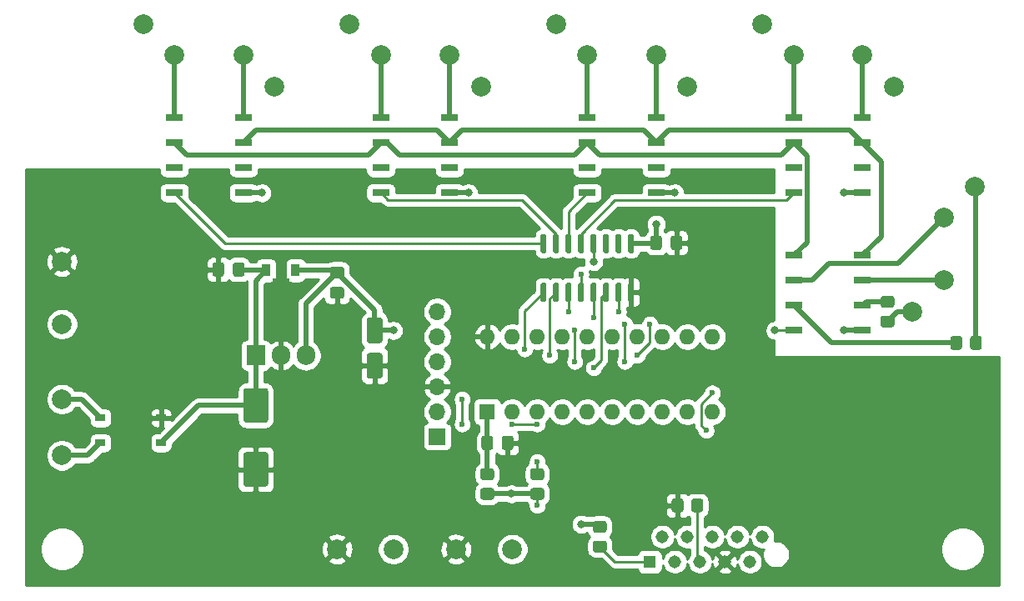
<source format=gbr>
G04 #@! TF.GenerationSoftware,KiCad,Pcbnew,(5.1.7-0-10_14)*
G04 #@! TF.CreationDate,2020-11-10T14:54:09+01:00*
G04 #@! TF.ProjectId,input-sel-v1,696e7075-742d-4736-956c-2d76312e6b69,rev?*
G04 #@! TF.SameCoordinates,Original*
G04 #@! TF.FileFunction,Copper,L1,Top*
G04 #@! TF.FilePolarity,Positive*
%FSLAX46Y46*%
G04 Gerber Fmt 4.6, Leading zero omitted, Abs format (unit mm)*
G04 Created by KiCad (PCBNEW (5.1.7-0-10_14)) date 2020-11-10 14:54:09*
%MOMM*%
%LPD*%
G01*
G04 APERTURE LIST*
G04 #@! TA.AperFunction,ComponentPad*
%ADD10O,1.600000X1.600000*%
G04 #@! TD*
G04 #@! TA.AperFunction,ComponentPad*
%ADD11R,1.600000X1.600000*%
G04 #@! TD*
G04 #@! TA.AperFunction,SMDPad,CuDef*
%ADD12C,0.100000*%
G04 #@! TD*
G04 #@! TA.AperFunction,SMDPad,CuDef*
%ADD13R,0.900000X1.300000*%
G04 #@! TD*
G04 #@! TA.AperFunction,ComponentPad*
%ADD14O,1.905000X2.000000*%
G04 #@! TD*
G04 #@! TA.AperFunction,ComponentPad*
%ADD15R,1.905000X2.000000*%
G04 #@! TD*
G04 #@! TA.AperFunction,SMDPad,CuDef*
%ADD16R,1.800000X0.800000*%
G04 #@! TD*
G04 #@! TA.AperFunction,ComponentPad*
%ADD17C,2.000000*%
G04 #@! TD*
G04 #@! TA.AperFunction,ComponentPad*
%ADD18O,1.700000X1.700000*%
G04 #@! TD*
G04 #@! TA.AperFunction,ComponentPad*
%ADD19R,1.700000X1.700000*%
G04 #@! TD*
G04 #@! TA.AperFunction,ComponentPad*
%ADD20C,1.308000*%
G04 #@! TD*
G04 #@! TA.AperFunction,ComponentPad*
%ADD21R,1.308000X1.308000*%
G04 #@! TD*
G04 #@! TA.AperFunction,SMDPad,CuDef*
%ADD22R,1.000000X0.800000*%
G04 #@! TD*
G04 #@! TA.AperFunction,ViaPad*
%ADD23C,0.800000*%
G04 #@! TD*
G04 #@! TA.AperFunction,ViaPad*
%ADD24C,0.600000*%
G04 #@! TD*
G04 #@! TA.AperFunction,Conductor*
%ADD25C,0.500000*%
G04 #@! TD*
G04 #@! TA.AperFunction,Conductor*
%ADD26C,0.250000*%
G04 #@! TD*
G04 #@! TA.AperFunction,Conductor*
%ADD27C,0.254000*%
G04 #@! TD*
G04 #@! TA.AperFunction,Conductor*
%ADD28C,0.100000*%
G04 #@! TD*
G04 APERTURE END LIST*
G04 #@! TA.AperFunction,SMDPad,CuDef*
G36*
G01*
X167790000Y-74065000D02*
X167490000Y-74065000D01*
G75*
G02*
X167340000Y-73915000I0J150000D01*
G01*
X167340000Y-72265000D01*
G75*
G02*
X167490000Y-72115000I150000J0D01*
G01*
X167790000Y-72115000D01*
G75*
G02*
X167940000Y-72265000I0J-150000D01*
G01*
X167940000Y-73915000D01*
G75*
G02*
X167790000Y-74065000I-150000J0D01*
G01*
G37*
G04 #@! TD.AperFunction*
G04 #@! TA.AperFunction,SMDPad,CuDef*
G36*
G01*
X169060000Y-74065000D02*
X168760000Y-74065000D01*
G75*
G02*
X168610000Y-73915000I0J150000D01*
G01*
X168610000Y-72265000D01*
G75*
G02*
X168760000Y-72115000I150000J0D01*
G01*
X169060000Y-72115000D01*
G75*
G02*
X169210000Y-72265000I0J-150000D01*
G01*
X169210000Y-73915000D01*
G75*
G02*
X169060000Y-74065000I-150000J0D01*
G01*
G37*
G04 #@! TD.AperFunction*
G04 #@! TA.AperFunction,SMDPad,CuDef*
G36*
G01*
X170330000Y-74065000D02*
X170030000Y-74065000D01*
G75*
G02*
X169880000Y-73915000I0J150000D01*
G01*
X169880000Y-72265000D01*
G75*
G02*
X170030000Y-72115000I150000J0D01*
G01*
X170330000Y-72115000D01*
G75*
G02*
X170480000Y-72265000I0J-150000D01*
G01*
X170480000Y-73915000D01*
G75*
G02*
X170330000Y-74065000I-150000J0D01*
G01*
G37*
G04 #@! TD.AperFunction*
G04 #@! TA.AperFunction,SMDPad,CuDef*
G36*
G01*
X171600000Y-74065000D02*
X171300000Y-74065000D01*
G75*
G02*
X171150000Y-73915000I0J150000D01*
G01*
X171150000Y-72265000D01*
G75*
G02*
X171300000Y-72115000I150000J0D01*
G01*
X171600000Y-72115000D01*
G75*
G02*
X171750000Y-72265000I0J-150000D01*
G01*
X171750000Y-73915000D01*
G75*
G02*
X171600000Y-74065000I-150000J0D01*
G01*
G37*
G04 #@! TD.AperFunction*
G04 #@! TA.AperFunction,SMDPad,CuDef*
G36*
G01*
X172870000Y-74065000D02*
X172570000Y-74065000D01*
G75*
G02*
X172420000Y-73915000I0J150000D01*
G01*
X172420000Y-72265000D01*
G75*
G02*
X172570000Y-72115000I150000J0D01*
G01*
X172870000Y-72115000D01*
G75*
G02*
X173020000Y-72265000I0J-150000D01*
G01*
X173020000Y-73915000D01*
G75*
G02*
X172870000Y-74065000I-150000J0D01*
G01*
G37*
G04 #@! TD.AperFunction*
G04 #@! TA.AperFunction,SMDPad,CuDef*
G36*
G01*
X174140000Y-74065000D02*
X173840000Y-74065000D01*
G75*
G02*
X173690000Y-73915000I0J150000D01*
G01*
X173690000Y-72265000D01*
G75*
G02*
X173840000Y-72115000I150000J0D01*
G01*
X174140000Y-72115000D01*
G75*
G02*
X174290000Y-72265000I0J-150000D01*
G01*
X174290000Y-73915000D01*
G75*
G02*
X174140000Y-74065000I-150000J0D01*
G01*
G37*
G04 #@! TD.AperFunction*
G04 #@! TA.AperFunction,SMDPad,CuDef*
G36*
G01*
X175410000Y-74065000D02*
X175110000Y-74065000D01*
G75*
G02*
X174960000Y-73915000I0J150000D01*
G01*
X174960000Y-72265000D01*
G75*
G02*
X175110000Y-72115000I150000J0D01*
G01*
X175410000Y-72115000D01*
G75*
G02*
X175560000Y-72265000I0J-150000D01*
G01*
X175560000Y-73915000D01*
G75*
G02*
X175410000Y-74065000I-150000J0D01*
G01*
G37*
G04 #@! TD.AperFunction*
G04 #@! TA.AperFunction,SMDPad,CuDef*
G36*
G01*
X176680000Y-74065000D02*
X176380000Y-74065000D01*
G75*
G02*
X176230000Y-73915000I0J150000D01*
G01*
X176230000Y-72265000D01*
G75*
G02*
X176380000Y-72115000I150000J0D01*
G01*
X176680000Y-72115000D01*
G75*
G02*
X176830000Y-72265000I0J-150000D01*
G01*
X176830000Y-73915000D01*
G75*
G02*
X176680000Y-74065000I-150000J0D01*
G01*
G37*
G04 #@! TD.AperFunction*
G04 #@! TA.AperFunction,SMDPad,CuDef*
G36*
G01*
X176680000Y-79015000D02*
X176380000Y-79015000D01*
G75*
G02*
X176230000Y-78865000I0J150000D01*
G01*
X176230000Y-77215000D01*
G75*
G02*
X176380000Y-77065000I150000J0D01*
G01*
X176680000Y-77065000D01*
G75*
G02*
X176830000Y-77215000I0J-150000D01*
G01*
X176830000Y-78865000D01*
G75*
G02*
X176680000Y-79015000I-150000J0D01*
G01*
G37*
G04 #@! TD.AperFunction*
G04 #@! TA.AperFunction,SMDPad,CuDef*
G36*
G01*
X175410000Y-79015000D02*
X175110000Y-79015000D01*
G75*
G02*
X174960000Y-78865000I0J150000D01*
G01*
X174960000Y-77215000D01*
G75*
G02*
X175110000Y-77065000I150000J0D01*
G01*
X175410000Y-77065000D01*
G75*
G02*
X175560000Y-77215000I0J-150000D01*
G01*
X175560000Y-78865000D01*
G75*
G02*
X175410000Y-79015000I-150000J0D01*
G01*
G37*
G04 #@! TD.AperFunction*
G04 #@! TA.AperFunction,SMDPad,CuDef*
G36*
G01*
X174140000Y-79015000D02*
X173840000Y-79015000D01*
G75*
G02*
X173690000Y-78865000I0J150000D01*
G01*
X173690000Y-77215000D01*
G75*
G02*
X173840000Y-77065000I150000J0D01*
G01*
X174140000Y-77065000D01*
G75*
G02*
X174290000Y-77215000I0J-150000D01*
G01*
X174290000Y-78865000D01*
G75*
G02*
X174140000Y-79015000I-150000J0D01*
G01*
G37*
G04 #@! TD.AperFunction*
G04 #@! TA.AperFunction,SMDPad,CuDef*
G36*
G01*
X172870000Y-79015000D02*
X172570000Y-79015000D01*
G75*
G02*
X172420000Y-78865000I0J150000D01*
G01*
X172420000Y-77215000D01*
G75*
G02*
X172570000Y-77065000I150000J0D01*
G01*
X172870000Y-77065000D01*
G75*
G02*
X173020000Y-77215000I0J-150000D01*
G01*
X173020000Y-78865000D01*
G75*
G02*
X172870000Y-79015000I-150000J0D01*
G01*
G37*
G04 #@! TD.AperFunction*
G04 #@! TA.AperFunction,SMDPad,CuDef*
G36*
G01*
X171600000Y-79015000D02*
X171300000Y-79015000D01*
G75*
G02*
X171150000Y-78865000I0J150000D01*
G01*
X171150000Y-77215000D01*
G75*
G02*
X171300000Y-77065000I150000J0D01*
G01*
X171600000Y-77065000D01*
G75*
G02*
X171750000Y-77215000I0J-150000D01*
G01*
X171750000Y-78865000D01*
G75*
G02*
X171600000Y-79015000I-150000J0D01*
G01*
G37*
G04 #@! TD.AperFunction*
G04 #@! TA.AperFunction,SMDPad,CuDef*
G36*
G01*
X170330000Y-79015000D02*
X170030000Y-79015000D01*
G75*
G02*
X169880000Y-78865000I0J150000D01*
G01*
X169880000Y-77215000D01*
G75*
G02*
X170030000Y-77065000I150000J0D01*
G01*
X170330000Y-77065000D01*
G75*
G02*
X170480000Y-77215000I0J-150000D01*
G01*
X170480000Y-78865000D01*
G75*
G02*
X170330000Y-79015000I-150000J0D01*
G01*
G37*
G04 #@! TD.AperFunction*
G04 #@! TA.AperFunction,SMDPad,CuDef*
G36*
G01*
X169060000Y-79015000D02*
X168760000Y-79015000D01*
G75*
G02*
X168610000Y-78865000I0J150000D01*
G01*
X168610000Y-77215000D01*
G75*
G02*
X168760000Y-77065000I150000J0D01*
G01*
X169060000Y-77065000D01*
G75*
G02*
X169210000Y-77215000I0J-150000D01*
G01*
X169210000Y-78865000D01*
G75*
G02*
X169060000Y-79015000I-150000J0D01*
G01*
G37*
G04 #@! TD.AperFunction*
G04 #@! TA.AperFunction,SMDPad,CuDef*
G36*
G01*
X167790000Y-79015000D02*
X167490000Y-79015000D01*
G75*
G02*
X167340000Y-78865000I0J150000D01*
G01*
X167340000Y-77215000D01*
G75*
G02*
X167490000Y-77065000I150000J0D01*
G01*
X167790000Y-77065000D01*
G75*
G02*
X167940000Y-77215000I0J-150000D01*
G01*
X167940000Y-78865000D01*
G75*
G02*
X167790000Y-79015000I-150000J0D01*
G01*
G37*
G04 #@! TD.AperFunction*
D10*
X161925000Y-82550000D03*
X184785000Y-90170000D03*
X164465000Y-82550000D03*
X182245000Y-90170000D03*
X167005000Y-82550000D03*
X179705000Y-90170000D03*
X169545000Y-82550000D03*
X177165000Y-90170000D03*
X172085000Y-82550000D03*
X174625000Y-90170000D03*
X174625000Y-82550000D03*
X172085000Y-90170000D03*
X177165000Y-82550000D03*
X169545000Y-90170000D03*
X179705000Y-82550000D03*
X167005000Y-90170000D03*
X182245000Y-82550000D03*
X164465000Y-90170000D03*
X184785000Y-82550000D03*
D11*
X161925000Y-90170000D03*
G04 #@! TA.AperFunction,SMDPad,CuDef*
D12*
G36*
X140103500Y-79770000D02*
G01*
X140103500Y-76645000D01*
X140520000Y-76645000D01*
X140520000Y-75170000D01*
X141420000Y-75170000D01*
X141420000Y-76645000D01*
X141836500Y-76645000D01*
X141836500Y-79770000D01*
X140103500Y-79770000D01*
G37*
G04 #@! TD.AperFunction*
D13*
X139470000Y-75820000D03*
X142470000Y-75820000D03*
D14*
X143510000Y-84455000D03*
X140970000Y-84455000D03*
D15*
X138430000Y-84455000D03*
G04 #@! TA.AperFunction,SMDPad,CuDef*
G36*
G01*
X181845000Y-99244999D02*
X181845000Y-100145001D01*
G75*
G02*
X181595001Y-100395000I-249999J0D01*
G01*
X180894999Y-100395000D01*
G75*
G02*
X180645000Y-100145001I0J249999D01*
G01*
X180645000Y-99244999D01*
G75*
G02*
X180894999Y-98995000I249999J0D01*
G01*
X181595001Y-98995000D01*
G75*
G02*
X181845000Y-99244999I0J-249999D01*
G01*
G37*
G04 #@! TD.AperFunction*
G04 #@! TA.AperFunction,SMDPad,CuDef*
G36*
G01*
X183845000Y-99244999D02*
X183845000Y-100145001D01*
G75*
G02*
X183595001Y-100395000I-249999J0D01*
G01*
X182894999Y-100395000D01*
G75*
G02*
X182645000Y-100145001I0J249999D01*
G01*
X182645000Y-99244999D01*
G75*
G02*
X182894999Y-98995000I249999J0D01*
G01*
X183595001Y-98995000D01*
G75*
G02*
X183845000Y-99244999I0J-249999D01*
G01*
G37*
G04 #@! TD.AperFunction*
G04 #@! TA.AperFunction,SMDPad,CuDef*
G36*
G01*
X173805001Y-102470000D02*
X172904999Y-102470000D01*
G75*
G02*
X172655000Y-102220001I0J249999D01*
G01*
X172655000Y-101519999D01*
G75*
G02*
X172904999Y-101270000I249999J0D01*
G01*
X173805001Y-101270000D01*
G75*
G02*
X174055000Y-101519999I0J-249999D01*
G01*
X174055000Y-102220001D01*
G75*
G02*
X173805001Y-102470000I-249999J0D01*
G01*
G37*
G04 #@! TD.AperFunction*
G04 #@! TA.AperFunction,SMDPad,CuDef*
G36*
G01*
X173805001Y-104470000D02*
X172904999Y-104470000D01*
G75*
G02*
X172655000Y-104220001I0J249999D01*
G01*
X172655000Y-103519999D01*
G75*
G02*
X172904999Y-103270000I249999J0D01*
G01*
X173805001Y-103270000D01*
G75*
G02*
X174055000Y-103519999I0J-249999D01*
G01*
X174055000Y-104220001D01*
G75*
G02*
X173805001Y-104470000I-249999J0D01*
G01*
G37*
G04 #@! TD.AperFunction*
G04 #@! TA.AperFunction,SMDPad,CuDef*
G36*
G01*
X210150000Y-82734999D02*
X210150000Y-83635001D01*
G75*
G02*
X209900001Y-83885000I-249999J0D01*
G01*
X209199999Y-83885000D01*
G75*
G02*
X208950000Y-83635001I0J249999D01*
G01*
X208950000Y-82734999D01*
G75*
G02*
X209199999Y-82485000I249999J0D01*
G01*
X209900001Y-82485000D01*
G75*
G02*
X210150000Y-82734999I0J-249999D01*
G01*
G37*
G04 #@! TD.AperFunction*
G04 #@! TA.AperFunction,SMDPad,CuDef*
G36*
G01*
X212150000Y-82734999D02*
X212150000Y-83635001D01*
G75*
G02*
X211900001Y-83885000I-249999J0D01*
G01*
X211199999Y-83885000D01*
G75*
G02*
X210950000Y-83635001I0J249999D01*
G01*
X210950000Y-82734999D01*
G75*
G02*
X211199999Y-82485000I249999J0D01*
G01*
X211900001Y-82485000D01*
G75*
G02*
X212150000Y-82734999I0J-249999D01*
G01*
G37*
G04 #@! TD.AperFunction*
G04 #@! TA.AperFunction,SMDPad,CuDef*
G36*
G01*
X203015001Y-79610000D02*
X202114999Y-79610000D01*
G75*
G02*
X201865000Y-79360001I0J249999D01*
G01*
X201865000Y-78659999D01*
G75*
G02*
X202114999Y-78410000I249999J0D01*
G01*
X203015001Y-78410000D01*
G75*
G02*
X203265000Y-78659999I0J-249999D01*
G01*
X203265000Y-79360001D01*
G75*
G02*
X203015001Y-79610000I-249999J0D01*
G01*
G37*
G04 #@! TD.AperFunction*
G04 #@! TA.AperFunction,SMDPad,CuDef*
G36*
G01*
X203015001Y-81610000D02*
X202114999Y-81610000D01*
G75*
G02*
X201865000Y-81360001I0J249999D01*
G01*
X201865000Y-80659999D01*
G75*
G02*
X202114999Y-80410000I249999J0D01*
G01*
X203015001Y-80410000D01*
G75*
G02*
X203265000Y-80659999I0J-249999D01*
G01*
X203265000Y-81360001D01*
G75*
G02*
X203015001Y-81610000I-249999J0D01*
G01*
G37*
G04 #@! TD.AperFunction*
G04 #@! TA.AperFunction,SMDPad,CuDef*
G36*
G01*
X161474999Y-97920000D02*
X162375001Y-97920000D01*
G75*
G02*
X162625000Y-98169999I0J-249999D01*
G01*
X162625000Y-98870001D01*
G75*
G02*
X162375001Y-99120000I-249999J0D01*
G01*
X161474999Y-99120000D01*
G75*
G02*
X161225000Y-98870001I0J249999D01*
G01*
X161225000Y-98169999D01*
G75*
G02*
X161474999Y-97920000I249999J0D01*
G01*
G37*
G04 #@! TD.AperFunction*
G04 #@! TA.AperFunction,SMDPad,CuDef*
G36*
G01*
X161474999Y-95920000D02*
X162375001Y-95920000D01*
G75*
G02*
X162625000Y-96169999I0J-249999D01*
G01*
X162625000Y-96870001D01*
G75*
G02*
X162375001Y-97120000I-249999J0D01*
G01*
X161474999Y-97120000D01*
G75*
G02*
X161225000Y-96870001I0J249999D01*
G01*
X161225000Y-96169999D01*
G75*
G02*
X161474999Y-95920000I249999J0D01*
G01*
G37*
G04 #@! TD.AperFunction*
G04 #@! TA.AperFunction,SMDPad,CuDef*
G36*
G01*
X166554999Y-97920000D02*
X167455001Y-97920000D01*
G75*
G02*
X167705000Y-98169999I0J-249999D01*
G01*
X167705000Y-98870001D01*
G75*
G02*
X167455001Y-99120000I-249999J0D01*
G01*
X166554999Y-99120000D01*
G75*
G02*
X166305000Y-98870001I0J249999D01*
G01*
X166305000Y-98169999D01*
G75*
G02*
X166554999Y-97920000I249999J0D01*
G01*
G37*
G04 #@! TD.AperFunction*
G04 #@! TA.AperFunction,SMDPad,CuDef*
G36*
G01*
X166554999Y-95920000D02*
X167455001Y-95920000D01*
G75*
G02*
X167705000Y-96169999I0J-249999D01*
G01*
X167705000Y-96870001D01*
G75*
G02*
X167455001Y-97120000I-249999J0D01*
G01*
X166554999Y-97120000D01*
G75*
G02*
X166305000Y-96870001I0J249999D01*
G01*
X166305000Y-96169999D01*
G75*
G02*
X166554999Y-95920000I249999J0D01*
G01*
G37*
G04 #@! TD.AperFunction*
D16*
X200025000Y-67945000D03*
X200025000Y-65405000D03*
X200025000Y-62865000D03*
X200025000Y-60325000D03*
X193025000Y-60325000D03*
X193025000Y-62865000D03*
X193025000Y-65405000D03*
X193025000Y-67945000D03*
X179070000Y-67945000D03*
X179070000Y-65405000D03*
X179070000Y-62865000D03*
X179070000Y-60325000D03*
X172070000Y-60325000D03*
X172070000Y-62865000D03*
X172070000Y-65405000D03*
X172070000Y-67945000D03*
X158115000Y-67945000D03*
X158115000Y-65405000D03*
X158115000Y-62865000D03*
X158115000Y-60325000D03*
X151115000Y-60325000D03*
X151115000Y-62865000D03*
X151115000Y-65405000D03*
X151115000Y-67945000D03*
X137160000Y-67945000D03*
X137160000Y-65405000D03*
X137160000Y-62865000D03*
X137160000Y-60325000D03*
X130160000Y-60325000D03*
X130160000Y-62865000D03*
X130160000Y-65405000D03*
X130160000Y-67945000D03*
X200040000Y-81915000D03*
X200040000Y-79375000D03*
X200040000Y-76835000D03*
X200040000Y-74295000D03*
X193040000Y-74295000D03*
X193040000Y-76835000D03*
X193040000Y-79375000D03*
X193040000Y-81915000D03*
D17*
X189865000Y-50800000D03*
X193040000Y-53975000D03*
X203200000Y-57150000D03*
X200025000Y-53975000D03*
X168910000Y-50800000D03*
X172085000Y-53975000D03*
X182245000Y-57150000D03*
X179070000Y-53975000D03*
X147955000Y-50800000D03*
X151130000Y-53975000D03*
X161290000Y-57150000D03*
X158115000Y-53975000D03*
X127000000Y-50800000D03*
X130175000Y-53975000D03*
X140335000Y-57150000D03*
X137160000Y-53975000D03*
X211455000Y-67310000D03*
X208280000Y-70485000D03*
X205105000Y-80010000D03*
X208280000Y-76835000D03*
D18*
X156845000Y-80010000D03*
X156845000Y-82550000D03*
X156845000Y-85090000D03*
X156845000Y-87630000D03*
X156845000Y-90170000D03*
D19*
X156845000Y-92710000D03*
D20*
X189865000Y-102870000D03*
X188595000Y-105410000D03*
X187325000Y-102870000D03*
X186055000Y-105410000D03*
X184785000Y-102870000D03*
X183515000Y-105410000D03*
X182245000Y-102870000D03*
X180975000Y-105410000D03*
X179705000Y-102870000D03*
D21*
X178435000Y-105410000D03*
D17*
X118745000Y-88900000D03*
X118745000Y-94615000D03*
X118745000Y-74930000D03*
X118745000Y-81280000D03*
X146685000Y-104140000D03*
X152400000Y-104140000D03*
X158750000Y-104140000D03*
X164465000Y-104140000D03*
D22*
X128805000Y-90805000D03*
X128805000Y-93345000D03*
X122655000Y-93345000D03*
X122655000Y-90805000D03*
G04 #@! TA.AperFunction,SMDPad,CuDef*
G36*
G01*
X163412500Y-93820000D02*
X163412500Y-92870000D01*
G75*
G02*
X163662500Y-92620000I250000J0D01*
G01*
X164337500Y-92620000D01*
G75*
G02*
X164587500Y-92870000I0J-250000D01*
G01*
X164587500Y-93820000D01*
G75*
G02*
X164337500Y-94070000I-250000J0D01*
G01*
X163662500Y-94070000D01*
G75*
G02*
X163412500Y-93820000I0J250000D01*
G01*
G37*
G04 #@! TD.AperFunction*
G04 #@! TA.AperFunction,SMDPad,CuDef*
G36*
G01*
X161337500Y-93820000D02*
X161337500Y-92870000D01*
G75*
G02*
X161587500Y-92620000I250000J0D01*
G01*
X162262500Y-92620000D01*
G75*
G02*
X162512500Y-92870000I0J-250000D01*
G01*
X162512500Y-93820000D01*
G75*
G02*
X162262500Y-94070000I-250000J0D01*
G01*
X161587500Y-94070000D01*
G75*
G02*
X161337500Y-93820000I0J250000D01*
G01*
G37*
G04 #@! TD.AperFunction*
G04 #@! TA.AperFunction,SMDPad,CuDef*
G36*
G01*
X179657500Y-72550000D02*
X179657500Y-73500000D01*
G75*
G02*
X179407500Y-73750000I-250000J0D01*
G01*
X178732500Y-73750000D01*
G75*
G02*
X178482500Y-73500000I0J250000D01*
G01*
X178482500Y-72550000D01*
G75*
G02*
X178732500Y-72300000I250000J0D01*
G01*
X179407500Y-72300000D01*
G75*
G02*
X179657500Y-72550000I0J-250000D01*
G01*
G37*
G04 #@! TD.AperFunction*
G04 #@! TA.AperFunction,SMDPad,CuDef*
G36*
G01*
X181732500Y-72550000D02*
X181732500Y-73500000D01*
G75*
G02*
X181482500Y-73750000I-250000J0D01*
G01*
X180807500Y-73750000D01*
G75*
G02*
X180557500Y-73500000I0J250000D01*
G01*
X180557500Y-72550000D01*
G75*
G02*
X180807500Y-72300000I250000J0D01*
G01*
X181482500Y-72300000D01*
G75*
G02*
X181732500Y-72550000I0J-250000D01*
G01*
G37*
G04 #@! TD.AperFunction*
G04 #@! TA.AperFunction,SMDPad,CuDef*
G36*
G01*
X149945000Y-84215000D02*
X151045000Y-84215000D01*
G75*
G02*
X151295000Y-84465000I0J-250000D01*
G01*
X151295000Y-86565000D01*
G75*
G02*
X151045000Y-86815000I-250000J0D01*
G01*
X149945000Y-86815000D01*
G75*
G02*
X149695000Y-86565000I0J250000D01*
G01*
X149695000Y-84465000D01*
G75*
G02*
X149945000Y-84215000I250000J0D01*
G01*
G37*
G04 #@! TD.AperFunction*
G04 #@! TA.AperFunction,SMDPad,CuDef*
G36*
G01*
X149945000Y-80615000D02*
X151045000Y-80615000D01*
G75*
G02*
X151295000Y-80865000I0J-250000D01*
G01*
X151295000Y-82965000D01*
G75*
G02*
X151045000Y-83215000I-250000J0D01*
G01*
X149945000Y-83215000D01*
G75*
G02*
X149695000Y-82965000I0J250000D01*
G01*
X149695000Y-80865000D01*
G75*
G02*
X149945000Y-80615000I250000J0D01*
G01*
G37*
G04 #@! TD.AperFunction*
G04 #@! TA.AperFunction,SMDPad,CuDef*
G36*
G01*
X146210000Y-77517500D02*
X147160000Y-77517500D01*
G75*
G02*
X147410000Y-77767500I0J-250000D01*
G01*
X147410000Y-78442500D01*
G75*
G02*
X147160000Y-78692500I-250000J0D01*
G01*
X146210000Y-78692500D01*
G75*
G02*
X145960000Y-78442500I0J250000D01*
G01*
X145960000Y-77767500D01*
G75*
G02*
X146210000Y-77517500I250000J0D01*
G01*
G37*
G04 #@! TD.AperFunction*
G04 #@! TA.AperFunction,SMDPad,CuDef*
G36*
G01*
X146210000Y-75442500D02*
X147160000Y-75442500D01*
G75*
G02*
X147410000Y-75692500I0J-250000D01*
G01*
X147410000Y-76367500D01*
G75*
G02*
X147160000Y-76617500I-250000J0D01*
G01*
X146210000Y-76617500D01*
G75*
G02*
X145960000Y-76367500I0J250000D01*
G01*
X145960000Y-75692500D01*
G75*
G02*
X146210000Y-75442500I250000J0D01*
G01*
G37*
G04 #@! TD.AperFunction*
G04 #@! TA.AperFunction,SMDPad,CuDef*
G36*
G01*
X135207500Y-75260000D02*
X135207500Y-76210000D01*
G75*
G02*
X134957500Y-76460000I-250000J0D01*
G01*
X134282500Y-76460000D01*
G75*
G02*
X134032500Y-76210000I0J250000D01*
G01*
X134032500Y-75260000D01*
G75*
G02*
X134282500Y-75010000I250000J0D01*
G01*
X134957500Y-75010000D01*
G75*
G02*
X135207500Y-75260000I0J-250000D01*
G01*
G37*
G04 #@! TD.AperFunction*
G04 #@! TA.AperFunction,SMDPad,CuDef*
G36*
G01*
X137282500Y-75260000D02*
X137282500Y-76210000D01*
G75*
G02*
X137032500Y-76460000I-250000J0D01*
G01*
X136357500Y-76460000D01*
G75*
G02*
X136107500Y-76210000I0J250000D01*
G01*
X136107500Y-75260000D01*
G75*
G02*
X136357500Y-75010000I250000J0D01*
G01*
X137032500Y-75010000D01*
G75*
G02*
X137282500Y-75260000I0J-250000D01*
G01*
G37*
G04 #@! TD.AperFunction*
G04 #@! TA.AperFunction,SMDPad,CuDef*
G36*
G01*
X137430000Y-94285000D02*
X139430000Y-94285000D01*
G75*
G02*
X139680000Y-94535000I0J-250000D01*
G01*
X139680000Y-97535000D01*
G75*
G02*
X139430000Y-97785000I-250000J0D01*
G01*
X137430000Y-97785000D01*
G75*
G02*
X137180000Y-97535000I0J250000D01*
G01*
X137180000Y-94535000D01*
G75*
G02*
X137430000Y-94285000I250000J0D01*
G01*
G37*
G04 #@! TD.AperFunction*
G04 #@! TA.AperFunction,SMDPad,CuDef*
G36*
G01*
X137430000Y-87785000D02*
X139430000Y-87785000D01*
G75*
G02*
X139680000Y-88035000I0J-250000D01*
G01*
X139680000Y-91035000D01*
G75*
G02*
X139430000Y-91285000I-250000J0D01*
G01*
X137430000Y-91285000D01*
G75*
G02*
X137180000Y-91035000I0J250000D01*
G01*
X137180000Y-88035000D01*
G75*
G02*
X137430000Y-87785000I250000J0D01*
G01*
G37*
G04 #@! TD.AperFunction*
D23*
X198120000Y-81915000D03*
X198120000Y-67945000D03*
X180975000Y-67945000D03*
X160020000Y-67945000D03*
X139065000Y-67945000D03*
X179070000Y-71120000D03*
X152400000Y-81915000D03*
X171450000Y-101600000D03*
X164370000Y-98520000D03*
D24*
X167005000Y-99695000D03*
X184150000Y-92075000D03*
X184785000Y-88265000D03*
X159385000Y-88900000D03*
X159385000Y-91440000D03*
D23*
X172720000Y-74930000D03*
X191135000Y-81915000D03*
D24*
X167005000Y-91440000D03*
X164465000Y-91470003D03*
X167005000Y-95250000D03*
X175260000Y-80010000D03*
X171450000Y-76200000D03*
X178439443Y-81275557D03*
X177165000Y-84455000D03*
X165735000Y-83820000D03*
X172720000Y-80645000D03*
X175895000Y-81280000D03*
X175895000Y-85090000D03*
X168275000Y-84455000D03*
X172720000Y-85725000D03*
X170815000Y-85090000D03*
X170815000Y-81915000D03*
X170180000Y-80010000D03*
D25*
X138430000Y-89535000D02*
X138430000Y-84455000D01*
X132615000Y-89535000D02*
X128805000Y-93345000D01*
X138430000Y-89535000D02*
X132615000Y-89535000D01*
X136780000Y-75820000D02*
X136695000Y-75735000D01*
X139470000Y-75820000D02*
X136780000Y-75820000D01*
X138430000Y-76860000D02*
X139470000Y-75820000D01*
X138430000Y-84455000D02*
X138430000Y-76860000D01*
X200040000Y-81915000D02*
X198120000Y-81915000D01*
X198120000Y-67945000D02*
X200025000Y-67945000D01*
X180975000Y-67945000D02*
X179070000Y-67945000D01*
X160020000Y-67945000D02*
X158115000Y-67945000D01*
X139065000Y-67945000D02*
X137160000Y-67945000D01*
X179005000Y-73090000D02*
X179070000Y-73025000D01*
X176530000Y-73090000D02*
X179005000Y-73090000D01*
X179070000Y-73025000D02*
X179070000Y-71120000D01*
X146475000Y-75820000D02*
X146685000Y-76030000D01*
X142470000Y-75820000D02*
X146475000Y-75820000D01*
X150495000Y-79840000D02*
X150495000Y-81915000D01*
X146685000Y-76030000D02*
X150495000Y-79840000D01*
X143510000Y-79205000D02*
X146685000Y-76030000D01*
X143510000Y-84455000D02*
X143510000Y-79205000D01*
X152400000Y-81915000D02*
X150495000Y-81915000D01*
X161925000Y-90170000D02*
X161925000Y-93345000D01*
X161925000Y-93345000D02*
X161925000Y-96520000D01*
X173085000Y-101600000D02*
X173355000Y-101870000D01*
X171450000Y-101600000D02*
X173085000Y-101600000D01*
X121385000Y-94615000D02*
X122655000Y-93345000D01*
X118745000Y-94615000D02*
X121385000Y-94615000D01*
X120750000Y-88900000D02*
X122655000Y-90805000D01*
X118745000Y-88900000D02*
X120750000Y-88900000D01*
X161925000Y-98520000D02*
X164370000Y-98520000D01*
X164370000Y-98520000D02*
X167005000Y-98520000D01*
D26*
X167005000Y-99695000D02*
X167005000Y-98520000D01*
X183659999Y-89390001D02*
X184785000Y-88265000D01*
X183659999Y-91584999D02*
X183659999Y-89390001D01*
X184150000Y-92075000D02*
X183659999Y-91584999D01*
X183245000Y-105140000D02*
X183515000Y-105410000D01*
X183245000Y-99695000D02*
X183245000Y-105140000D01*
X174895000Y-105410000D02*
X173355000Y-103870000D01*
X178435000Y-105410000D02*
X174895000Y-105410000D01*
X159385000Y-88900000D02*
X159385000Y-91440000D01*
D25*
X208280000Y-76835000D02*
X200040000Y-76835000D01*
X203565000Y-80010000D02*
X202565000Y-81010000D01*
X205105000Y-80010000D02*
X203565000Y-80010000D01*
X193040000Y-76835000D02*
X194945000Y-76835000D01*
X203619999Y-75145001D02*
X196634999Y-75145001D01*
X208280000Y-70485000D02*
X203619999Y-75145001D01*
X196634999Y-75145001D02*
X194945000Y-76835000D01*
X211550000Y-67405000D02*
X211455000Y-67310000D01*
X211550000Y-83185000D02*
X211550000Y-67405000D01*
X137160000Y-53975000D02*
X137160000Y-60325000D01*
X130175000Y-60310000D02*
X130160000Y-60325000D01*
X130175000Y-53975000D02*
X130175000Y-60310000D01*
X158115000Y-53975000D02*
X158115000Y-60325000D01*
X151130000Y-60310000D02*
X151115000Y-60325000D01*
X151130000Y-53975000D02*
X151130000Y-60310000D01*
X179070000Y-53975000D02*
X179070000Y-60325000D01*
X172085000Y-60310000D02*
X172070000Y-60325000D01*
X172085000Y-53975000D02*
X172085000Y-60310000D01*
X200025000Y-53975000D02*
X200025000Y-60325000D01*
X193040000Y-60310000D02*
X193025000Y-60325000D01*
X193040000Y-53975000D02*
X193040000Y-60310000D01*
X200405000Y-79010000D02*
X200040000Y-79375000D01*
X202565000Y-79010000D02*
X200405000Y-79010000D01*
X137160000Y-62865000D02*
X137795000Y-62865000D01*
X137160000Y-62865000D02*
X138430000Y-61595000D01*
X156845000Y-61595000D02*
X158115000Y-62865000D01*
X138430000Y-61595000D02*
X156845000Y-61595000D01*
X177800000Y-61595000D02*
X179070000Y-62865000D01*
X159385000Y-61595000D02*
X177800000Y-61595000D01*
X158115000Y-62865000D02*
X159385000Y-61595000D01*
X198755000Y-61595000D02*
X200025000Y-62865000D01*
X180340000Y-61595000D02*
X198755000Y-61595000D01*
X179070000Y-62865000D02*
X180340000Y-61595000D01*
X200025000Y-62865000D02*
X201930000Y-64770000D01*
X201930000Y-72405000D02*
X200040000Y-74295000D01*
X201930000Y-64770000D02*
X201930000Y-72405000D01*
X130160000Y-62865000D02*
X130175000Y-62865000D01*
X130175000Y-62865000D02*
X131445000Y-64135000D01*
X149845000Y-64135000D02*
X151115000Y-62865000D01*
X131445000Y-64135000D02*
X149845000Y-64135000D01*
X194375001Y-64215001D02*
X193025000Y-62865000D01*
X194375001Y-72959999D02*
X194375001Y-64215001D01*
X193040000Y-74295000D02*
X194375001Y-72959999D01*
X151115000Y-62865000D02*
X151765000Y-62865000D01*
X151765000Y-62865000D02*
X153035000Y-64135000D01*
X170800000Y-64135000D02*
X172070000Y-62865000D01*
X153035000Y-64135000D02*
X170800000Y-64135000D01*
X172070000Y-62865000D02*
X172085000Y-62865000D01*
X172085000Y-62865000D02*
X173355000Y-64135000D01*
X191755000Y-64135000D02*
X193025000Y-62865000D01*
X173355000Y-64135000D02*
X191755000Y-64135000D01*
X193040000Y-79375000D02*
X196850000Y-83185000D01*
X196850000Y-83185000D02*
X209550000Y-83185000D01*
D26*
X172720000Y-73090000D02*
X172720000Y-74930000D01*
X191135000Y-81915000D02*
X193040000Y-81915000D01*
X135305000Y-73090000D02*
X130160000Y-67945000D01*
X167640000Y-73090000D02*
X135305000Y-73090000D01*
X151840001Y-68670001D02*
X151115000Y-67945000D01*
X165465001Y-68670001D02*
X151840001Y-68670001D01*
X168910000Y-72115000D02*
X165465001Y-68670001D01*
X168910000Y-73090000D02*
X168910000Y-72115000D01*
X170180000Y-69835000D02*
X172070000Y-67945000D01*
X170180000Y-73090000D02*
X170180000Y-69835000D01*
X192299999Y-68670001D02*
X193025000Y-67945000D01*
X174894999Y-68670001D02*
X192299999Y-68670001D01*
X171450000Y-72115000D02*
X174894999Y-68670001D01*
X171450000Y-73090000D02*
X171450000Y-72115000D01*
X167005000Y-91440000D02*
X164465000Y-91440000D01*
X164465000Y-91440000D02*
X164465000Y-91470003D01*
X167005000Y-95250000D02*
X167005000Y-96520000D01*
X175260000Y-78040000D02*
X175260000Y-80010000D01*
X171450000Y-78040000D02*
X171450000Y-76200000D01*
X178439443Y-83180557D02*
X177165000Y-84455000D01*
X178439443Y-81275557D02*
X178439443Y-83180557D01*
X165735000Y-79945000D02*
X167640000Y-78040000D01*
X165735000Y-83820000D02*
X165735000Y-79945000D01*
X172720000Y-78040000D02*
X172720000Y-80645000D01*
X175895000Y-81280000D02*
X175895000Y-85090000D01*
X168275000Y-78675000D02*
X168910000Y-78040000D01*
X168275000Y-84455000D02*
X168275000Y-78675000D01*
X173499999Y-78530001D02*
X173990000Y-78040000D01*
X173499999Y-84945001D02*
X173499999Y-78530001D01*
X172720000Y-85725000D02*
X173499999Y-84945001D01*
X170815000Y-85090000D02*
X170815000Y-81915000D01*
X170180000Y-80010000D02*
X170180000Y-78040000D01*
D27*
X128621928Y-65805000D02*
X128634188Y-65929482D01*
X128670498Y-66049180D01*
X128729463Y-66159494D01*
X128808815Y-66256185D01*
X128905506Y-66335537D01*
X129015820Y-66394502D01*
X129135518Y-66430812D01*
X129260000Y-66443072D01*
X131060000Y-66443072D01*
X131184482Y-66430812D01*
X131304180Y-66394502D01*
X131414494Y-66335537D01*
X131511185Y-66256185D01*
X131590537Y-66159494D01*
X131649502Y-66049180D01*
X131685812Y-65929482D01*
X131698072Y-65805000D01*
X131698072Y-65532000D01*
X135621928Y-65532000D01*
X135621928Y-65805000D01*
X135634188Y-65929482D01*
X135670498Y-66049180D01*
X135729463Y-66159494D01*
X135808815Y-66256185D01*
X135905506Y-66335537D01*
X136015820Y-66394502D01*
X136135518Y-66430812D01*
X136260000Y-66443072D01*
X138060000Y-66443072D01*
X138184482Y-66430812D01*
X138304180Y-66394502D01*
X138414494Y-66335537D01*
X138511185Y-66256185D01*
X138590537Y-66159494D01*
X138649502Y-66049180D01*
X138685812Y-65929482D01*
X138698072Y-65805000D01*
X138698072Y-65532000D01*
X149576928Y-65532000D01*
X149576928Y-65805000D01*
X149589188Y-65929482D01*
X149625498Y-66049180D01*
X149684463Y-66159494D01*
X149763815Y-66256185D01*
X149860506Y-66335537D01*
X149970820Y-66394502D01*
X150090518Y-66430812D01*
X150215000Y-66443072D01*
X152015000Y-66443072D01*
X152139482Y-66430812D01*
X152259180Y-66394502D01*
X152369494Y-66335537D01*
X152466185Y-66256185D01*
X152545537Y-66159494D01*
X152604502Y-66049180D01*
X152640812Y-65929482D01*
X152653072Y-65805000D01*
X152653072Y-65532000D01*
X156576928Y-65532000D01*
X156576928Y-65805000D01*
X156589188Y-65929482D01*
X156625498Y-66049180D01*
X156684463Y-66159494D01*
X156763815Y-66256185D01*
X156860506Y-66335537D01*
X156970820Y-66394502D01*
X157090518Y-66430812D01*
X157215000Y-66443072D01*
X159015000Y-66443072D01*
X159139482Y-66430812D01*
X159259180Y-66394502D01*
X159369494Y-66335537D01*
X159466185Y-66256185D01*
X159545537Y-66159494D01*
X159604502Y-66049180D01*
X159640812Y-65929482D01*
X159653072Y-65805000D01*
X159653072Y-65532000D01*
X170531928Y-65532000D01*
X170531928Y-65805000D01*
X170544188Y-65929482D01*
X170580498Y-66049180D01*
X170639463Y-66159494D01*
X170718815Y-66256185D01*
X170815506Y-66335537D01*
X170925820Y-66394502D01*
X171045518Y-66430812D01*
X171170000Y-66443072D01*
X172970000Y-66443072D01*
X173094482Y-66430812D01*
X173214180Y-66394502D01*
X173324494Y-66335537D01*
X173421185Y-66256185D01*
X173500537Y-66159494D01*
X173559502Y-66049180D01*
X173595812Y-65929482D01*
X173608072Y-65805000D01*
X173608072Y-65532000D01*
X177531928Y-65532000D01*
X177531928Y-65805000D01*
X177544188Y-65929482D01*
X177580498Y-66049180D01*
X177639463Y-66159494D01*
X177718815Y-66256185D01*
X177815506Y-66335537D01*
X177925820Y-66394502D01*
X178045518Y-66430812D01*
X178170000Y-66443072D01*
X179970000Y-66443072D01*
X180094482Y-66430812D01*
X180214180Y-66394502D01*
X180324494Y-66335537D01*
X180421185Y-66256185D01*
X180500537Y-66159494D01*
X180559502Y-66049180D01*
X180595812Y-65929482D01*
X180608072Y-65805000D01*
X180608072Y-65532000D01*
X191008000Y-65532000D01*
X191008000Y-67910001D01*
X182010000Y-67910001D01*
X182010000Y-67843061D01*
X181970226Y-67643102D01*
X181892205Y-67454744D01*
X181778937Y-67285226D01*
X181634774Y-67141063D01*
X181465256Y-67027795D01*
X181276898Y-66949774D01*
X181076939Y-66910000D01*
X180873061Y-66910000D01*
X180673102Y-66949774D01*
X180484744Y-67027795D01*
X180436546Y-67060000D01*
X180379981Y-67060000D01*
X180324494Y-67014463D01*
X180214180Y-66955498D01*
X180094482Y-66919188D01*
X179970000Y-66906928D01*
X178170000Y-66906928D01*
X178045518Y-66919188D01*
X177925820Y-66955498D01*
X177815506Y-67014463D01*
X177718815Y-67093815D01*
X177639463Y-67190506D01*
X177580498Y-67300820D01*
X177544188Y-67420518D01*
X177531928Y-67545000D01*
X177531928Y-67910001D01*
X174932321Y-67910001D01*
X174894998Y-67906325D01*
X174857675Y-67910001D01*
X174857666Y-67910001D01*
X174746013Y-67920998D01*
X174602752Y-67964455D01*
X174470723Y-68035027D01*
X174354998Y-68130000D01*
X174331200Y-68158998D01*
X170940000Y-71550199D01*
X170940000Y-70149801D01*
X172106730Y-68983072D01*
X172970000Y-68983072D01*
X173094482Y-68970812D01*
X173214180Y-68934502D01*
X173324494Y-68875537D01*
X173421185Y-68796185D01*
X173500537Y-68699494D01*
X173559502Y-68589180D01*
X173595812Y-68469482D01*
X173608072Y-68345000D01*
X173608072Y-67545000D01*
X173595812Y-67420518D01*
X173559502Y-67300820D01*
X173500537Y-67190506D01*
X173421185Y-67093815D01*
X173324494Y-67014463D01*
X173214180Y-66955498D01*
X173094482Y-66919188D01*
X172970000Y-66906928D01*
X171170000Y-66906928D01*
X171045518Y-66919188D01*
X170925820Y-66955498D01*
X170815506Y-67014463D01*
X170718815Y-67093815D01*
X170639463Y-67190506D01*
X170580498Y-67300820D01*
X170544188Y-67420518D01*
X170531928Y-67545000D01*
X170531928Y-68345000D01*
X170537601Y-68402598D01*
X169668998Y-69271201D01*
X169640000Y-69294999D01*
X169616202Y-69323997D01*
X169616201Y-69323998D01*
X169545026Y-69410724D01*
X169474454Y-69542754D01*
X169458388Y-69595719D01*
X169437855Y-69663411D01*
X169430998Y-69686015D01*
X169416324Y-69835000D01*
X169420001Y-69872332D01*
X169420000Y-71550198D01*
X166028805Y-68159004D01*
X166005002Y-68130000D01*
X165889277Y-68035027D01*
X165757248Y-67964455D01*
X165613987Y-67920998D01*
X165502334Y-67910001D01*
X165502323Y-67910001D01*
X165465001Y-67906325D01*
X165427679Y-67910001D01*
X161055000Y-67910001D01*
X161055000Y-67843061D01*
X161015226Y-67643102D01*
X160937205Y-67454744D01*
X160823937Y-67285226D01*
X160679774Y-67141063D01*
X160510256Y-67027795D01*
X160321898Y-66949774D01*
X160121939Y-66910000D01*
X159918061Y-66910000D01*
X159718102Y-66949774D01*
X159529744Y-67027795D01*
X159481546Y-67060000D01*
X159424981Y-67060000D01*
X159369494Y-67014463D01*
X159259180Y-66955498D01*
X159139482Y-66919188D01*
X159015000Y-66906928D01*
X157215000Y-66906928D01*
X157090518Y-66919188D01*
X156970820Y-66955498D01*
X156860506Y-67014463D01*
X156763815Y-67093815D01*
X156684463Y-67190506D01*
X156625498Y-67300820D01*
X156589188Y-67420518D01*
X156576928Y-67545000D01*
X156576928Y-67910001D01*
X152653072Y-67910001D01*
X152653072Y-67545000D01*
X152640812Y-67420518D01*
X152604502Y-67300820D01*
X152545537Y-67190506D01*
X152466185Y-67093815D01*
X152369494Y-67014463D01*
X152259180Y-66955498D01*
X152139482Y-66919188D01*
X152015000Y-66906928D01*
X150215000Y-66906928D01*
X150090518Y-66919188D01*
X149970820Y-66955498D01*
X149860506Y-67014463D01*
X149763815Y-67093815D01*
X149684463Y-67190506D01*
X149625498Y-67300820D01*
X149589188Y-67420518D01*
X149576928Y-67545000D01*
X149576928Y-68345000D01*
X149589188Y-68469482D01*
X149625498Y-68589180D01*
X149684463Y-68699494D01*
X149763815Y-68796185D01*
X149860506Y-68875537D01*
X149970820Y-68934502D01*
X150090518Y-68970812D01*
X150215000Y-68983072D01*
X151078270Y-68983072D01*
X151276202Y-69181003D01*
X151300000Y-69210002D01*
X151415725Y-69304975D01*
X151547754Y-69375547D01*
X151691015Y-69419004D01*
X151802668Y-69430001D01*
X151802677Y-69430001D01*
X151840000Y-69433677D01*
X151877323Y-69430001D01*
X165150200Y-69430001D01*
X167241126Y-71520928D01*
X167188418Y-71536916D01*
X167052171Y-71609742D01*
X166932749Y-71707749D01*
X166834742Y-71827171D01*
X166761916Y-71963418D01*
X166717071Y-72111255D01*
X166701928Y-72265000D01*
X166701928Y-72330000D01*
X135619802Y-72330000D01*
X131692399Y-68402598D01*
X131698072Y-68345000D01*
X131698072Y-67545000D01*
X135621928Y-67545000D01*
X135621928Y-68345000D01*
X135634188Y-68469482D01*
X135670498Y-68589180D01*
X135729463Y-68699494D01*
X135808815Y-68796185D01*
X135905506Y-68875537D01*
X136015820Y-68934502D01*
X136135518Y-68970812D01*
X136260000Y-68983072D01*
X138060000Y-68983072D01*
X138184482Y-68970812D01*
X138304180Y-68934502D01*
X138414494Y-68875537D01*
X138469981Y-68830000D01*
X138526546Y-68830000D01*
X138574744Y-68862205D01*
X138763102Y-68940226D01*
X138963061Y-68980000D01*
X139166939Y-68980000D01*
X139366898Y-68940226D01*
X139555256Y-68862205D01*
X139724774Y-68748937D01*
X139868937Y-68604774D01*
X139982205Y-68435256D01*
X140060226Y-68246898D01*
X140100000Y-68046939D01*
X140100000Y-67843061D01*
X140060226Y-67643102D01*
X139982205Y-67454744D01*
X139868937Y-67285226D01*
X139724774Y-67141063D01*
X139555256Y-67027795D01*
X139366898Y-66949774D01*
X139166939Y-66910000D01*
X138963061Y-66910000D01*
X138763102Y-66949774D01*
X138574744Y-67027795D01*
X138526546Y-67060000D01*
X138469981Y-67060000D01*
X138414494Y-67014463D01*
X138304180Y-66955498D01*
X138184482Y-66919188D01*
X138060000Y-66906928D01*
X136260000Y-66906928D01*
X136135518Y-66919188D01*
X136015820Y-66955498D01*
X135905506Y-67014463D01*
X135808815Y-67093815D01*
X135729463Y-67190506D01*
X135670498Y-67300820D01*
X135634188Y-67420518D01*
X135621928Y-67545000D01*
X131698072Y-67545000D01*
X131685812Y-67420518D01*
X131649502Y-67300820D01*
X131590537Y-67190506D01*
X131511185Y-67093815D01*
X131414494Y-67014463D01*
X131304180Y-66955498D01*
X131184482Y-66919188D01*
X131060000Y-66906928D01*
X129260000Y-66906928D01*
X129135518Y-66919188D01*
X129015820Y-66955498D01*
X128905506Y-67014463D01*
X128808815Y-67093815D01*
X128729463Y-67190506D01*
X128670498Y-67300820D01*
X128634188Y-67420518D01*
X128621928Y-67545000D01*
X128621928Y-68345000D01*
X128634188Y-68469482D01*
X128670498Y-68589180D01*
X128729463Y-68699494D01*
X128808815Y-68796185D01*
X128905506Y-68875537D01*
X129015820Y-68934502D01*
X129135518Y-68970812D01*
X129260000Y-68983072D01*
X130123271Y-68983072D01*
X134741201Y-73601003D01*
X134764999Y-73630001D01*
X134880724Y-73724974D01*
X135012753Y-73795546D01*
X135156014Y-73839003D01*
X135267667Y-73850000D01*
X135267675Y-73850000D01*
X135305000Y-73853676D01*
X135342325Y-73850000D01*
X166701928Y-73850000D01*
X166701928Y-73915000D01*
X166717071Y-74068745D01*
X166761916Y-74216582D01*
X166834742Y-74352829D01*
X166932749Y-74472251D01*
X167052171Y-74570258D01*
X167188418Y-74643084D01*
X167336255Y-74687929D01*
X167490000Y-74703072D01*
X167790000Y-74703072D01*
X167943745Y-74687929D01*
X168091582Y-74643084D01*
X168227829Y-74570258D01*
X168275000Y-74531546D01*
X168322171Y-74570258D01*
X168458418Y-74643084D01*
X168606255Y-74687929D01*
X168760000Y-74703072D01*
X169060000Y-74703072D01*
X169213745Y-74687929D01*
X169361582Y-74643084D01*
X169497829Y-74570258D01*
X169545000Y-74531546D01*
X169592171Y-74570258D01*
X169728418Y-74643084D01*
X169876255Y-74687929D01*
X170030000Y-74703072D01*
X170330000Y-74703072D01*
X170483745Y-74687929D01*
X170631582Y-74643084D01*
X170767829Y-74570258D01*
X170815000Y-74531546D01*
X170862171Y-74570258D01*
X170998418Y-74643084D01*
X171146255Y-74687929D01*
X171300000Y-74703072D01*
X171600000Y-74703072D01*
X171712057Y-74692035D01*
X171685000Y-74828061D01*
X171685000Y-75031939D01*
X171724774Y-75231898D01*
X171759715Y-75316252D01*
X171722729Y-75300932D01*
X171542089Y-75265000D01*
X171357911Y-75265000D01*
X171177271Y-75300932D01*
X171007111Y-75371414D01*
X170853972Y-75473738D01*
X170723738Y-75603972D01*
X170621414Y-75757111D01*
X170550932Y-75927271D01*
X170515000Y-76107911D01*
X170515000Y-76292089D01*
X170548756Y-76461792D01*
X170483745Y-76442071D01*
X170330000Y-76426928D01*
X170030000Y-76426928D01*
X169876255Y-76442071D01*
X169728418Y-76486916D01*
X169592171Y-76559742D01*
X169545000Y-76598454D01*
X169497829Y-76559742D01*
X169361582Y-76486916D01*
X169213745Y-76442071D01*
X169060000Y-76426928D01*
X168760000Y-76426928D01*
X168606255Y-76442071D01*
X168458418Y-76486916D01*
X168322171Y-76559742D01*
X168275000Y-76598454D01*
X168227829Y-76559742D01*
X168091582Y-76486916D01*
X167943745Y-76442071D01*
X167790000Y-76426928D01*
X167490000Y-76426928D01*
X167336255Y-76442071D01*
X167188418Y-76486916D01*
X167052171Y-76559742D01*
X166932749Y-76657749D01*
X166834742Y-76777171D01*
X166761916Y-76913418D01*
X166717071Y-77061255D01*
X166701928Y-77215000D01*
X166701928Y-77903270D01*
X165223998Y-79381201D01*
X165195000Y-79404999D01*
X165171202Y-79433997D01*
X165171201Y-79433998D01*
X165100026Y-79520724D01*
X165029454Y-79652754D01*
X165010478Y-79715313D01*
X164985998Y-79796014D01*
X164978804Y-79869059D01*
X164971324Y-79945000D01*
X164975001Y-79982332D01*
X164975001Y-81208017D01*
X164883574Y-81170147D01*
X164606335Y-81115000D01*
X164323665Y-81115000D01*
X164046426Y-81170147D01*
X163785273Y-81278320D01*
X163550241Y-81435363D01*
X163350363Y-81635241D01*
X163193320Y-81870273D01*
X163188933Y-81880865D01*
X163077385Y-81694869D01*
X162888414Y-81486481D01*
X162662420Y-81318963D01*
X162408087Y-81198754D01*
X162274039Y-81158096D01*
X162052000Y-81280085D01*
X162052000Y-82423000D01*
X162072000Y-82423000D01*
X162072000Y-82677000D01*
X162052000Y-82677000D01*
X162052000Y-83819915D01*
X162274039Y-83941904D01*
X162408087Y-83901246D01*
X162662420Y-83781037D01*
X162888414Y-83613519D01*
X163077385Y-83405131D01*
X163188933Y-83219135D01*
X163193320Y-83229727D01*
X163350363Y-83464759D01*
X163550241Y-83664637D01*
X163785273Y-83821680D01*
X164046426Y-83929853D01*
X164323665Y-83985000D01*
X164606335Y-83985000D01*
X164806580Y-83945168D01*
X164835932Y-84092729D01*
X164906414Y-84262889D01*
X165008738Y-84416028D01*
X165138972Y-84546262D01*
X165292111Y-84648586D01*
X165462271Y-84719068D01*
X165642911Y-84755000D01*
X165827089Y-84755000D01*
X166007729Y-84719068D01*
X166177889Y-84648586D01*
X166331028Y-84546262D01*
X166461262Y-84416028D01*
X166563586Y-84262889D01*
X166634068Y-84092729D01*
X166663420Y-83945168D01*
X166863665Y-83985000D01*
X167146335Y-83985000D01*
X167423574Y-83929853D01*
X167515000Y-83891983D01*
X167515000Y-83909464D01*
X167446414Y-84012111D01*
X167375932Y-84182271D01*
X167340000Y-84362911D01*
X167340000Y-84547089D01*
X167375932Y-84727729D01*
X167446414Y-84897889D01*
X167548738Y-85051028D01*
X167678972Y-85181262D01*
X167832111Y-85283586D01*
X168002271Y-85354068D01*
X168182911Y-85390000D01*
X168367089Y-85390000D01*
X168547729Y-85354068D01*
X168717889Y-85283586D01*
X168871028Y-85181262D01*
X169001262Y-85051028D01*
X169103586Y-84897889D01*
X169174068Y-84727729D01*
X169210000Y-84547089D01*
X169210000Y-84362911D01*
X169174068Y-84182271D01*
X169103586Y-84012111D01*
X169035000Y-83909465D01*
X169035000Y-83891983D01*
X169126426Y-83929853D01*
X169403665Y-83985000D01*
X169686335Y-83985000D01*
X169963574Y-83929853D01*
X170055000Y-83891983D01*
X170055000Y-84544464D01*
X169986414Y-84647111D01*
X169915932Y-84817271D01*
X169880000Y-84997911D01*
X169880000Y-85182089D01*
X169915932Y-85362729D01*
X169986414Y-85532889D01*
X170088738Y-85686028D01*
X170218972Y-85816262D01*
X170372111Y-85918586D01*
X170542271Y-85989068D01*
X170722911Y-86025000D01*
X170907089Y-86025000D01*
X171087729Y-85989068D01*
X171257889Y-85918586D01*
X171411028Y-85816262D01*
X171541262Y-85686028D01*
X171643586Y-85532889D01*
X171714068Y-85362729D01*
X171750000Y-85182089D01*
X171750000Y-84997911D01*
X171714068Y-84817271D01*
X171643586Y-84647111D01*
X171575000Y-84544465D01*
X171575000Y-83891983D01*
X171666426Y-83929853D01*
X171943665Y-83985000D01*
X172226335Y-83985000D01*
X172503574Y-83929853D01*
X172739999Y-83831923D01*
X172739999Y-84630199D01*
X172568351Y-84801847D01*
X172447271Y-84825932D01*
X172277111Y-84896414D01*
X172123972Y-84998738D01*
X171993738Y-85128972D01*
X171891414Y-85282111D01*
X171820932Y-85452271D01*
X171785000Y-85632911D01*
X171785000Y-85817089D01*
X171820932Y-85997729D01*
X171891414Y-86167889D01*
X171993738Y-86321028D01*
X172123972Y-86451262D01*
X172277111Y-86553586D01*
X172447271Y-86624068D01*
X172627911Y-86660000D01*
X172812089Y-86660000D01*
X172992729Y-86624068D01*
X173162889Y-86553586D01*
X173316028Y-86451262D01*
X173446262Y-86321028D01*
X173548586Y-86167889D01*
X173619068Y-85997729D01*
X173643153Y-85876649D01*
X174011003Y-85508799D01*
X174040000Y-85485002D01*
X174134973Y-85369277D01*
X174205545Y-85237248D01*
X174249002Y-85093987D01*
X174259999Y-84982334D01*
X174259999Y-84982325D01*
X174263675Y-84945002D01*
X174259999Y-84907679D01*
X174259999Y-83940509D01*
X174483665Y-83985000D01*
X174766335Y-83985000D01*
X175043574Y-83929853D01*
X175135001Y-83891983D01*
X175135001Y-84544463D01*
X175066414Y-84647111D01*
X174995932Y-84817271D01*
X174960000Y-84997911D01*
X174960000Y-85182089D01*
X174995932Y-85362729D01*
X175066414Y-85532889D01*
X175168738Y-85686028D01*
X175298972Y-85816262D01*
X175452111Y-85918586D01*
X175622271Y-85989068D01*
X175802911Y-86025000D01*
X175987089Y-86025000D01*
X176167729Y-85989068D01*
X176337889Y-85918586D01*
X176491028Y-85816262D01*
X176621262Y-85686028D01*
X176723586Y-85532889D01*
X176794068Y-85362729D01*
X176803135Y-85317147D01*
X176892271Y-85354068D01*
X177072911Y-85390000D01*
X177257089Y-85390000D01*
X177437729Y-85354068D01*
X177607889Y-85283586D01*
X177761028Y-85181262D01*
X177891262Y-85051028D01*
X177993586Y-84897889D01*
X178064068Y-84727729D01*
X178088153Y-84606649D01*
X178934065Y-83760737D01*
X179025273Y-83821680D01*
X179286426Y-83929853D01*
X179563665Y-83985000D01*
X179846335Y-83985000D01*
X180123574Y-83929853D01*
X180384727Y-83821680D01*
X180619759Y-83664637D01*
X180819637Y-83464759D01*
X180975000Y-83232241D01*
X181130363Y-83464759D01*
X181330241Y-83664637D01*
X181565273Y-83821680D01*
X181826426Y-83929853D01*
X182103665Y-83985000D01*
X182386335Y-83985000D01*
X182663574Y-83929853D01*
X182924727Y-83821680D01*
X183159759Y-83664637D01*
X183359637Y-83464759D01*
X183515000Y-83232241D01*
X183670363Y-83464759D01*
X183870241Y-83664637D01*
X184105273Y-83821680D01*
X184366426Y-83929853D01*
X184643665Y-83985000D01*
X184926335Y-83985000D01*
X185203574Y-83929853D01*
X185464727Y-83821680D01*
X185699759Y-83664637D01*
X185899637Y-83464759D01*
X186056680Y-83229727D01*
X186164853Y-82968574D01*
X186220000Y-82691335D01*
X186220000Y-82408665D01*
X186164853Y-82131426D01*
X186056680Y-81870273D01*
X185899637Y-81635241D01*
X185699759Y-81435363D01*
X185464727Y-81278320D01*
X185203574Y-81170147D01*
X184926335Y-81115000D01*
X184643665Y-81115000D01*
X184366426Y-81170147D01*
X184105273Y-81278320D01*
X183870241Y-81435363D01*
X183670363Y-81635241D01*
X183515000Y-81867759D01*
X183359637Y-81635241D01*
X183159759Y-81435363D01*
X182924727Y-81278320D01*
X182663574Y-81170147D01*
X182386335Y-81115000D01*
X182103665Y-81115000D01*
X181826426Y-81170147D01*
X181565273Y-81278320D01*
X181330241Y-81435363D01*
X181130363Y-81635241D01*
X180975000Y-81867759D01*
X180819637Y-81635241D01*
X180619759Y-81435363D01*
X180384727Y-81278320D01*
X180123574Y-81170147D01*
X179846335Y-81115000D01*
X179563665Y-81115000D01*
X179368544Y-81153812D01*
X179338511Y-81002828D01*
X179268029Y-80832668D01*
X179165705Y-80679529D01*
X179035471Y-80549295D01*
X178882332Y-80446971D01*
X178712172Y-80376489D01*
X178531532Y-80340557D01*
X178347354Y-80340557D01*
X178166714Y-80376489D01*
X177996554Y-80446971D01*
X177843415Y-80549295D01*
X177713181Y-80679529D01*
X177610857Y-80832668D01*
X177540375Y-81002828D01*
X177510004Y-81155513D01*
X177306335Y-81115000D01*
X177023665Y-81115000D01*
X176823420Y-81154832D01*
X176794068Y-81007271D01*
X176723586Y-80837111D01*
X176621262Y-80683972D01*
X176491028Y-80553738D01*
X176337889Y-80451414D01*
X176167729Y-80380932D01*
X176122147Y-80371865D01*
X176159068Y-80282729D01*
X176195000Y-80102089D01*
X176195000Y-79917911D01*
X176159068Y-79737271D01*
X176119692Y-79642208D01*
X176230000Y-79653072D01*
X176244250Y-79650000D01*
X176403000Y-79491250D01*
X176403000Y-78167000D01*
X176657000Y-78167000D01*
X176657000Y-79491250D01*
X176815750Y-79650000D01*
X176830000Y-79653072D01*
X176954482Y-79640812D01*
X177074180Y-79604502D01*
X177184494Y-79545537D01*
X177281185Y-79466185D01*
X177360537Y-79369494D01*
X177419502Y-79259180D01*
X177455812Y-79139482D01*
X177468072Y-79015000D01*
X177465000Y-78325750D01*
X177306250Y-78167000D01*
X176657000Y-78167000D01*
X176403000Y-78167000D01*
X176383000Y-78167000D01*
X176383000Y-77913000D01*
X176403000Y-77913000D01*
X176403000Y-76588750D01*
X176657000Y-76588750D01*
X176657000Y-77913000D01*
X177306250Y-77913000D01*
X177465000Y-77754250D01*
X177468072Y-77065000D01*
X177455812Y-76940518D01*
X177419502Y-76820820D01*
X177360537Y-76710506D01*
X177281185Y-76613815D01*
X177184494Y-76534463D01*
X177074180Y-76475498D01*
X176954482Y-76439188D01*
X176830000Y-76426928D01*
X176815750Y-76430000D01*
X176657000Y-76588750D01*
X176403000Y-76588750D01*
X176244250Y-76430000D01*
X176230000Y-76426928D01*
X176105518Y-76439188D01*
X175985820Y-76475498D01*
X175875506Y-76534463D01*
X175845936Y-76558730D01*
X175711582Y-76486916D01*
X175563745Y-76442071D01*
X175410000Y-76426928D01*
X175110000Y-76426928D01*
X174956255Y-76442071D01*
X174808418Y-76486916D01*
X174672171Y-76559742D01*
X174625000Y-76598454D01*
X174577829Y-76559742D01*
X174441582Y-76486916D01*
X174293745Y-76442071D01*
X174140000Y-76426928D01*
X173840000Y-76426928D01*
X173686255Y-76442071D01*
X173538418Y-76486916D01*
X173402171Y-76559742D01*
X173355000Y-76598454D01*
X173307829Y-76559742D01*
X173171582Y-76486916D01*
X173023745Y-76442071D01*
X172870000Y-76426928D01*
X172570000Y-76426928D01*
X172416255Y-76442071D01*
X172351244Y-76461792D01*
X172385000Y-76292089D01*
X172385000Y-76107911D01*
X172349068Y-75927271D01*
X172333748Y-75890285D01*
X172418102Y-75925226D01*
X172618061Y-75965000D01*
X172821939Y-75965000D01*
X173021898Y-75925226D01*
X173210256Y-75847205D01*
X173379774Y-75733937D01*
X173523937Y-75589774D01*
X173637205Y-75420256D01*
X173715226Y-75231898D01*
X173755000Y-75031939D01*
X173755000Y-74828061D01*
X173727943Y-74692035D01*
X173840000Y-74703072D01*
X174140000Y-74703072D01*
X174293745Y-74687929D01*
X174441582Y-74643084D01*
X174577829Y-74570258D01*
X174625000Y-74531546D01*
X174672171Y-74570258D01*
X174808418Y-74643084D01*
X174956255Y-74687929D01*
X175110000Y-74703072D01*
X175410000Y-74703072D01*
X175563745Y-74687929D01*
X175711582Y-74643084D01*
X175847829Y-74570258D01*
X175895000Y-74531546D01*
X175942171Y-74570258D01*
X176078418Y-74643084D01*
X176226255Y-74687929D01*
X176380000Y-74703072D01*
X176680000Y-74703072D01*
X176833745Y-74687929D01*
X176981582Y-74643084D01*
X177117829Y-74570258D01*
X177237251Y-74472251D01*
X177335258Y-74352829D01*
X177408084Y-74216582D01*
X177452929Y-74068745D01*
X177462162Y-73975000D01*
X177984267Y-73975000D01*
X177994095Y-73993386D01*
X178104538Y-74127962D01*
X178239114Y-74238405D01*
X178392650Y-74320472D01*
X178559246Y-74371008D01*
X178732500Y-74388072D01*
X179407500Y-74388072D01*
X179580754Y-74371008D01*
X179747350Y-74320472D01*
X179900886Y-74238405D01*
X180035462Y-74127962D01*
X180040842Y-74121406D01*
X180106315Y-74201185D01*
X180203006Y-74280537D01*
X180313320Y-74339502D01*
X180433018Y-74375812D01*
X180557500Y-74388072D01*
X180859250Y-74385000D01*
X181018000Y-74226250D01*
X181018000Y-73152000D01*
X181272000Y-73152000D01*
X181272000Y-74226250D01*
X181430750Y-74385000D01*
X181732500Y-74388072D01*
X181856982Y-74375812D01*
X181976680Y-74339502D01*
X182086994Y-74280537D01*
X182183685Y-74201185D01*
X182263037Y-74104494D01*
X182322002Y-73994180D01*
X182358312Y-73874482D01*
X182370572Y-73750000D01*
X182367500Y-73310750D01*
X182208750Y-73152000D01*
X181272000Y-73152000D01*
X181018000Y-73152000D01*
X180998000Y-73152000D01*
X180998000Y-72898000D01*
X181018000Y-72898000D01*
X181018000Y-71823750D01*
X181272000Y-71823750D01*
X181272000Y-72898000D01*
X182208750Y-72898000D01*
X182367500Y-72739250D01*
X182370572Y-72300000D01*
X182358312Y-72175518D01*
X182322002Y-72055820D01*
X182263037Y-71945506D01*
X182183685Y-71848815D01*
X182086994Y-71769463D01*
X181976680Y-71710498D01*
X181856982Y-71674188D01*
X181732500Y-71661928D01*
X181430750Y-71665000D01*
X181272000Y-71823750D01*
X181018000Y-71823750D01*
X180859250Y-71665000D01*
X180557500Y-71661928D01*
X180433018Y-71674188D01*
X180313320Y-71710498D01*
X180203006Y-71769463D01*
X180106315Y-71848815D01*
X180040842Y-71928594D01*
X180035462Y-71922038D01*
X179955000Y-71856005D01*
X179955000Y-71658454D01*
X179987205Y-71610256D01*
X180065226Y-71421898D01*
X180105000Y-71221939D01*
X180105000Y-71018061D01*
X180065226Y-70818102D01*
X179987205Y-70629744D01*
X179873937Y-70460226D01*
X179729774Y-70316063D01*
X179560256Y-70202795D01*
X179371898Y-70124774D01*
X179171939Y-70085000D01*
X178968061Y-70085000D01*
X178768102Y-70124774D01*
X178579744Y-70202795D01*
X178410226Y-70316063D01*
X178266063Y-70460226D01*
X178152795Y-70629744D01*
X178074774Y-70818102D01*
X178035000Y-71018061D01*
X178035000Y-71221939D01*
X178074774Y-71421898D01*
X178152795Y-71610256D01*
X178185001Y-71658455D01*
X178185001Y-71856004D01*
X178104538Y-71922038D01*
X177994095Y-72056614D01*
X177914781Y-72205000D01*
X177462162Y-72205000D01*
X177452929Y-72111255D01*
X177408084Y-71963418D01*
X177335258Y-71827171D01*
X177237251Y-71707749D01*
X177117829Y-71609742D01*
X176981582Y-71536916D01*
X176833745Y-71492071D01*
X176680000Y-71476928D01*
X176380000Y-71476928D01*
X176226255Y-71492071D01*
X176078418Y-71536916D01*
X175942171Y-71609742D01*
X175895000Y-71648454D01*
X175847829Y-71609742D01*
X175711582Y-71536916D01*
X175563745Y-71492071D01*
X175410000Y-71476928D01*
X175110000Y-71476928D01*
X174956255Y-71492071D01*
X174808418Y-71536916D01*
X174672171Y-71609742D01*
X174625000Y-71648454D01*
X174577829Y-71609742D01*
X174441582Y-71536916D01*
X174293745Y-71492071D01*
X174140000Y-71476928D01*
X173840000Y-71476928D01*
X173686255Y-71492071D01*
X173538418Y-71536916D01*
X173402171Y-71609742D01*
X173355000Y-71648454D01*
X173307829Y-71609742D01*
X173171582Y-71536916D01*
X173118874Y-71520927D01*
X175209801Y-69430001D01*
X191008000Y-69430001D01*
X191008000Y-80884985D01*
X190833102Y-80919774D01*
X190644744Y-80997795D01*
X190475226Y-81111063D01*
X190331063Y-81255226D01*
X190217795Y-81424744D01*
X190139774Y-81613102D01*
X190100000Y-81813061D01*
X190100000Y-82016939D01*
X190139774Y-82216898D01*
X190217795Y-82405256D01*
X190331063Y-82574774D01*
X190475226Y-82718937D01*
X190644744Y-82832205D01*
X190833102Y-82910226D01*
X191008000Y-82945015D01*
X191008000Y-84455000D01*
X191010440Y-84479776D01*
X191017667Y-84503601D01*
X191029403Y-84525557D01*
X191045197Y-84544803D01*
X191064443Y-84560597D01*
X191086399Y-84572333D01*
X191110224Y-84579560D01*
X191135000Y-84582000D01*
X213868000Y-84582000D01*
X213868000Y-107823000D01*
X115062000Y-107823000D01*
X115062000Y-103919872D01*
X116510000Y-103919872D01*
X116510000Y-104360128D01*
X116595890Y-104791925D01*
X116764369Y-105198669D01*
X117008962Y-105564729D01*
X117320271Y-105876038D01*
X117686331Y-106120631D01*
X118093075Y-106289110D01*
X118524872Y-106375000D01*
X118965128Y-106375000D01*
X119396925Y-106289110D01*
X119803669Y-106120631D01*
X120169729Y-105876038D01*
X120481038Y-105564729D01*
X120674352Y-105275413D01*
X145729192Y-105275413D01*
X145824956Y-105539814D01*
X146114571Y-105680704D01*
X146426108Y-105762384D01*
X146747595Y-105781718D01*
X147066675Y-105737961D01*
X147371088Y-105632795D01*
X147545044Y-105539814D01*
X147640808Y-105275413D01*
X146685000Y-104319605D01*
X145729192Y-105275413D01*
X120674352Y-105275413D01*
X120725631Y-105198669D01*
X120894110Y-104791925D01*
X120980000Y-104360128D01*
X120980000Y-104202595D01*
X145043282Y-104202595D01*
X145087039Y-104521675D01*
X145192205Y-104826088D01*
X145285186Y-105000044D01*
X145549587Y-105095808D01*
X146505395Y-104140000D01*
X146864605Y-104140000D01*
X147820413Y-105095808D01*
X148084814Y-105000044D01*
X148225704Y-104710429D01*
X148307384Y-104398892D01*
X148326718Y-104077405D01*
X148313219Y-103978967D01*
X150765000Y-103978967D01*
X150765000Y-104301033D01*
X150827832Y-104616912D01*
X150951082Y-104914463D01*
X151130013Y-105182252D01*
X151357748Y-105409987D01*
X151625537Y-105588918D01*
X151923088Y-105712168D01*
X152238967Y-105775000D01*
X152561033Y-105775000D01*
X152876912Y-105712168D01*
X153174463Y-105588918D01*
X153442252Y-105409987D01*
X153576826Y-105275413D01*
X157794192Y-105275413D01*
X157889956Y-105539814D01*
X158179571Y-105680704D01*
X158491108Y-105762384D01*
X158812595Y-105781718D01*
X159131675Y-105737961D01*
X159436088Y-105632795D01*
X159610044Y-105539814D01*
X159705808Y-105275413D01*
X158750000Y-104319605D01*
X157794192Y-105275413D01*
X153576826Y-105275413D01*
X153669987Y-105182252D01*
X153848918Y-104914463D01*
X153972168Y-104616912D01*
X154035000Y-104301033D01*
X154035000Y-104202595D01*
X157108282Y-104202595D01*
X157152039Y-104521675D01*
X157257205Y-104826088D01*
X157350186Y-105000044D01*
X157614587Y-105095808D01*
X158570395Y-104140000D01*
X158929605Y-104140000D01*
X159885413Y-105095808D01*
X160149814Y-105000044D01*
X160290704Y-104710429D01*
X160372384Y-104398892D01*
X160391718Y-104077405D01*
X160378219Y-103978967D01*
X162830000Y-103978967D01*
X162830000Y-104301033D01*
X162892832Y-104616912D01*
X163016082Y-104914463D01*
X163195013Y-105182252D01*
X163422748Y-105409987D01*
X163690537Y-105588918D01*
X163988088Y-105712168D01*
X164303967Y-105775000D01*
X164626033Y-105775000D01*
X164941912Y-105712168D01*
X165239463Y-105588918D01*
X165507252Y-105409987D01*
X165734987Y-105182252D01*
X165913918Y-104914463D01*
X166037168Y-104616912D01*
X166100000Y-104301033D01*
X166100000Y-103978967D01*
X166037168Y-103663088D01*
X165913918Y-103365537D01*
X165734987Y-103097748D01*
X165507252Y-102870013D01*
X165239463Y-102691082D01*
X164941912Y-102567832D01*
X164626033Y-102505000D01*
X164303967Y-102505000D01*
X163988088Y-102567832D01*
X163690537Y-102691082D01*
X163422748Y-102870013D01*
X163195013Y-103097748D01*
X163016082Y-103365537D01*
X162892832Y-103663088D01*
X162830000Y-103978967D01*
X160378219Y-103978967D01*
X160347961Y-103758325D01*
X160242795Y-103453912D01*
X160149814Y-103279956D01*
X159885413Y-103184192D01*
X158929605Y-104140000D01*
X158570395Y-104140000D01*
X157614587Y-103184192D01*
X157350186Y-103279956D01*
X157209296Y-103569571D01*
X157127616Y-103881108D01*
X157108282Y-104202595D01*
X154035000Y-104202595D01*
X154035000Y-103978967D01*
X153972168Y-103663088D01*
X153848918Y-103365537D01*
X153669987Y-103097748D01*
X153576826Y-103004587D01*
X157794192Y-103004587D01*
X158750000Y-103960395D01*
X159705808Y-103004587D01*
X159610044Y-102740186D01*
X159320429Y-102599296D01*
X159008892Y-102517616D01*
X158687405Y-102498282D01*
X158368325Y-102542039D01*
X158063912Y-102647205D01*
X157889956Y-102740186D01*
X157794192Y-103004587D01*
X153576826Y-103004587D01*
X153442252Y-102870013D01*
X153174463Y-102691082D01*
X152876912Y-102567832D01*
X152561033Y-102505000D01*
X152238967Y-102505000D01*
X151923088Y-102567832D01*
X151625537Y-102691082D01*
X151357748Y-102870013D01*
X151130013Y-103097748D01*
X150951082Y-103365537D01*
X150827832Y-103663088D01*
X150765000Y-103978967D01*
X148313219Y-103978967D01*
X148282961Y-103758325D01*
X148177795Y-103453912D01*
X148084814Y-103279956D01*
X147820413Y-103184192D01*
X146864605Y-104140000D01*
X146505395Y-104140000D01*
X145549587Y-103184192D01*
X145285186Y-103279956D01*
X145144296Y-103569571D01*
X145062616Y-103881108D01*
X145043282Y-104202595D01*
X120980000Y-104202595D01*
X120980000Y-103919872D01*
X120894110Y-103488075D01*
X120725631Y-103081331D01*
X120674353Y-103004587D01*
X145729192Y-103004587D01*
X146685000Y-103960395D01*
X147640808Y-103004587D01*
X147545044Y-102740186D01*
X147255429Y-102599296D01*
X146943892Y-102517616D01*
X146622405Y-102498282D01*
X146303325Y-102542039D01*
X145998912Y-102647205D01*
X145824956Y-102740186D01*
X145729192Y-103004587D01*
X120674353Y-103004587D01*
X120481038Y-102715271D01*
X120169729Y-102403962D01*
X119803669Y-102159369D01*
X119396925Y-101990890D01*
X118965128Y-101905000D01*
X118524872Y-101905000D01*
X118093075Y-101990890D01*
X117686331Y-102159369D01*
X117320271Y-102403962D01*
X117008962Y-102715271D01*
X116764369Y-103081331D01*
X116595890Y-103488075D01*
X116510000Y-103919872D01*
X115062000Y-103919872D01*
X115062000Y-101498061D01*
X170415000Y-101498061D01*
X170415000Y-101701939D01*
X170454774Y-101901898D01*
X170532795Y-102090256D01*
X170646063Y-102259774D01*
X170790226Y-102403937D01*
X170959744Y-102517205D01*
X171148102Y-102595226D01*
X171348061Y-102635000D01*
X171551939Y-102635000D01*
X171751898Y-102595226D01*
X171940256Y-102517205D01*
X171988454Y-102485000D01*
X172061822Y-102485000D01*
X172084528Y-102559851D01*
X172166595Y-102713387D01*
X172277038Y-102847962D01*
X172303891Y-102870000D01*
X172277038Y-102892038D01*
X172166595Y-103026613D01*
X172084528Y-103180149D01*
X172033992Y-103346745D01*
X172016928Y-103519999D01*
X172016928Y-104220001D01*
X172033992Y-104393255D01*
X172084528Y-104559851D01*
X172166595Y-104713387D01*
X172277038Y-104847962D01*
X172411613Y-104958405D01*
X172565149Y-105040472D01*
X172731745Y-105091008D01*
X172904999Y-105108072D01*
X173518271Y-105108072D01*
X174331201Y-105921003D01*
X174354999Y-105950001D01*
X174383997Y-105973799D01*
X174470723Y-106044974D01*
X174508015Y-106064907D01*
X174602753Y-106115546D01*
X174746014Y-106159003D01*
X174857667Y-106170000D01*
X174857677Y-106170000D01*
X174895000Y-106173676D01*
X174932323Y-106170000D01*
X177153368Y-106170000D01*
X177155188Y-106188482D01*
X177191498Y-106308180D01*
X177250463Y-106418494D01*
X177329815Y-106515185D01*
X177426506Y-106594537D01*
X177536820Y-106653502D01*
X177656518Y-106689812D01*
X177781000Y-106702072D01*
X179089000Y-106702072D01*
X179213482Y-106689812D01*
X179333180Y-106653502D01*
X179443494Y-106594537D01*
X179540185Y-106515185D01*
X179619537Y-106418494D01*
X179678502Y-106308180D01*
X179714812Y-106188482D01*
X179727072Y-106064000D01*
X179727072Y-105743440D01*
X179735535Y-105785987D01*
X179832703Y-106020570D01*
X179973768Y-106231690D01*
X180153310Y-106411232D01*
X180364430Y-106552297D01*
X180599013Y-106649465D01*
X180848045Y-106699000D01*
X181101955Y-106699000D01*
X181350987Y-106649465D01*
X181585570Y-106552297D01*
X181796690Y-106411232D01*
X181976232Y-106231690D01*
X182117297Y-106020570D01*
X182214465Y-105785987D01*
X182245000Y-105632476D01*
X182275535Y-105785987D01*
X182372703Y-106020570D01*
X182513768Y-106231690D01*
X182693310Y-106411232D01*
X182904430Y-106552297D01*
X183139013Y-106649465D01*
X183388045Y-106699000D01*
X183641955Y-106699000D01*
X183890987Y-106649465D01*
X184125570Y-106552297D01*
X184336690Y-106411232D01*
X184449535Y-106298387D01*
X185346218Y-106298387D01*
X185400093Y-106527468D01*
X185630684Y-106633763D01*
X185877581Y-106693028D01*
X186131296Y-106702988D01*
X186382079Y-106663259D01*
X186620293Y-106575368D01*
X186709907Y-106527468D01*
X186763782Y-106298387D01*
X186055000Y-105589605D01*
X185346218Y-106298387D01*
X184449535Y-106298387D01*
X184516232Y-106231690D01*
X184657297Y-106020570D01*
X184754465Y-105785987D01*
X184785094Y-105632001D01*
X184801741Y-105737079D01*
X184889632Y-105975293D01*
X184937532Y-106064907D01*
X185166613Y-106118782D01*
X185875395Y-105410000D01*
X186234605Y-105410000D01*
X186943387Y-106118782D01*
X187172468Y-106064907D01*
X187278763Y-105834316D01*
X187326003Y-105637516D01*
X187355535Y-105785987D01*
X187452703Y-106020570D01*
X187593768Y-106231690D01*
X187773310Y-106411232D01*
X187984430Y-106552297D01*
X188219013Y-106649465D01*
X188468045Y-106699000D01*
X188721955Y-106699000D01*
X188970987Y-106649465D01*
X189205570Y-106552297D01*
X189416690Y-106411232D01*
X189596232Y-106231690D01*
X189737297Y-106020570D01*
X189834465Y-105785987D01*
X189884000Y-105536955D01*
X189884000Y-105283045D01*
X189834465Y-105034013D01*
X189737297Y-104799430D01*
X189596232Y-104588310D01*
X189416690Y-104408768D01*
X189205570Y-104267703D01*
X188970987Y-104170535D01*
X188721955Y-104121000D01*
X188468045Y-104121000D01*
X188219013Y-104170535D01*
X187984430Y-104267703D01*
X187773310Y-104408768D01*
X187593768Y-104588310D01*
X187452703Y-104799430D01*
X187355535Y-105034013D01*
X187324906Y-105187999D01*
X187308259Y-105082921D01*
X187220368Y-104844707D01*
X187172468Y-104755093D01*
X186943387Y-104701218D01*
X186234605Y-105410000D01*
X185875395Y-105410000D01*
X185166613Y-104701218D01*
X184937532Y-104755093D01*
X184831237Y-104985684D01*
X184783997Y-105182484D01*
X184754465Y-105034013D01*
X184657297Y-104799430D01*
X184516232Y-104588310D01*
X184449535Y-104521613D01*
X185346218Y-104521613D01*
X186055000Y-105230395D01*
X186763782Y-104521613D01*
X186709907Y-104292532D01*
X186479316Y-104186237D01*
X186232419Y-104126972D01*
X185978704Y-104117012D01*
X185727921Y-104156741D01*
X185489707Y-104244632D01*
X185400093Y-104292532D01*
X185346218Y-104521613D01*
X184449535Y-104521613D01*
X184336690Y-104408768D01*
X184125570Y-104267703D01*
X184005000Y-104217761D01*
X184005000Y-103899088D01*
X184174430Y-104012297D01*
X184409013Y-104109465D01*
X184658045Y-104159000D01*
X184911955Y-104159000D01*
X185160987Y-104109465D01*
X185395570Y-104012297D01*
X185606690Y-103871232D01*
X185786232Y-103691690D01*
X185927297Y-103480570D01*
X186024465Y-103245987D01*
X186055000Y-103092476D01*
X186085535Y-103245987D01*
X186182703Y-103480570D01*
X186323768Y-103691690D01*
X186503310Y-103871232D01*
X186714430Y-104012297D01*
X186949013Y-104109465D01*
X187198045Y-104159000D01*
X187451955Y-104159000D01*
X187700987Y-104109465D01*
X187935570Y-104012297D01*
X188146690Y-103871232D01*
X188326232Y-103691690D01*
X188467297Y-103480570D01*
X188564465Y-103245987D01*
X188595000Y-103092476D01*
X188625535Y-103245987D01*
X188722703Y-103480570D01*
X188863768Y-103691690D01*
X189043310Y-103871232D01*
X189254430Y-104012297D01*
X189489013Y-104109465D01*
X189738045Y-104159000D01*
X189977550Y-104159000D01*
X189933225Y-104266011D01*
X189880000Y-104533589D01*
X189880000Y-104806411D01*
X189933225Y-105073989D01*
X190037629Y-105326043D01*
X190189201Y-105552886D01*
X190382114Y-105745799D01*
X190608957Y-105897371D01*
X190861011Y-106001775D01*
X191128589Y-106055000D01*
X191401411Y-106055000D01*
X191668989Y-106001775D01*
X191921043Y-105897371D01*
X192147886Y-105745799D01*
X192340799Y-105552886D01*
X192492371Y-105326043D01*
X192596775Y-105073989D01*
X192650000Y-104806411D01*
X192650000Y-104533589D01*
X192596775Y-104266011D01*
X192492371Y-104013957D01*
X192429506Y-103919872D01*
X207950000Y-103919872D01*
X207950000Y-104360128D01*
X208035890Y-104791925D01*
X208204369Y-105198669D01*
X208448962Y-105564729D01*
X208760271Y-105876038D01*
X209126331Y-106120631D01*
X209533075Y-106289110D01*
X209964872Y-106375000D01*
X210405128Y-106375000D01*
X210836925Y-106289110D01*
X211243669Y-106120631D01*
X211609729Y-105876038D01*
X211921038Y-105564729D01*
X212165631Y-105198669D01*
X212334110Y-104791925D01*
X212420000Y-104360128D01*
X212420000Y-103919872D01*
X212334110Y-103488075D01*
X212165631Y-103081331D01*
X211921038Y-102715271D01*
X211609729Y-102403962D01*
X211243669Y-102159369D01*
X210836925Y-101990890D01*
X210405128Y-101905000D01*
X209964872Y-101905000D01*
X209533075Y-101990890D01*
X209126331Y-102159369D01*
X208760271Y-102403962D01*
X208448962Y-102715271D01*
X208204369Y-103081331D01*
X208035890Y-103488075D01*
X207950000Y-103919872D01*
X192429506Y-103919872D01*
X192340799Y-103787114D01*
X192147886Y-103594201D01*
X191921043Y-103442629D01*
X191668989Y-103338225D01*
X191401411Y-103285000D01*
X191128589Y-103285000D01*
X191084688Y-103293733D01*
X191104465Y-103245987D01*
X191154000Y-102996955D01*
X191154000Y-102743045D01*
X191104465Y-102494013D01*
X191007297Y-102259430D01*
X190866232Y-102048310D01*
X190686690Y-101868768D01*
X190475570Y-101727703D01*
X190240987Y-101630535D01*
X189991955Y-101581000D01*
X189738045Y-101581000D01*
X189489013Y-101630535D01*
X189254430Y-101727703D01*
X189043310Y-101868768D01*
X188863768Y-102048310D01*
X188722703Y-102259430D01*
X188625535Y-102494013D01*
X188595000Y-102647524D01*
X188564465Y-102494013D01*
X188467297Y-102259430D01*
X188326232Y-102048310D01*
X188146690Y-101868768D01*
X187935570Y-101727703D01*
X187700987Y-101630535D01*
X187451955Y-101581000D01*
X187198045Y-101581000D01*
X186949013Y-101630535D01*
X186714430Y-101727703D01*
X186503310Y-101868768D01*
X186323768Y-102048310D01*
X186182703Y-102259430D01*
X186085535Y-102494013D01*
X186055000Y-102647524D01*
X186024465Y-102494013D01*
X185927297Y-102259430D01*
X185786232Y-102048310D01*
X185606690Y-101868768D01*
X185395570Y-101727703D01*
X185160987Y-101630535D01*
X184911955Y-101581000D01*
X184658045Y-101581000D01*
X184409013Y-101630535D01*
X184174430Y-101727703D01*
X184005000Y-101840912D01*
X184005000Y-100927976D01*
X184088387Y-100883405D01*
X184222962Y-100772962D01*
X184333405Y-100638387D01*
X184415472Y-100484851D01*
X184466008Y-100318255D01*
X184483072Y-100145001D01*
X184483072Y-99244999D01*
X184466008Y-99071745D01*
X184415472Y-98905149D01*
X184333405Y-98751613D01*
X184222962Y-98617038D01*
X184088387Y-98506595D01*
X183934851Y-98424528D01*
X183768255Y-98373992D01*
X183595001Y-98356928D01*
X182894999Y-98356928D01*
X182721745Y-98373992D01*
X182555149Y-98424528D01*
X182401613Y-98506595D01*
X182320363Y-98573276D01*
X182296185Y-98543815D01*
X182199494Y-98464463D01*
X182089180Y-98405498D01*
X181969482Y-98369188D01*
X181845000Y-98356928D01*
X181530750Y-98360000D01*
X181372000Y-98518750D01*
X181372000Y-99568000D01*
X181392000Y-99568000D01*
X181392000Y-99822000D01*
X181372000Y-99822000D01*
X181372000Y-100871250D01*
X181530750Y-101030000D01*
X181845000Y-101033072D01*
X181969482Y-101020812D01*
X182089180Y-100984502D01*
X182199494Y-100925537D01*
X182296185Y-100846185D01*
X182320363Y-100816724D01*
X182401613Y-100883405D01*
X182485000Y-100927977D01*
X182485000Y-101603486D01*
X182371955Y-101581000D01*
X182118045Y-101581000D01*
X181869013Y-101630535D01*
X181634430Y-101727703D01*
X181423310Y-101868768D01*
X181243768Y-102048310D01*
X181102703Y-102259430D01*
X181005535Y-102494013D01*
X180975000Y-102647524D01*
X180944465Y-102494013D01*
X180847297Y-102259430D01*
X180706232Y-102048310D01*
X180526690Y-101868768D01*
X180315570Y-101727703D01*
X180080987Y-101630535D01*
X179831955Y-101581000D01*
X179578045Y-101581000D01*
X179329013Y-101630535D01*
X179094430Y-101727703D01*
X178883310Y-101868768D01*
X178703768Y-102048310D01*
X178562703Y-102259430D01*
X178465535Y-102494013D01*
X178416000Y-102743045D01*
X178416000Y-102996955D01*
X178465535Y-103245987D01*
X178562703Y-103480570D01*
X178703768Y-103691690D01*
X178883310Y-103871232D01*
X179094430Y-104012297D01*
X179329013Y-104109465D01*
X179578045Y-104159000D01*
X179831955Y-104159000D01*
X180080987Y-104109465D01*
X180315570Y-104012297D01*
X180526690Y-103871232D01*
X180706232Y-103691690D01*
X180847297Y-103480570D01*
X180944465Y-103245987D01*
X180975000Y-103092476D01*
X181005535Y-103245987D01*
X181102703Y-103480570D01*
X181243768Y-103691690D01*
X181423310Y-103871232D01*
X181634430Y-104012297D01*
X181869013Y-104109465D01*
X182118045Y-104159000D01*
X182371955Y-104159000D01*
X182485001Y-104136514D01*
X182485001Y-104631363D01*
X182372703Y-104799430D01*
X182275535Y-105034013D01*
X182245000Y-105187524D01*
X182214465Y-105034013D01*
X182117297Y-104799430D01*
X181976232Y-104588310D01*
X181796690Y-104408768D01*
X181585570Y-104267703D01*
X181350987Y-104170535D01*
X181101955Y-104121000D01*
X180848045Y-104121000D01*
X180599013Y-104170535D01*
X180364430Y-104267703D01*
X180153310Y-104408768D01*
X179973768Y-104588310D01*
X179832703Y-104799430D01*
X179735535Y-105034013D01*
X179727072Y-105076560D01*
X179727072Y-104756000D01*
X179714812Y-104631518D01*
X179678502Y-104511820D01*
X179619537Y-104401506D01*
X179540185Y-104304815D01*
X179443494Y-104225463D01*
X179333180Y-104166498D01*
X179213482Y-104130188D01*
X179089000Y-104117928D01*
X177781000Y-104117928D01*
X177656518Y-104130188D01*
X177536820Y-104166498D01*
X177426506Y-104225463D01*
X177329815Y-104304815D01*
X177250463Y-104401506D01*
X177191498Y-104511820D01*
X177155188Y-104631518D01*
X177153368Y-104650000D01*
X175209802Y-104650000D01*
X174693072Y-104133270D01*
X174693072Y-103519999D01*
X174676008Y-103346745D01*
X174625472Y-103180149D01*
X174543405Y-103026613D01*
X174432962Y-102892038D01*
X174406109Y-102870000D01*
X174432962Y-102847962D01*
X174543405Y-102713387D01*
X174625472Y-102559851D01*
X174676008Y-102393255D01*
X174693072Y-102220001D01*
X174693072Y-101519999D01*
X174676008Y-101346745D01*
X174625472Y-101180149D01*
X174543405Y-101026613D01*
X174432962Y-100892038D01*
X174298387Y-100781595D01*
X174144851Y-100699528D01*
X173978255Y-100648992D01*
X173805001Y-100631928D01*
X172904999Y-100631928D01*
X172731745Y-100648992D01*
X172565149Y-100699528D01*
X172536203Y-100715000D01*
X171988454Y-100715000D01*
X171940256Y-100682795D01*
X171751898Y-100604774D01*
X171551939Y-100565000D01*
X171348061Y-100565000D01*
X171148102Y-100604774D01*
X170959744Y-100682795D01*
X170790226Y-100796063D01*
X170646063Y-100940226D01*
X170532795Y-101109744D01*
X170454774Y-101298102D01*
X170415000Y-101498061D01*
X115062000Y-101498061D01*
X115062000Y-97785000D01*
X136541928Y-97785000D01*
X136554188Y-97909482D01*
X136590498Y-98029180D01*
X136649463Y-98139494D01*
X136728815Y-98236185D01*
X136825506Y-98315537D01*
X136935820Y-98374502D01*
X137055518Y-98410812D01*
X137180000Y-98423072D01*
X138144250Y-98420000D01*
X138303000Y-98261250D01*
X138303000Y-96162000D01*
X138557000Y-96162000D01*
X138557000Y-98261250D01*
X138715750Y-98420000D01*
X139680000Y-98423072D01*
X139804482Y-98410812D01*
X139924180Y-98374502D01*
X140034494Y-98315537D01*
X140131185Y-98236185D01*
X140210537Y-98139494D01*
X140269502Y-98029180D01*
X140305812Y-97909482D01*
X140318072Y-97785000D01*
X140315000Y-96320750D01*
X140156250Y-96162000D01*
X138557000Y-96162000D01*
X138303000Y-96162000D01*
X136703750Y-96162000D01*
X136545000Y-96320750D01*
X136541928Y-97785000D01*
X115062000Y-97785000D01*
X115062000Y-94453967D01*
X117110000Y-94453967D01*
X117110000Y-94776033D01*
X117172832Y-95091912D01*
X117296082Y-95389463D01*
X117475013Y-95657252D01*
X117702748Y-95884987D01*
X117970537Y-96063918D01*
X118268088Y-96187168D01*
X118583967Y-96250000D01*
X118906033Y-96250000D01*
X119221912Y-96187168D01*
X119519463Y-96063918D01*
X119787252Y-95884987D01*
X120014987Y-95657252D01*
X120120059Y-95500000D01*
X121341531Y-95500000D01*
X121385000Y-95504281D01*
X121428469Y-95500000D01*
X121428477Y-95500000D01*
X121558490Y-95487195D01*
X121725313Y-95436589D01*
X121879059Y-95354411D01*
X122013817Y-95243817D01*
X122041534Y-95210044D01*
X122868507Y-94383072D01*
X123155000Y-94383072D01*
X123279482Y-94370812D01*
X123399180Y-94334502D01*
X123509494Y-94275537D01*
X123606185Y-94196185D01*
X123685537Y-94099494D01*
X123744502Y-93989180D01*
X123780812Y-93869482D01*
X123793072Y-93745000D01*
X123793072Y-92945000D01*
X127666928Y-92945000D01*
X127666928Y-93745000D01*
X127679188Y-93869482D01*
X127715498Y-93989180D01*
X127774463Y-94099494D01*
X127853815Y-94196185D01*
X127950506Y-94275537D01*
X128060820Y-94334502D01*
X128180518Y-94370812D01*
X128305000Y-94383072D01*
X129305000Y-94383072D01*
X129429482Y-94370812D01*
X129549180Y-94334502D01*
X129641790Y-94285000D01*
X136541928Y-94285000D01*
X136545000Y-95749250D01*
X136703750Y-95908000D01*
X138303000Y-95908000D01*
X138303000Y-93808750D01*
X138557000Y-93808750D01*
X138557000Y-95908000D01*
X140156250Y-95908000D01*
X140315000Y-95749250D01*
X140318072Y-94285000D01*
X140305812Y-94160518D01*
X140269502Y-94040820D01*
X140210537Y-93930506D01*
X140131185Y-93833815D01*
X140034494Y-93754463D01*
X139924180Y-93695498D01*
X139804482Y-93659188D01*
X139680000Y-93646928D01*
X138715750Y-93650000D01*
X138557000Y-93808750D01*
X138303000Y-93808750D01*
X138144250Y-93650000D01*
X137180000Y-93646928D01*
X137055518Y-93659188D01*
X136935820Y-93695498D01*
X136825506Y-93754463D01*
X136728815Y-93833815D01*
X136649463Y-93930506D01*
X136590498Y-94040820D01*
X136554188Y-94160518D01*
X136541928Y-94285000D01*
X129641790Y-94285000D01*
X129659494Y-94275537D01*
X129756185Y-94196185D01*
X129835537Y-94099494D01*
X129894502Y-93989180D01*
X129930812Y-93869482D01*
X129943072Y-93745000D01*
X129943072Y-93458506D01*
X132981579Y-90420000D01*
X136541928Y-90420000D01*
X136541928Y-91035000D01*
X136558992Y-91208254D01*
X136609528Y-91374850D01*
X136691595Y-91528386D01*
X136802038Y-91662962D01*
X136936614Y-91773405D01*
X137090150Y-91855472D01*
X137256746Y-91906008D01*
X137430000Y-91923072D01*
X139430000Y-91923072D01*
X139603254Y-91906008D01*
X139754923Y-91860000D01*
X155356928Y-91860000D01*
X155356928Y-93560000D01*
X155369188Y-93684482D01*
X155405498Y-93804180D01*
X155464463Y-93914494D01*
X155543815Y-94011185D01*
X155640506Y-94090537D01*
X155750820Y-94149502D01*
X155870518Y-94185812D01*
X155995000Y-94198072D01*
X157695000Y-94198072D01*
X157819482Y-94185812D01*
X157939180Y-94149502D01*
X158049494Y-94090537D01*
X158146185Y-94011185D01*
X158225537Y-93914494D01*
X158284502Y-93804180D01*
X158320812Y-93684482D01*
X158333072Y-93560000D01*
X158333072Y-91860000D01*
X158320812Y-91735518D01*
X158284502Y-91615820D01*
X158225537Y-91505506D01*
X158146185Y-91408815D01*
X158049494Y-91329463D01*
X157939180Y-91270498D01*
X157866620Y-91248487D01*
X157998475Y-91116632D01*
X158160990Y-90873411D01*
X158272932Y-90603158D01*
X158330000Y-90316260D01*
X158330000Y-90023740D01*
X158272932Y-89736842D01*
X158160990Y-89466589D01*
X157998475Y-89223368D01*
X157791632Y-89016525D01*
X157609466Y-88894805D01*
X157726355Y-88825178D01*
X157745511Y-88807911D01*
X158450000Y-88807911D01*
X158450000Y-88992089D01*
X158485932Y-89172729D01*
X158556414Y-89342889D01*
X158625000Y-89445536D01*
X158625001Y-90894463D01*
X158556414Y-90997111D01*
X158485932Y-91167271D01*
X158450000Y-91347911D01*
X158450000Y-91532089D01*
X158485932Y-91712729D01*
X158556414Y-91882889D01*
X158658738Y-92036028D01*
X158788972Y-92166262D01*
X158942111Y-92268586D01*
X159112271Y-92339068D01*
X159292911Y-92375000D01*
X159477089Y-92375000D01*
X159657729Y-92339068D01*
X159827889Y-92268586D01*
X159981028Y-92166262D01*
X160111262Y-92036028D01*
X160213586Y-91882889D01*
X160284068Y-91712729D01*
X160320000Y-91532089D01*
X160320000Y-91347911D01*
X160284068Y-91167271D01*
X160213586Y-90997111D01*
X160145000Y-90894465D01*
X160145000Y-89445535D01*
X160195470Y-89370000D01*
X160486928Y-89370000D01*
X160486928Y-90970000D01*
X160499188Y-91094482D01*
X160535498Y-91214180D01*
X160594463Y-91324494D01*
X160673815Y-91421185D01*
X160770506Y-91500537D01*
X160880820Y-91559502D01*
X161000518Y-91595812D01*
X161040000Y-91599701D01*
X161040001Y-92176004D01*
X160959538Y-92242038D01*
X160849095Y-92376614D01*
X160767028Y-92530150D01*
X160716492Y-92696746D01*
X160699428Y-92870000D01*
X160699428Y-93820000D01*
X160716492Y-93993254D01*
X160767028Y-94159850D01*
X160849095Y-94313386D01*
X160959538Y-94447962D01*
X161040000Y-94513995D01*
X161040001Y-95400386D01*
X160981613Y-95431595D01*
X160847038Y-95542038D01*
X160736595Y-95676613D01*
X160654528Y-95830149D01*
X160603992Y-95996745D01*
X160586928Y-96169999D01*
X160586928Y-96870001D01*
X160603992Y-97043255D01*
X160654528Y-97209851D01*
X160736595Y-97363387D01*
X160847038Y-97497962D01*
X160873891Y-97520000D01*
X160847038Y-97542038D01*
X160736595Y-97676613D01*
X160654528Y-97830149D01*
X160603992Y-97996745D01*
X160586928Y-98169999D01*
X160586928Y-98870001D01*
X160603992Y-99043255D01*
X160654528Y-99209851D01*
X160736595Y-99363387D01*
X160847038Y-99497962D01*
X160981613Y-99608405D01*
X161135149Y-99690472D01*
X161301745Y-99741008D01*
X161474999Y-99758072D01*
X162375001Y-99758072D01*
X162548255Y-99741008D01*
X162714851Y-99690472D01*
X162868387Y-99608405D01*
X163002962Y-99497962D01*
X163079254Y-99405000D01*
X163831546Y-99405000D01*
X163879744Y-99437205D01*
X164068102Y-99515226D01*
X164268061Y-99555000D01*
X164471939Y-99555000D01*
X164671898Y-99515226D01*
X164860256Y-99437205D01*
X164908454Y-99405000D01*
X165850746Y-99405000D01*
X165927038Y-99497962D01*
X166061613Y-99608405D01*
X166070000Y-99612888D01*
X166070000Y-99787089D01*
X166105932Y-99967729D01*
X166176414Y-100137889D01*
X166278738Y-100291028D01*
X166408972Y-100421262D01*
X166562111Y-100523586D01*
X166732271Y-100594068D01*
X166912911Y-100630000D01*
X167097089Y-100630000D01*
X167277729Y-100594068D01*
X167447889Y-100523586D01*
X167601028Y-100421262D01*
X167627290Y-100395000D01*
X180006928Y-100395000D01*
X180019188Y-100519482D01*
X180055498Y-100639180D01*
X180114463Y-100749494D01*
X180193815Y-100846185D01*
X180290506Y-100925537D01*
X180400820Y-100984502D01*
X180520518Y-101020812D01*
X180645000Y-101033072D01*
X180959250Y-101030000D01*
X181118000Y-100871250D01*
X181118000Y-99822000D01*
X180168750Y-99822000D01*
X180010000Y-99980750D01*
X180006928Y-100395000D01*
X167627290Y-100395000D01*
X167731262Y-100291028D01*
X167833586Y-100137889D01*
X167904068Y-99967729D01*
X167940000Y-99787089D01*
X167940000Y-99612888D01*
X167948387Y-99608405D01*
X168082962Y-99497962D01*
X168193405Y-99363387D01*
X168275472Y-99209851D01*
X168326008Y-99043255D01*
X168330760Y-98995000D01*
X180006928Y-98995000D01*
X180010000Y-99409250D01*
X180168750Y-99568000D01*
X181118000Y-99568000D01*
X181118000Y-98518750D01*
X180959250Y-98360000D01*
X180645000Y-98356928D01*
X180520518Y-98369188D01*
X180400820Y-98405498D01*
X180290506Y-98464463D01*
X180193815Y-98543815D01*
X180114463Y-98640506D01*
X180055498Y-98750820D01*
X180019188Y-98870518D01*
X180006928Y-98995000D01*
X168330760Y-98995000D01*
X168343072Y-98870001D01*
X168343072Y-98169999D01*
X168326008Y-97996745D01*
X168275472Y-97830149D01*
X168193405Y-97676613D01*
X168082962Y-97542038D01*
X168056109Y-97520000D01*
X168082962Y-97497962D01*
X168193405Y-97363387D01*
X168275472Y-97209851D01*
X168326008Y-97043255D01*
X168343072Y-96870001D01*
X168343072Y-96169999D01*
X168326008Y-95996745D01*
X168275472Y-95830149D01*
X168193405Y-95676613D01*
X168082962Y-95542038D01*
X167948387Y-95431595D01*
X167924713Y-95418941D01*
X167940000Y-95342089D01*
X167940000Y-95157911D01*
X167904068Y-94977271D01*
X167833586Y-94807111D01*
X167731262Y-94653972D01*
X167601028Y-94523738D01*
X167447889Y-94421414D01*
X167277729Y-94350932D01*
X167097089Y-94315000D01*
X166912911Y-94315000D01*
X166732271Y-94350932D01*
X166562111Y-94421414D01*
X166408972Y-94523738D01*
X166278738Y-94653972D01*
X166176414Y-94807111D01*
X166105932Y-94977271D01*
X166070000Y-95157911D01*
X166070000Y-95342089D01*
X166085287Y-95418941D01*
X166061613Y-95431595D01*
X165927038Y-95542038D01*
X165816595Y-95676613D01*
X165734528Y-95830149D01*
X165683992Y-95996745D01*
X165666928Y-96169999D01*
X165666928Y-96870001D01*
X165683992Y-97043255D01*
X165734528Y-97209851D01*
X165816595Y-97363387D01*
X165927038Y-97497962D01*
X165953891Y-97520000D01*
X165927038Y-97542038D01*
X165850746Y-97635000D01*
X164908454Y-97635000D01*
X164860256Y-97602795D01*
X164671898Y-97524774D01*
X164471939Y-97485000D01*
X164268061Y-97485000D01*
X164068102Y-97524774D01*
X163879744Y-97602795D01*
X163831546Y-97635000D01*
X163079254Y-97635000D01*
X163002962Y-97542038D01*
X162976109Y-97520000D01*
X163002962Y-97497962D01*
X163113405Y-97363387D01*
X163195472Y-97209851D01*
X163246008Y-97043255D01*
X163263072Y-96870001D01*
X163263072Y-96169999D01*
X163246008Y-95996745D01*
X163195472Y-95830149D01*
X163113405Y-95676613D01*
X163002962Y-95542038D01*
X162868387Y-95431595D01*
X162810000Y-95400386D01*
X162810000Y-94513995D01*
X162890462Y-94447962D01*
X162895842Y-94441406D01*
X162961315Y-94521185D01*
X163058006Y-94600537D01*
X163168320Y-94659502D01*
X163288018Y-94695812D01*
X163412500Y-94708072D01*
X163714250Y-94705000D01*
X163873000Y-94546250D01*
X163873000Y-93472000D01*
X164127000Y-93472000D01*
X164127000Y-94546250D01*
X164285750Y-94705000D01*
X164587500Y-94708072D01*
X164711982Y-94695812D01*
X164831680Y-94659502D01*
X164941994Y-94600537D01*
X165038685Y-94521185D01*
X165118037Y-94424494D01*
X165177002Y-94314180D01*
X165213312Y-94194482D01*
X165225572Y-94070000D01*
X165222500Y-93630750D01*
X165063750Y-93472000D01*
X164127000Y-93472000D01*
X163873000Y-93472000D01*
X163853000Y-93472000D01*
X163853000Y-93218000D01*
X163873000Y-93218000D01*
X163873000Y-93198000D01*
X164127000Y-93198000D01*
X164127000Y-93218000D01*
X165063750Y-93218000D01*
X165222500Y-93059250D01*
X165225572Y-92620000D01*
X165213312Y-92495518D01*
X165177002Y-92375820D01*
X165118037Y-92265506D01*
X165064278Y-92200000D01*
X166459465Y-92200000D01*
X166562111Y-92268586D01*
X166732271Y-92339068D01*
X166912911Y-92375000D01*
X167097089Y-92375000D01*
X167277729Y-92339068D01*
X167447889Y-92268586D01*
X167601028Y-92166262D01*
X167731262Y-92036028D01*
X167833586Y-91882889D01*
X167904068Y-91712729D01*
X167940000Y-91532089D01*
X167940000Y-91347911D01*
X167926144Y-91278252D01*
X168119637Y-91084759D01*
X168275000Y-90852241D01*
X168430363Y-91084759D01*
X168630241Y-91284637D01*
X168865273Y-91441680D01*
X169126426Y-91549853D01*
X169403665Y-91605000D01*
X169686335Y-91605000D01*
X169963574Y-91549853D01*
X170224727Y-91441680D01*
X170459759Y-91284637D01*
X170659637Y-91084759D01*
X170815000Y-90852241D01*
X170970363Y-91084759D01*
X171170241Y-91284637D01*
X171405273Y-91441680D01*
X171666426Y-91549853D01*
X171943665Y-91605000D01*
X172226335Y-91605000D01*
X172503574Y-91549853D01*
X172764727Y-91441680D01*
X172999759Y-91284637D01*
X173199637Y-91084759D01*
X173355000Y-90852241D01*
X173510363Y-91084759D01*
X173710241Y-91284637D01*
X173945273Y-91441680D01*
X174206426Y-91549853D01*
X174483665Y-91605000D01*
X174766335Y-91605000D01*
X175043574Y-91549853D01*
X175304727Y-91441680D01*
X175539759Y-91284637D01*
X175739637Y-91084759D01*
X175895000Y-90852241D01*
X176050363Y-91084759D01*
X176250241Y-91284637D01*
X176485273Y-91441680D01*
X176746426Y-91549853D01*
X177023665Y-91605000D01*
X177306335Y-91605000D01*
X177583574Y-91549853D01*
X177844727Y-91441680D01*
X178079759Y-91284637D01*
X178279637Y-91084759D01*
X178435000Y-90852241D01*
X178590363Y-91084759D01*
X178790241Y-91284637D01*
X179025273Y-91441680D01*
X179286426Y-91549853D01*
X179563665Y-91605000D01*
X179846335Y-91605000D01*
X180123574Y-91549853D01*
X180384727Y-91441680D01*
X180619759Y-91284637D01*
X180819637Y-91084759D01*
X180975000Y-90852241D01*
X181130363Y-91084759D01*
X181330241Y-91284637D01*
X181565273Y-91441680D01*
X181826426Y-91549853D01*
X182103665Y-91605000D01*
X182386335Y-91605000D01*
X182663574Y-91549853D01*
X182899999Y-91451923D01*
X182899999Y-91547676D01*
X182896323Y-91584999D01*
X182899999Y-91622321D01*
X182899999Y-91622331D01*
X182910996Y-91733984D01*
X182940368Y-91830812D01*
X182954453Y-91877245D01*
X183025025Y-92009275D01*
X183046981Y-92036028D01*
X183119998Y-92125000D01*
X183149002Y-92148803D01*
X183226847Y-92226648D01*
X183250932Y-92347729D01*
X183321414Y-92517889D01*
X183423738Y-92671028D01*
X183553972Y-92801262D01*
X183707111Y-92903586D01*
X183877271Y-92974068D01*
X184057911Y-93010000D01*
X184242089Y-93010000D01*
X184422729Y-92974068D01*
X184592889Y-92903586D01*
X184746028Y-92801262D01*
X184876262Y-92671028D01*
X184978586Y-92517889D01*
X185049068Y-92347729D01*
X185085000Y-92167089D01*
X185085000Y-91982911D01*
X185049068Y-91802271D01*
X184978586Y-91632111D01*
X184956466Y-91599006D01*
X185203574Y-91549853D01*
X185464727Y-91441680D01*
X185699759Y-91284637D01*
X185899637Y-91084759D01*
X186056680Y-90849727D01*
X186164853Y-90588574D01*
X186220000Y-90311335D01*
X186220000Y-90028665D01*
X186164853Y-89751426D01*
X186056680Y-89490273D01*
X185899637Y-89255241D01*
X185699759Y-89055363D01*
X185470268Y-88902022D01*
X185511262Y-88861028D01*
X185613586Y-88707889D01*
X185684068Y-88537729D01*
X185720000Y-88357089D01*
X185720000Y-88172911D01*
X185684068Y-87992271D01*
X185613586Y-87822111D01*
X185511262Y-87668972D01*
X185381028Y-87538738D01*
X185227889Y-87436414D01*
X185057729Y-87365932D01*
X184877089Y-87330000D01*
X184692911Y-87330000D01*
X184512271Y-87365932D01*
X184342111Y-87436414D01*
X184188972Y-87538738D01*
X184058738Y-87668972D01*
X183956414Y-87822111D01*
X183885932Y-87992271D01*
X183861847Y-88113351D01*
X183148997Y-88826202D01*
X183119999Y-88850000D01*
X183096201Y-88878998D01*
X183096200Y-88878999D01*
X183025231Y-88965474D01*
X182924727Y-88898320D01*
X182663574Y-88790147D01*
X182386335Y-88735000D01*
X182103665Y-88735000D01*
X181826426Y-88790147D01*
X181565273Y-88898320D01*
X181330241Y-89055363D01*
X181130363Y-89255241D01*
X180975000Y-89487759D01*
X180819637Y-89255241D01*
X180619759Y-89055363D01*
X180384727Y-88898320D01*
X180123574Y-88790147D01*
X179846335Y-88735000D01*
X179563665Y-88735000D01*
X179286426Y-88790147D01*
X179025273Y-88898320D01*
X178790241Y-89055363D01*
X178590363Y-89255241D01*
X178435000Y-89487759D01*
X178279637Y-89255241D01*
X178079759Y-89055363D01*
X177844727Y-88898320D01*
X177583574Y-88790147D01*
X177306335Y-88735000D01*
X177023665Y-88735000D01*
X176746426Y-88790147D01*
X176485273Y-88898320D01*
X176250241Y-89055363D01*
X176050363Y-89255241D01*
X175895000Y-89487759D01*
X175739637Y-89255241D01*
X175539759Y-89055363D01*
X175304727Y-88898320D01*
X175043574Y-88790147D01*
X174766335Y-88735000D01*
X174483665Y-88735000D01*
X174206426Y-88790147D01*
X173945273Y-88898320D01*
X173710241Y-89055363D01*
X173510363Y-89255241D01*
X173355000Y-89487759D01*
X173199637Y-89255241D01*
X172999759Y-89055363D01*
X172764727Y-88898320D01*
X172503574Y-88790147D01*
X172226335Y-88735000D01*
X171943665Y-88735000D01*
X171666426Y-88790147D01*
X171405273Y-88898320D01*
X171170241Y-89055363D01*
X170970363Y-89255241D01*
X170815000Y-89487759D01*
X170659637Y-89255241D01*
X170459759Y-89055363D01*
X170224727Y-88898320D01*
X169963574Y-88790147D01*
X169686335Y-88735000D01*
X169403665Y-88735000D01*
X169126426Y-88790147D01*
X168865273Y-88898320D01*
X168630241Y-89055363D01*
X168430363Y-89255241D01*
X168275000Y-89487759D01*
X168119637Y-89255241D01*
X167919759Y-89055363D01*
X167684727Y-88898320D01*
X167423574Y-88790147D01*
X167146335Y-88735000D01*
X166863665Y-88735000D01*
X166586426Y-88790147D01*
X166325273Y-88898320D01*
X166090241Y-89055363D01*
X165890363Y-89255241D01*
X165735000Y-89487759D01*
X165579637Y-89255241D01*
X165379759Y-89055363D01*
X165144727Y-88898320D01*
X164883574Y-88790147D01*
X164606335Y-88735000D01*
X164323665Y-88735000D01*
X164046426Y-88790147D01*
X163785273Y-88898320D01*
X163550241Y-89055363D01*
X163351643Y-89253961D01*
X163350812Y-89245518D01*
X163314502Y-89125820D01*
X163255537Y-89015506D01*
X163176185Y-88918815D01*
X163079494Y-88839463D01*
X162969180Y-88780498D01*
X162849482Y-88744188D01*
X162725000Y-88731928D01*
X161125000Y-88731928D01*
X161000518Y-88744188D01*
X160880820Y-88780498D01*
X160770506Y-88839463D01*
X160673815Y-88918815D01*
X160594463Y-89015506D01*
X160535498Y-89125820D01*
X160499188Y-89245518D01*
X160486928Y-89370000D01*
X160195470Y-89370000D01*
X160213586Y-89342889D01*
X160284068Y-89172729D01*
X160320000Y-88992089D01*
X160320000Y-88807911D01*
X160284068Y-88627271D01*
X160213586Y-88457111D01*
X160111262Y-88303972D01*
X159981028Y-88173738D01*
X159827889Y-88071414D01*
X159657729Y-88000932D01*
X159477089Y-87965000D01*
X159292911Y-87965000D01*
X159112271Y-88000932D01*
X158942111Y-88071414D01*
X158788972Y-88173738D01*
X158658738Y-88303972D01*
X158556414Y-88457111D01*
X158485932Y-88627271D01*
X158450000Y-88807911D01*
X157745511Y-88807911D01*
X157942588Y-88630269D01*
X158116641Y-88396920D01*
X158241825Y-88134099D01*
X158286476Y-87986890D01*
X158165155Y-87757000D01*
X156972000Y-87757000D01*
X156972000Y-87777000D01*
X156718000Y-87777000D01*
X156718000Y-87757000D01*
X155524845Y-87757000D01*
X155403524Y-87986890D01*
X155448175Y-88134099D01*
X155573359Y-88396920D01*
X155747412Y-88630269D01*
X155963645Y-88825178D01*
X156080534Y-88894805D01*
X155898368Y-89016525D01*
X155691525Y-89223368D01*
X155529010Y-89466589D01*
X155417068Y-89736842D01*
X155360000Y-90023740D01*
X155360000Y-90316260D01*
X155417068Y-90603158D01*
X155529010Y-90873411D01*
X155691525Y-91116632D01*
X155823380Y-91248487D01*
X155750820Y-91270498D01*
X155640506Y-91329463D01*
X155543815Y-91408815D01*
X155464463Y-91505506D01*
X155405498Y-91615820D01*
X155369188Y-91735518D01*
X155356928Y-91860000D01*
X139754923Y-91860000D01*
X139769850Y-91855472D01*
X139923386Y-91773405D01*
X140057962Y-91662962D01*
X140168405Y-91528386D01*
X140250472Y-91374850D01*
X140301008Y-91208254D01*
X140318072Y-91035000D01*
X140318072Y-88035000D01*
X140301008Y-87861746D01*
X140250472Y-87695150D01*
X140168405Y-87541614D01*
X140057962Y-87407038D01*
X139923386Y-87296595D01*
X139769850Y-87214528D01*
X139603254Y-87163992D01*
X139430000Y-87146928D01*
X139315000Y-87146928D01*
X139315000Y-86815000D01*
X149056928Y-86815000D01*
X149069188Y-86939482D01*
X149105498Y-87059180D01*
X149164463Y-87169494D01*
X149243815Y-87266185D01*
X149340506Y-87345537D01*
X149450820Y-87404502D01*
X149570518Y-87440812D01*
X149695000Y-87453072D01*
X150209250Y-87450000D01*
X150368000Y-87291250D01*
X150368000Y-85642000D01*
X150622000Y-85642000D01*
X150622000Y-87291250D01*
X150780750Y-87450000D01*
X151295000Y-87453072D01*
X151419482Y-87440812D01*
X151539180Y-87404502D01*
X151649494Y-87345537D01*
X151746185Y-87266185D01*
X151825537Y-87169494D01*
X151884502Y-87059180D01*
X151920812Y-86939482D01*
X151933072Y-86815000D01*
X151930000Y-85800750D01*
X151771250Y-85642000D01*
X150622000Y-85642000D01*
X150368000Y-85642000D01*
X149218750Y-85642000D01*
X149060000Y-85800750D01*
X149056928Y-86815000D01*
X139315000Y-86815000D01*
X139315000Y-86093072D01*
X139382500Y-86093072D01*
X139506982Y-86080812D01*
X139626680Y-86044502D01*
X139736994Y-85985537D01*
X139833685Y-85906185D01*
X139913037Y-85809494D01*
X139962059Y-85717781D01*
X140103077Y-85830969D01*
X140378906Y-85974571D01*
X140597020Y-86045563D01*
X140843000Y-85925594D01*
X140843000Y-84582000D01*
X140823000Y-84582000D01*
X140823000Y-84328000D01*
X140843000Y-84328000D01*
X140843000Y-82984406D01*
X141097000Y-82984406D01*
X141097000Y-84328000D01*
X141117000Y-84328000D01*
X141117000Y-84582000D01*
X141097000Y-84582000D01*
X141097000Y-85925594D01*
X141342980Y-86045563D01*
X141561094Y-85974571D01*
X141836923Y-85830969D01*
X142079437Y-85636315D01*
X142234837Y-85451101D01*
X142382037Y-85630463D01*
X142623766Y-85828845D01*
X142899552Y-85976255D01*
X143198797Y-86067030D01*
X143510000Y-86097681D01*
X143821204Y-86067030D01*
X144120449Y-85976255D01*
X144396235Y-85828845D01*
X144637963Y-85630463D01*
X144836345Y-85388734D01*
X144983755Y-85112948D01*
X145074530Y-84813703D01*
X145097500Y-84580485D01*
X145097500Y-84329514D01*
X145074530Y-84096296D01*
X144983755Y-83797051D01*
X144836345Y-83521265D01*
X144637963Y-83279537D01*
X144396234Y-83081155D01*
X144395000Y-83080495D01*
X144395000Y-79571578D01*
X145322420Y-78644158D01*
X145321928Y-78692500D01*
X145334188Y-78816982D01*
X145370498Y-78936680D01*
X145429463Y-79046994D01*
X145508815Y-79143685D01*
X145605506Y-79223037D01*
X145715820Y-79282002D01*
X145835518Y-79318312D01*
X145960000Y-79330572D01*
X146399250Y-79327500D01*
X146558000Y-79168750D01*
X146558000Y-78232000D01*
X146538000Y-78232000D01*
X146538000Y-77978000D01*
X146558000Y-77978000D01*
X146558000Y-77958000D01*
X146812000Y-77958000D01*
X146812000Y-77978000D01*
X146832000Y-77978000D01*
X146832000Y-78232000D01*
X146812000Y-78232000D01*
X146812000Y-79168750D01*
X146970750Y-79327500D01*
X147410000Y-79330572D01*
X147534482Y-79318312D01*
X147654180Y-79282002D01*
X147764494Y-79223037D01*
X147861185Y-79143685D01*
X147940537Y-79046994D01*
X147999502Y-78936680D01*
X148035812Y-78816982D01*
X148048072Y-78692500D01*
X148047580Y-78644158D01*
X149502706Y-80099285D01*
X149451614Y-80126595D01*
X149317038Y-80237038D01*
X149206595Y-80371614D01*
X149124528Y-80525150D01*
X149073992Y-80691746D01*
X149056928Y-80865000D01*
X149056928Y-82965000D01*
X149073992Y-83138254D01*
X149124528Y-83304850D01*
X149206595Y-83458386D01*
X149317038Y-83592962D01*
X149393813Y-83655969D01*
X149340506Y-83684463D01*
X149243815Y-83763815D01*
X149164463Y-83860506D01*
X149105498Y-83970820D01*
X149069188Y-84090518D01*
X149056928Y-84215000D01*
X149060000Y-85229250D01*
X149218750Y-85388000D01*
X150368000Y-85388000D01*
X150368000Y-85368000D01*
X150622000Y-85368000D01*
X150622000Y-85388000D01*
X151771250Y-85388000D01*
X151930000Y-85229250D01*
X151933072Y-84215000D01*
X151920812Y-84090518D01*
X151884502Y-83970820D01*
X151825537Y-83860506D01*
X151746185Y-83763815D01*
X151649494Y-83684463D01*
X151596187Y-83655969D01*
X151672962Y-83592962D01*
X151783405Y-83458386D01*
X151865472Y-83304850D01*
X151916008Y-83138254D01*
X151933072Y-82965000D01*
X151933072Y-82841868D01*
X152098102Y-82910226D01*
X152298061Y-82950000D01*
X152501939Y-82950000D01*
X152701898Y-82910226D01*
X152890256Y-82832205D01*
X153059774Y-82718937D01*
X153203937Y-82574774D01*
X153317205Y-82405256D01*
X153395226Y-82216898D01*
X153435000Y-82016939D01*
X153435000Y-81813061D01*
X153395226Y-81613102D01*
X153317205Y-81424744D01*
X153203937Y-81255226D01*
X153059774Y-81111063D01*
X152890256Y-80997795D01*
X152701898Y-80919774D01*
X152501939Y-80880000D01*
X152298061Y-80880000D01*
X152098102Y-80919774D01*
X151933072Y-80988132D01*
X151933072Y-80865000D01*
X151916008Y-80691746D01*
X151865472Y-80525150D01*
X151783405Y-80371614D01*
X151672962Y-80237038D01*
X151538386Y-80126595D01*
X151384850Y-80044528D01*
X151380000Y-80043057D01*
X151380000Y-79883469D01*
X151381942Y-79863740D01*
X155360000Y-79863740D01*
X155360000Y-80156260D01*
X155417068Y-80443158D01*
X155529010Y-80713411D01*
X155691525Y-80956632D01*
X155898368Y-81163475D01*
X156072760Y-81280000D01*
X155898368Y-81396525D01*
X155691525Y-81603368D01*
X155529010Y-81846589D01*
X155417068Y-82116842D01*
X155360000Y-82403740D01*
X155360000Y-82696260D01*
X155417068Y-82983158D01*
X155529010Y-83253411D01*
X155691525Y-83496632D01*
X155898368Y-83703475D01*
X156072760Y-83820000D01*
X155898368Y-83936525D01*
X155691525Y-84143368D01*
X155529010Y-84386589D01*
X155417068Y-84656842D01*
X155360000Y-84943740D01*
X155360000Y-85236260D01*
X155417068Y-85523158D01*
X155529010Y-85793411D01*
X155691525Y-86036632D01*
X155898368Y-86243475D01*
X156080534Y-86365195D01*
X155963645Y-86434822D01*
X155747412Y-86629731D01*
X155573359Y-86863080D01*
X155448175Y-87125901D01*
X155403524Y-87273110D01*
X155524845Y-87503000D01*
X156718000Y-87503000D01*
X156718000Y-87483000D01*
X156972000Y-87483000D01*
X156972000Y-87503000D01*
X158165155Y-87503000D01*
X158286476Y-87273110D01*
X158241825Y-87125901D01*
X158116641Y-86863080D01*
X157942588Y-86629731D01*
X157726355Y-86434822D01*
X157609466Y-86365195D01*
X157791632Y-86243475D01*
X157998475Y-86036632D01*
X158160990Y-85793411D01*
X158272932Y-85523158D01*
X158330000Y-85236260D01*
X158330000Y-84943740D01*
X158272932Y-84656842D01*
X158160990Y-84386589D01*
X157998475Y-84143368D01*
X157791632Y-83936525D01*
X157617240Y-83820000D01*
X157791632Y-83703475D01*
X157998475Y-83496632D01*
X158160990Y-83253411D01*
X158272932Y-82983158D01*
X158289664Y-82899040D01*
X160533091Y-82899040D01*
X160627930Y-83163881D01*
X160772615Y-83405131D01*
X160961586Y-83613519D01*
X161187580Y-83781037D01*
X161441913Y-83901246D01*
X161575961Y-83941904D01*
X161798000Y-83819915D01*
X161798000Y-82677000D01*
X160654376Y-82677000D01*
X160533091Y-82899040D01*
X158289664Y-82899040D01*
X158330000Y-82696260D01*
X158330000Y-82403740D01*
X158289665Y-82200960D01*
X160533091Y-82200960D01*
X160654376Y-82423000D01*
X161798000Y-82423000D01*
X161798000Y-81280085D01*
X161575961Y-81158096D01*
X161441913Y-81198754D01*
X161187580Y-81318963D01*
X160961586Y-81486481D01*
X160772615Y-81694869D01*
X160627930Y-81936119D01*
X160533091Y-82200960D01*
X158289665Y-82200960D01*
X158272932Y-82116842D01*
X158160990Y-81846589D01*
X157998475Y-81603368D01*
X157791632Y-81396525D01*
X157617240Y-81280000D01*
X157791632Y-81163475D01*
X157998475Y-80956632D01*
X158160990Y-80713411D01*
X158272932Y-80443158D01*
X158330000Y-80156260D01*
X158330000Y-79863740D01*
X158272932Y-79576842D01*
X158160990Y-79306589D01*
X157998475Y-79063368D01*
X157791632Y-78856525D01*
X157548411Y-78694010D01*
X157278158Y-78582068D01*
X156991260Y-78525000D01*
X156698740Y-78525000D01*
X156411842Y-78582068D01*
X156141589Y-78694010D01*
X155898368Y-78856525D01*
X155691525Y-79063368D01*
X155529010Y-79306589D01*
X155417068Y-79576842D01*
X155360000Y-79863740D01*
X151381942Y-79863740D01*
X151384281Y-79840000D01*
X151380000Y-79796531D01*
X151380000Y-79796523D01*
X151367195Y-79666510D01*
X151360670Y-79645000D01*
X151316589Y-79499686D01*
X151234411Y-79345941D01*
X151151532Y-79244953D01*
X151151530Y-79244951D01*
X151123817Y-79211183D01*
X151090050Y-79183471D01*
X148048072Y-76141494D01*
X148048072Y-75692500D01*
X148031008Y-75519246D01*
X147980472Y-75352650D01*
X147898405Y-75199114D01*
X147787962Y-75064538D01*
X147653386Y-74954095D01*
X147499850Y-74872028D01*
X147333254Y-74821492D01*
X147160000Y-74804428D01*
X146210000Y-74804428D01*
X146036746Y-74821492D01*
X145870150Y-74872028D01*
X145752338Y-74935000D01*
X143512287Y-74935000D01*
X143509502Y-74925820D01*
X143450537Y-74815506D01*
X143371185Y-74718815D01*
X143274494Y-74639463D01*
X143164180Y-74580498D01*
X143044482Y-74544188D01*
X142920000Y-74531928D01*
X142020000Y-74531928D01*
X141895518Y-74544188D01*
X141775820Y-74580498D01*
X141665506Y-74639463D01*
X141568815Y-74718815D01*
X141489463Y-74815506D01*
X141430498Y-74925820D01*
X141394188Y-75045518D01*
X141381928Y-75170000D01*
X141381928Y-76470000D01*
X141394188Y-76594482D01*
X141430498Y-76714180D01*
X141489463Y-76824494D01*
X141568815Y-76921185D01*
X141665506Y-77000537D01*
X141775820Y-77059502D01*
X141895518Y-77095812D01*
X142020000Y-77108072D01*
X142920000Y-77108072D01*
X143044482Y-77095812D01*
X143164180Y-77059502D01*
X143274494Y-77000537D01*
X143371185Y-76921185D01*
X143450537Y-76824494D01*
X143509502Y-76714180D01*
X143512287Y-76705000D01*
X144758421Y-76705000D01*
X142914951Y-78548471D01*
X142881184Y-78576183D01*
X142853471Y-78609951D01*
X142853468Y-78609954D01*
X142770590Y-78710941D01*
X142688412Y-78864687D01*
X142637805Y-79031510D01*
X142620719Y-79205000D01*
X142625001Y-79248479D01*
X142625000Y-83080495D01*
X142623765Y-83081155D01*
X142382037Y-83279537D01*
X142234838Y-83458900D01*
X142079437Y-83273685D01*
X141836923Y-83079031D01*
X141561094Y-82935429D01*
X141342980Y-82864437D01*
X141097000Y-82984406D01*
X140843000Y-82984406D01*
X140597020Y-82864437D01*
X140378906Y-82935429D01*
X140103077Y-83079031D01*
X139962059Y-83192219D01*
X139913037Y-83100506D01*
X139833685Y-83003815D01*
X139736994Y-82924463D01*
X139626680Y-82865498D01*
X139506982Y-82829188D01*
X139382500Y-82816928D01*
X139315000Y-82816928D01*
X139315000Y-77226578D01*
X139433506Y-77108072D01*
X139920000Y-77108072D01*
X140044482Y-77095812D01*
X140164180Y-77059502D01*
X140274494Y-77000537D01*
X140371185Y-76921185D01*
X140450537Y-76824494D01*
X140509502Y-76714180D01*
X140545812Y-76594482D01*
X140558072Y-76470000D01*
X140558072Y-75170000D01*
X140545812Y-75045518D01*
X140509502Y-74925820D01*
X140450537Y-74815506D01*
X140371185Y-74718815D01*
X140274494Y-74639463D01*
X140164180Y-74580498D01*
X140044482Y-74544188D01*
X139920000Y-74531928D01*
X139020000Y-74531928D01*
X138895518Y-74544188D01*
X138775820Y-74580498D01*
X138665506Y-74639463D01*
X138568815Y-74718815D01*
X138489463Y-74815506D01*
X138430498Y-74925820D01*
X138427713Y-74935000D01*
X137857477Y-74935000D01*
X137852972Y-74920150D01*
X137770905Y-74766614D01*
X137660462Y-74632038D01*
X137525886Y-74521595D01*
X137372350Y-74439528D01*
X137205754Y-74388992D01*
X137032500Y-74371928D01*
X136357500Y-74371928D01*
X136184246Y-74388992D01*
X136017650Y-74439528D01*
X135864114Y-74521595D01*
X135729538Y-74632038D01*
X135724158Y-74638594D01*
X135658685Y-74558815D01*
X135561994Y-74479463D01*
X135451680Y-74420498D01*
X135331982Y-74384188D01*
X135207500Y-74371928D01*
X134905750Y-74375000D01*
X134747000Y-74533750D01*
X134747000Y-75608000D01*
X134767000Y-75608000D01*
X134767000Y-75862000D01*
X134747000Y-75862000D01*
X134747000Y-76936250D01*
X134905750Y-77095000D01*
X135207500Y-77098072D01*
X135331982Y-77085812D01*
X135451680Y-77049502D01*
X135561994Y-76990537D01*
X135658685Y-76911185D01*
X135724158Y-76831406D01*
X135729538Y-76837962D01*
X135864114Y-76948405D01*
X136017650Y-77030472D01*
X136184246Y-77081008D01*
X136357500Y-77098072D01*
X137032500Y-77098072D01*
X137205754Y-77081008D01*
X137372350Y-77030472D01*
X137525886Y-76948405D01*
X137545001Y-76932718D01*
X137545000Y-82816928D01*
X137477500Y-82816928D01*
X137353018Y-82829188D01*
X137233320Y-82865498D01*
X137123006Y-82924463D01*
X137026315Y-83003815D01*
X136946963Y-83100506D01*
X136887998Y-83210820D01*
X136851688Y-83330518D01*
X136839428Y-83455000D01*
X136839428Y-85455000D01*
X136851688Y-85579482D01*
X136887998Y-85699180D01*
X136946963Y-85809494D01*
X137026315Y-85906185D01*
X137123006Y-85985537D01*
X137233320Y-86044502D01*
X137353018Y-86080812D01*
X137477500Y-86093072D01*
X137545001Y-86093072D01*
X137545000Y-87146928D01*
X137430000Y-87146928D01*
X137256746Y-87163992D01*
X137090150Y-87214528D01*
X136936614Y-87296595D01*
X136802038Y-87407038D01*
X136691595Y-87541614D01*
X136609528Y-87695150D01*
X136558992Y-87861746D01*
X136541928Y-88035000D01*
X136541928Y-88650000D01*
X132658469Y-88650000D01*
X132615000Y-88645719D01*
X132571531Y-88650000D01*
X132571523Y-88650000D01*
X132441510Y-88662805D01*
X132274686Y-88713411D01*
X132120941Y-88795589D01*
X132019953Y-88878468D01*
X132019951Y-88878470D01*
X131986183Y-88906183D01*
X131958470Y-88939951D01*
X129873836Y-91024586D01*
X129781250Y-90932000D01*
X128932000Y-90932000D01*
X128932000Y-91681250D01*
X129074586Y-91823836D01*
X128591494Y-92306928D01*
X128305000Y-92306928D01*
X128180518Y-92319188D01*
X128060820Y-92355498D01*
X127950506Y-92414463D01*
X127853815Y-92493815D01*
X127774463Y-92590506D01*
X127715498Y-92700820D01*
X127679188Y-92820518D01*
X127666928Y-92945000D01*
X123793072Y-92945000D01*
X123780812Y-92820518D01*
X123744502Y-92700820D01*
X123685537Y-92590506D01*
X123606185Y-92493815D01*
X123509494Y-92414463D01*
X123399180Y-92355498D01*
X123279482Y-92319188D01*
X123155000Y-92306928D01*
X122155000Y-92306928D01*
X122030518Y-92319188D01*
X121910820Y-92355498D01*
X121800506Y-92414463D01*
X121703815Y-92493815D01*
X121624463Y-92590506D01*
X121565498Y-92700820D01*
X121529188Y-92820518D01*
X121516928Y-92945000D01*
X121516928Y-93231493D01*
X121018422Y-93730000D01*
X120120059Y-93730000D01*
X120014987Y-93572748D01*
X119787252Y-93345013D01*
X119519463Y-93166082D01*
X119221912Y-93042832D01*
X118906033Y-92980000D01*
X118583967Y-92980000D01*
X118268088Y-93042832D01*
X117970537Y-93166082D01*
X117702748Y-93345013D01*
X117475013Y-93572748D01*
X117296082Y-93840537D01*
X117172832Y-94138088D01*
X117110000Y-94453967D01*
X115062000Y-94453967D01*
X115062000Y-88738967D01*
X117110000Y-88738967D01*
X117110000Y-89061033D01*
X117172832Y-89376912D01*
X117296082Y-89674463D01*
X117475013Y-89942252D01*
X117702748Y-90169987D01*
X117970537Y-90348918D01*
X118268088Y-90472168D01*
X118583967Y-90535000D01*
X118906033Y-90535000D01*
X119221912Y-90472168D01*
X119519463Y-90348918D01*
X119787252Y-90169987D01*
X120014987Y-89942252D01*
X120120059Y-89785000D01*
X120383422Y-89785000D01*
X121516928Y-90918507D01*
X121516928Y-91205000D01*
X121529188Y-91329482D01*
X121565498Y-91449180D01*
X121624463Y-91559494D01*
X121703815Y-91656185D01*
X121800506Y-91735537D01*
X121910820Y-91794502D01*
X122030518Y-91830812D01*
X122155000Y-91843072D01*
X123155000Y-91843072D01*
X123279482Y-91830812D01*
X123399180Y-91794502D01*
X123509494Y-91735537D01*
X123606185Y-91656185D01*
X123685537Y-91559494D01*
X123744502Y-91449180D01*
X123780812Y-91329482D01*
X123793072Y-91205000D01*
X127666928Y-91205000D01*
X127679188Y-91329482D01*
X127715498Y-91449180D01*
X127774463Y-91559494D01*
X127853815Y-91656185D01*
X127950506Y-91735537D01*
X128060820Y-91794502D01*
X128180518Y-91830812D01*
X128305000Y-91843072D01*
X128519250Y-91840000D01*
X128678000Y-91681250D01*
X128678000Y-90932000D01*
X127828750Y-90932000D01*
X127670000Y-91090750D01*
X127666928Y-91205000D01*
X123793072Y-91205000D01*
X123793072Y-90405000D01*
X127666928Y-90405000D01*
X127670000Y-90519250D01*
X127828750Y-90678000D01*
X128678000Y-90678000D01*
X128678000Y-89928750D01*
X128932000Y-89928750D01*
X128932000Y-90678000D01*
X129781250Y-90678000D01*
X129940000Y-90519250D01*
X129943072Y-90405000D01*
X129930812Y-90280518D01*
X129894502Y-90160820D01*
X129835537Y-90050506D01*
X129756185Y-89953815D01*
X129659494Y-89874463D01*
X129549180Y-89815498D01*
X129429482Y-89779188D01*
X129305000Y-89766928D01*
X129090750Y-89770000D01*
X128932000Y-89928750D01*
X128678000Y-89928750D01*
X128519250Y-89770000D01*
X128305000Y-89766928D01*
X128180518Y-89779188D01*
X128060820Y-89815498D01*
X127950506Y-89874463D01*
X127853815Y-89953815D01*
X127774463Y-90050506D01*
X127715498Y-90160820D01*
X127679188Y-90280518D01*
X127666928Y-90405000D01*
X123793072Y-90405000D01*
X123780812Y-90280518D01*
X123744502Y-90160820D01*
X123685537Y-90050506D01*
X123606185Y-89953815D01*
X123509494Y-89874463D01*
X123399180Y-89815498D01*
X123279482Y-89779188D01*
X123155000Y-89766928D01*
X122868507Y-89766928D01*
X121406534Y-88304956D01*
X121378817Y-88271183D01*
X121244059Y-88160589D01*
X121090313Y-88078411D01*
X120923490Y-88027805D01*
X120793477Y-88015000D01*
X120793469Y-88015000D01*
X120750000Y-88010719D01*
X120706531Y-88015000D01*
X120120059Y-88015000D01*
X120014987Y-87857748D01*
X119787252Y-87630013D01*
X119519463Y-87451082D01*
X119221912Y-87327832D01*
X118906033Y-87265000D01*
X118583967Y-87265000D01*
X118268088Y-87327832D01*
X117970537Y-87451082D01*
X117702748Y-87630013D01*
X117475013Y-87857748D01*
X117296082Y-88125537D01*
X117172832Y-88423088D01*
X117110000Y-88738967D01*
X115062000Y-88738967D01*
X115062000Y-81118967D01*
X117110000Y-81118967D01*
X117110000Y-81441033D01*
X117172832Y-81756912D01*
X117296082Y-82054463D01*
X117475013Y-82322252D01*
X117702748Y-82549987D01*
X117970537Y-82728918D01*
X118268088Y-82852168D01*
X118583967Y-82915000D01*
X118906033Y-82915000D01*
X119221912Y-82852168D01*
X119519463Y-82728918D01*
X119787252Y-82549987D01*
X120014987Y-82322252D01*
X120193918Y-82054463D01*
X120317168Y-81756912D01*
X120380000Y-81441033D01*
X120380000Y-81118967D01*
X120317168Y-80803088D01*
X120193918Y-80505537D01*
X120014987Y-80237748D01*
X119787252Y-80010013D01*
X119519463Y-79831082D01*
X119221912Y-79707832D01*
X118906033Y-79645000D01*
X118583967Y-79645000D01*
X118268088Y-79707832D01*
X117970537Y-79831082D01*
X117702748Y-80010013D01*
X117475013Y-80237748D01*
X117296082Y-80505537D01*
X117172832Y-80803088D01*
X117110000Y-81118967D01*
X115062000Y-81118967D01*
X115062000Y-76065413D01*
X117789192Y-76065413D01*
X117884956Y-76329814D01*
X118174571Y-76470704D01*
X118486108Y-76552384D01*
X118807595Y-76571718D01*
X119126675Y-76527961D01*
X119323394Y-76460000D01*
X133394428Y-76460000D01*
X133406688Y-76584482D01*
X133442998Y-76704180D01*
X133501963Y-76814494D01*
X133581315Y-76911185D01*
X133678006Y-76990537D01*
X133788320Y-77049502D01*
X133908018Y-77085812D01*
X134032500Y-77098072D01*
X134334250Y-77095000D01*
X134493000Y-76936250D01*
X134493000Y-75862000D01*
X133556250Y-75862000D01*
X133397500Y-76020750D01*
X133394428Y-76460000D01*
X119323394Y-76460000D01*
X119431088Y-76422795D01*
X119605044Y-76329814D01*
X119700808Y-76065413D01*
X118745000Y-75109605D01*
X117789192Y-76065413D01*
X115062000Y-76065413D01*
X115062000Y-74992595D01*
X117103282Y-74992595D01*
X117147039Y-75311675D01*
X117252205Y-75616088D01*
X117345186Y-75790044D01*
X117609587Y-75885808D01*
X118565395Y-74930000D01*
X118924605Y-74930000D01*
X119880413Y-75885808D01*
X120144814Y-75790044D01*
X120285704Y-75500429D01*
X120367384Y-75188892D01*
X120378142Y-75010000D01*
X133394428Y-75010000D01*
X133397500Y-75449250D01*
X133556250Y-75608000D01*
X134493000Y-75608000D01*
X134493000Y-74533750D01*
X134334250Y-74375000D01*
X134032500Y-74371928D01*
X133908018Y-74384188D01*
X133788320Y-74420498D01*
X133678006Y-74479463D01*
X133581315Y-74558815D01*
X133501963Y-74655506D01*
X133442998Y-74765820D01*
X133406688Y-74885518D01*
X133394428Y-75010000D01*
X120378142Y-75010000D01*
X120386718Y-74867405D01*
X120342961Y-74548325D01*
X120237795Y-74243912D01*
X120144814Y-74069956D01*
X119880413Y-73974192D01*
X118924605Y-74930000D01*
X118565395Y-74930000D01*
X117609587Y-73974192D01*
X117345186Y-74069956D01*
X117204296Y-74359571D01*
X117122616Y-74671108D01*
X117103282Y-74992595D01*
X115062000Y-74992595D01*
X115062000Y-73794587D01*
X117789192Y-73794587D01*
X118745000Y-74750395D01*
X119700808Y-73794587D01*
X119605044Y-73530186D01*
X119315429Y-73389296D01*
X119003892Y-73307616D01*
X118682405Y-73288282D01*
X118363325Y-73332039D01*
X118058912Y-73437205D01*
X117884956Y-73530186D01*
X117789192Y-73794587D01*
X115062000Y-73794587D01*
X115062000Y-65532000D01*
X128621928Y-65532000D01*
X128621928Y-65805000D01*
G04 #@! TA.AperFunction,Conductor*
D28*
G36*
X128621928Y-65805000D02*
G01*
X128634188Y-65929482D01*
X128670498Y-66049180D01*
X128729463Y-66159494D01*
X128808815Y-66256185D01*
X128905506Y-66335537D01*
X129015820Y-66394502D01*
X129135518Y-66430812D01*
X129260000Y-66443072D01*
X131060000Y-66443072D01*
X131184482Y-66430812D01*
X131304180Y-66394502D01*
X131414494Y-66335537D01*
X131511185Y-66256185D01*
X131590537Y-66159494D01*
X131649502Y-66049180D01*
X131685812Y-65929482D01*
X131698072Y-65805000D01*
X131698072Y-65532000D01*
X135621928Y-65532000D01*
X135621928Y-65805000D01*
X135634188Y-65929482D01*
X135670498Y-66049180D01*
X135729463Y-66159494D01*
X135808815Y-66256185D01*
X135905506Y-66335537D01*
X136015820Y-66394502D01*
X136135518Y-66430812D01*
X136260000Y-66443072D01*
X138060000Y-66443072D01*
X138184482Y-66430812D01*
X138304180Y-66394502D01*
X138414494Y-66335537D01*
X138511185Y-66256185D01*
X138590537Y-66159494D01*
X138649502Y-66049180D01*
X138685812Y-65929482D01*
X138698072Y-65805000D01*
X138698072Y-65532000D01*
X149576928Y-65532000D01*
X149576928Y-65805000D01*
X149589188Y-65929482D01*
X149625498Y-66049180D01*
X149684463Y-66159494D01*
X149763815Y-66256185D01*
X149860506Y-66335537D01*
X149970820Y-66394502D01*
X150090518Y-66430812D01*
X150215000Y-66443072D01*
X152015000Y-66443072D01*
X152139482Y-66430812D01*
X152259180Y-66394502D01*
X152369494Y-66335537D01*
X152466185Y-66256185D01*
X152545537Y-66159494D01*
X152604502Y-66049180D01*
X152640812Y-65929482D01*
X152653072Y-65805000D01*
X152653072Y-65532000D01*
X156576928Y-65532000D01*
X156576928Y-65805000D01*
X156589188Y-65929482D01*
X156625498Y-66049180D01*
X156684463Y-66159494D01*
X156763815Y-66256185D01*
X156860506Y-66335537D01*
X156970820Y-66394502D01*
X157090518Y-66430812D01*
X157215000Y-66443072D01*
X159015000Y-66443072D01*
X159139482Y-66430812D01*
X159259180Y-66394502D01*
X159369494Y-66335537D01*
X159466185Y-66256185D01*
X159545537Y-66159494D01*
X159604502Y-66049180D01*
X159640812Y-65929482D01*
X159653072Y-65805000D01*
X159653072Y-65532000D01*
X170531928Y-65532000D01*
X170531928Y-65805000D01*
X170544188Y-65929482D01*
X170580498Y-66049180D01*
X170639463Y-66159494D01*
X170718815Y-66256185D01*
X170815506Y-66335537D01*
X170925820Y-66394502D01*
X171045518Y-66430812D01*
X171170000Y-66443072D01*
X172970000Y-66443072D01*
X173094482Y-66430812D01*
X173214180Y-66394502D01*
X173324494Y-66335537D01*
X173421185Y-66256185D01*
X173500537Y-66159494D01*
X173559502Y-66049180D01*
X173595812Y-65929482D01*
X173608072Y-65805000D01*
X173608072Y-65532000D01*
X177531928Y-65532000D01*
X177531928Y-65805000D01*
X177544188Y-65929482D01*
X177580498Y-66049180D01*
X177639463Y-66159494D01*
X177718815Y-66256185D01*
X177815506Y-66335537D01*
X177925820Y-66394502D01*
X178045518Y-66430812D01*
X178170000Y-66443072D01*
X179970000Y-66443072D01*
X180094482Y-66430812D01*
X180214180Y-66394502D01*
X180324494Y-66335537D01*
X180421185Y-66256185D01*
X180500537Y-66159494D01*
X180559502Y-66049180D01*
X180595812Y-65929482D01*
X180608072Y-65805000D01*
X180608072Y-65532000D01*
X191008000Y-65532000D01*
X191008000Y-67910001D01*
X182010000Y-67910001D01*
X182010000Y-67843061D01*
X181970226Y-67643102D01*
X181892205Y-67454744D01*
X181778937Y-67285226D01*
X181634774Y-67141063D01*
X181465256Y-67027795D01*
X181276898Y-66949774D01*
X181076939Y-66910000D01*
X180873061Y-66910000D01*
X180673102Y-66949774D01*
X180484744Y-67027795D01*
X180436546Y-67060000D01*
X180379981Y-67060000D01*
X180324494Y-67014463D01*
X180214180Y-66955498D01*
X180094482Y-66919188D01*
X179970000Y-66906928D01*
X178170000Y-66906928D01*
X178045518Y-66919188D01*
X177925820Y-66955498D01*
X177815506Y-67014463D01*
X177718815Y-67093815D01*
X177639463Y-67190506D01*
X177580498Y-67300820D01*
X177544188Y-67420518D01*
X177531928Y-67545000D01*
X177531928Y-67910001D01*
X174932321Y-67910001D01*
X174894998Y-67906325D01*
X174857675Y-67910001D01*
X174857666Y-67910001D01*
X174746013Y-67920998D01*
X174602752Y-67964455D01*
X174470723Y-68035027D01*
X174354998Y-68130000D01*
X174331200Y-68158998D01*
X170940000Y-71550199D01*
X170940000Y-70149801D01*
X172106730Y-68983072D01*
X172970000Y-68983072D01*
X173094482Y-68970812D01*
X173214180Y-68934502D01*
X173324494Y-68875537D01*
X173421185Y-68796185D01*
X173500537Y-68699494D01*
X173559502Y-68589180D01*
X173595812Y-68469482D01*
X173608072Y-68345000D01*
X173608072Y-67545000D01*
X173595812Y-67420518D01*
X173559502Y-67300820D01*
X173500537Y-67190506D01*
X173421185Y-67093815D01*
X173324494Y-67014463D01*
X173214180Y-66955498D01*
X173094482Y-66919188D01*
X172970000Y-66906928D01*
X171170000Y-66906928D01*
X171045518Y-66919188D01*
X170925820Y-66955498D01*
X170815506Y-67014463D01*
X170718815Y-67093815D01*
X170639463Y-67190506D01*
X170580498Y-67300820D01*
X170544188Y-67420518D01*
X170531928Y-67545000D01*
X170531928Y-68345000D01*
X170537601Y-68402598D01*
X169668998Y-69271201D01*
X169640000Y-69294999D01*
X169616202Y-69323997D01*
X169616201Y-69323998D01*
X169545026Y-69410724D01*
X169474454Y-69542754D01*
X169458388Y-69595719D01*
X169437855Y-69663411D01*
X169430998Y-69686015D01*
X169416324Y-69835000D01*
X169420001Y-69872332D01*
X169420000Y-71550198D01*
X166028805Y-68159004D01*
X166005002Y-68130000D01*
X165889277Y-68035027D01*
X165757248Y-67964455D01*
X165613987Y-67920998D01*
X165502334Y-67910001D01*
X165502323Y-67910001D01*
X165465001Y-67906325D01*
X165427679Y-67910001D01*
X161055000Y-67910001D01*
X161055000Y-67843061D01*
X161015226Y-67643102D01*
X160937205Y-67454744D01*
X160823937Y-67285226D01*
X160679774Y-67141063D01*
X160510256Y-67027795D01*
X160321898Y-66949774D01*
X160121939Y-66910000D01*
X159918061Y-66910000D01*
X159718102Y-66949774D01*
X159529744Y-67027795D01*
X159481546Y-67060000D01*
X159424981Y-67060000D01*
X159369494Y-67014463D01*
X159259180Y-66955498D01*
X159139482Y-66919188D01*
X159015000Y-66906928D01*
X157215000Y-66906928D01*
X157090518Y-66919188D01*
X156970820Y-66955498D01*
X156860506Y-67014463D01*
X156763815Y-67093815D01*
X156684463Y-67190506D01*
X156625498Y-67300820D01*
X156589188Y-67420518D01*
X156576928Y-67545000D01*
X156576928Y-67910001D01*
X152653072Y-67910001D01*
X152653072Y-67545000D01*
X152640812Y-67420518D01*
X152604502Y-67300820D01*
X152545537Y-67190506D01*
X152466185Y-67093815D01*
X152369494Y-67014463D01*
X152259180Y-66955498D01*
X152139482Y-66919188D01*
X152015000Y-66906928D01*
X150215000Y-66906928D01*
X150090518Y-66919188D01*
X149970820Y-66955498D01*
X149860506Y-67014463D01*
X149763815Y-67093815D01*
X149684463Y-67190506D01*
X149625498Y-67300820D01*
X149589188Y-67420518D01*
X149576928Y-67545000D01*
X149576928Y-68345000D01*
X149589188Y-68469482D01*
X149625498Y-68589180D01*
X149684463Y-68699494D01*
X149763815Y-68796185D01*
X149860506Y-68875537D01*
X149970820Y-68934502D01*
X150090518Y-68970812D01*
X150215000Y-68983072D01*
X151078270Y-68983072D01*
X151276202Y-69181003D01*
X151300000Y-69210002D01*
X151415725Y-69304975D01*
X151547754Y-69375547D01*
X151691015Y-69419004D01*
X151802668Y-69430001D01*
X151802677Y-69430001D01*
X151840000Y-69433677D01*
X151877323Y-69430001D01*
X165150200Y-69430001D01*
X167241126Y-71520928D01*
X167188418Y-71536916D01*
X167052171Y-71609742D01*
X166932749Y-71707749D01*
X166834742Y-71827171D01*
X166761916Y-71963418D01*
X166717071Y-72111255D01*
X166701928Y-72265000D01*
X166701928Y-72330000D01*
X135619802Y-72330000D01*
X131692399Y-68402598D01*
X131698072Y-68345000D01*
X131698072Y-67545000D01*
X135621928Y-67545000D01*
X135621928Y-68345000D01*
X135634188Y-68469482D01*
X135670498Y-68589180D01*
X135729463Y-68699494D01*
X135808815Y-68796185D01*
X135905506Y-68875537D01*
X136015820Y-68934502D01*
X136135518Y-68970812D01*
X136260000Y-68983072D01*
X138060000Y-68983072D01*
X138184482Y-68970812D01*
X138304180Y-68934502D01*
X138414494Y-68875537D01*
X138469981Y-68830000D01*
X138526546Y-68830000D01*
X138574744Y-68862205D01*
X138763102Y-68940226D01*
X138963061Y-68980000D01*
X139166939Y-68980000D01*
X139366898Y-68940226D01*
X139555256Y-68862205D01*
X139724774Y-68748937D01*
X139868937Y-68604774D01*
X139982205Y-68435256D01*
X140060226Y-68246898D01*
X140100000Y-68046939D01*
X140100000Y-67843061D01*
X140060226Y-67643102D01*
X139982205Y-67454744D01*
X139868937Y-67285226D01*
X139724774Y-67141063D01*
X139555256Y-67027795D01*
X139366898Y-66949774D01*
X139166939Y-66910000D01*
X138963061Y-66910000D01*
X138763102Y-66949774D01*
X138574744Y-67027795D01*
X138526546Y-67060000D01*
X138469981Y-67060000D01*
X138414494Y-67014463D01*
X138304180Y-66955498D01*
X138184482Y-66919188D01*
X138060000Y-66906928D01*
X136260000Y-66906928D01*
X136135518Y-66919188D01*
X136015820Y-66955498D01*
X135905506Y-67014463D01*
X135808815Y-67093815D01*
X135729463Y-67190506D01*
X135670498Y-67300820D01*
X135634188Y-67420518D01*
X135621928Y-67545000D01*
X131698072Y-67545000D01*
X131685812Y-67420518D01*
X131649502Y-67300820D01*
X131590537Y-67190506D01*
X131511185Y-67093815D01*
X131414494Y-67014463D01*
X131304180Y-66955498D01*
X131184482Y-66919188D01*
X131060000Y-66906928D01*
X129260000Y-66906928D01*
X129135518Y-66919188D01*
X129015820Y-66955498D01*
X128905506Y-67014463D01*
X128808815Y-67093815D01*
X128729463Y-67190506D01*
X128670498Y-67300820D01*
X128634188Y-67420518D01*
X128621928Y-67545000D01*
X128621928Y-68345000D01*
X128634188Y-68469482D01*
X128670498Y-68589180D01*
X128729463Y-68699494D01*
X128808815Y-68796185D01*
X128905506Y-68875537D01*
X129015820Y-68934502D01*
X129135518Y-68970812D01*
X129260000Y-68983072D01*
X130123271Y-68983072D01*
X134741201Y-73601003D01*
X134764999Y-73630001D01*
X134880724Y-73724974D01*
X135012753Y-73795546D01*
X135156014Y-73839003D01*
X135267667Y-73850000D01*
X135267675Y-73850000D01*
X135305000Y-73853676D01*
X135342325Y-73850000D01*
X166701928Y-73850000D01*
X166701928Y-73915000D01*
X166717071Y-74068745D01*
X166761916Y-74216582D01*
X166834742Y-74352829D01*
X166932749Y-74472251D01*
X167052171Y-74570258D01*
X167188418Y-74643084D01*
X167336255Y-74687929D01*
X167490000Y-74703072D01*
X167790000Y-74703072D01*
X167943745Y-74687929D01*
X168091582Y-74643084D01*
X168227829Y-74570258D01*
X168275000Y-74531546D01*
X168322171Y-74570258D01*
X168458418Y-74643084D01*
X168606255Y-74687929D01*
X168760000Y-74703072D01*
X169060000Y-74703072D01*
X169213745Y-74687929D01*
X169361582Y-74643084D01*
X169497829Y-74570258D01*
X169545000Y-74531546D01*
X169592171Y-74570258D01*
X169728418Y-74643084D01*
X169876255Y-74687929D01*
X170030000Y-74703072D01*
X170330000Y-74703072D01*
X170483745Y-74687929D01*
X170631582Y-74643084D01*
X170767829Y-74570258D01*
X170815000Y-74531546D01*
X170862171Y-74570258D01*
X170998418Y-74643084D01*
X171146255Y-74687929D01*
X171300000Y-74703072D01*
X171600000Y-74703072D01*
X171712057Y-74692035D01*
X171685000Y-74828061D01*
X171685000Y-75031939D01*
X171724774Y-75231898D01*
X171759715Y-75316252D01*
X171722729Y-75300932D01*
X171542089Y-75265000D01*
X171357911Y-75265000D01*
X171177271Y-75300932D01*
X171007111Y-75371414D01*
X170853972Y-75473738D01*
X170723738Y-75603972D01*
X170621414Y-75757111D01*
X170550932Y-75927271D01*
X170515000Y-76107911D01*
X170515000Y-76292089D01*
X170548756Y-76461792D01*
X170483745Y-76442071D01*
X170330000Y-76426928D01*
X170030000Y-76426928D01*
X169876255Y-76442071D01*
X169728418Y-76486916D01*
X169592171Y-76559742D01*
X169545000Y-76598454D01*
X169497829Y-76559742D01*
X169361582Y-76486916D01*
X169213745Y-76442071D01*
X169060000Y-76426928D01*
X168760000Y-76426928D01*
X168606255Y-76442071D01*
X168458418Y-76486916D01*
X168322171Y-76559742D01*
X168275000Y-76598454D01*
X168227829Y-76559742D01*
X168091582Y-76486916D01*
X167943745Y-76442071D01*
X167790000Y-76426928D01*
X167490000Y-76426928D01*
X167336255Y-76442071D01*
X167188418Y-76486916D01*
X167052171Y-76559742D01*
X166932749Y-76657749D01*
X166834742Y-76777171D01*
X166761916Y-76913418D01*
X166717071Y-77061255D01*
X166701928Y-77215000D01*
X166701928Y-77903270D01*
X165223998Y-79381201D01*
X165195000Y-79404999D01*
X165171202Y-79433997D01*
X165171201Y-79433998D01*
X165100026Y-79520724D01*
X165029454Y-79652754D01*
X165010478Y-79715313D01*
X164985998Y-79796014D01*
X164978804Y-79869059D01*
X164971324Y-79945000D01*
X164975001Y-79982332D01*
X164975001Y-81208017D01*
X164883574Y-81170147D01*
X164606335Y-81115000D01*
X164323665Y-81115000D01*
X164046426Y-81170147D01*
X163785273Y-81278320D01*
X163550241Y-81435363D01*
X163350363Y-81635241D01*
X163193320Y-81870273D01*
X163188933Y-81880865D01*
X163077385Y-81694869D01*
X162888414Y-81486481D01*
X162662420Y-81318963D01*
X162408087Y-81198754D01*
X162274039Y-81158096D01*
X162052000Y-81280085D01*
X162052000Y-82423000D01*
X162072000Y-82423000D01*
X162072000Y-82677000D01*
X162052000Y-82677000D01*
X162052000Y-83819915D01*
X162274039Y-83941904D01*
X162408087Y-83901246D01*
X162662420Y-83781037D01*
X162888414Y-83613519D01*
X163077385Y-83405131D01*
X163188933Y-83219135D01*
X163193320Y-83229727D01*
X163350363Y-83464759D01*
X163550241Y-83664637D01*
X163785273Y-83821680D01*
X164046426Y-83929853D01*
X164323665Y-83985000D01*
X164606335Y-83985000D01*
X164806580Y-83945168D01*
X164835932Y-84092729D01*
X164906414Y-84262889D01*
X165008738Y-84416028D01*
X165138972Y-84546262D01*
X165292111Y-84648586D01*
X165462271Y-84719068D01*
X165642911Y-84755000D01*
X165827089Y-84755000D01*
X166007729Y-84719068D01*
X166177889Y-84648586D01*
X166331028Y-84546262D01*
X166461262Y-84416028D01*
X166563586Y-84262889D01*
X166634068Y-84092729D01*
X166663420Y-83945168D01*
X166863665Y-83985000D01*
X167146335Y-83985000D01*
X167423574Y-83929853D01*
X167515000Y-83891983D01*
X167515000Y-83909464D01*
X167446414Y-84012111D01*
X167375932Y-84182271D01*
X167340000Y-84362911D01*
X167340000Y-84547089D01*
X167375932Y-84727729D01*
X167446414Y-84897889D01*
X167548738Y-85051028D01*
X167678972Y-85181262D01*
X167832111Y-85283586D01*
X168002271Y-85354068D01*
X168182911Y-85390000D01*
X168367089Y-85390000D01*
X168547729Y-85354068D01*
X168717889Y-85283586D01*
X168871028Y-85181262D01*
X169001262Y-85051028D01*
X169103586Y-84897889D01*
X169174068Y-84727729D01*
X169210000Y-84547089D01*
X169210000Y-84362911D01*
X169174068Y-84182271D01*
X169103586Y-84012111D01*
X169035000Y-83909465D01*
X169035000Y-83891983D01*
X169126426Y-83929853D01*
X169403665Y-83985000D01*
X169686335Y-83985000D01*
X169963574Y-83929853D01*
X170055000Y-83891983D01*
X170055000Y-84544464D01*
X169986414Y-84647111D01*
X169915932Y-84817271D01*
X169880000Y-84997911D01*
X169880000Y-85182089D01*
X169915932Y-85362729D01*
X169986414Y-85532889D01*
X170088738Y-85686028D01*
X170218972Y-85816262D01*
X170372111Y-85918586D01*
X170542271Y-85989068D01*
X170722911Y-86025000D01*
X170907089Y-86025000D01*
X171087729Y-85989068D01*
X171257889Y-85918586D01*
X171411028Y-85816262D01*
X171541262Y-85686028D01*
X171643586Y-85532889D01*
X171714068Y-85362729D01*
X171750000Y-85182089D01*
X171750000Y-84997911D01*
X171714068Y-84817271D01*
X171643586Y-84647111D01*
X171575000Y-84544465D01*
X171575000Y-83891983D01*
X171666426Y-83929853D01*
X171943665Y-83985000D01*
X172226335Y-83985000D01*
X172503574Y-83929853D01*
X172739999Y-83831923D01*
X172739999Y-84630199D01*
X172568351Y-84801847D01*
X172447271Y-84825932D01*
X172277111Y-84896414D01*
X172123972Y-84998738D01*
X171993738Y-85128972D01*
X171891414Y-85282111D01*
X171820932Y-85452271D01*
X171785000Y-85632911D01*
X171785000Y-85817089D01*
X171820932Y-85997729D01*
X171891414Y-86167889D01*
X171993738Y-86321028D01*
X172123972Y-86451262D01*
X172277111Y-86553586D01*
X172447271Y-86624068D01*
X172627911Y-86660000D01*
X172812089Y-86660000D01*
X172992729Y-86624068D01*
X173162889Y-86553586D01*
X173316028Y-86451262D01*
X173446262Y-86321028D01*
X173548586Y-86167889D01*
X173619068Y-85997729D01*
X173643153Y-85876649D01*
X174011003Y-85508799D01*
X174040000Y-85485002D01*
X174134973Y-85369277D01*
X174205545Y-85237248D01*
X174249002Y-85093987D01*
X174259999Y-84982334D01*
X174259999Y-84982325D01*
X174263675Y-84945002D01*
X174259999Y-84907679D01*
X174259999Y-83940509D01*
X174483665Y-83985000D01*
X174766335Y-83985000D01*
X175043574Y-83929853D01*
X175135001Y-83891983D01*
X175135001Y-84544463D01*
X175066414Y-84647111D01*
X174995932Y-84817271D01*
X174960000Y-84997911D01*
X174960000Y-85182089D01*
X174995932Y-85362729D01*
X175066414Y-85532889D01*
X175168738Y-85686028D01*
X175298972Y-85816262D01*
X175452111Y-85918586D01*
X175622271Y-85989068D01*
X175802911Y-86025000D01*
X175987089Y-86025000D01*
X176167729Y-85989068D01*
X176337889Y-85918586D01*
X176491028Y-85816262D01*
X176621262Y-85686028D01*
X176723586Y-85532889D01*
X176794068Y-85362729D01*
X176803135Y-85317147D01*
X176892271Y-85354068D01*
X177072911Y-85390000D01*
X177257089Y-85390000D01*
X177437729Y-85354068D01*
X177607889Y-85283586D01*
X177761028Y-85181262D01*
X177891262Y-85051028D01*
X177993586Y-84897889D01*
X178064068Y-84727729D01*
X178088153Y-84606649D01*
X178934065Y-83760737D01*
X179025273Y-83821680D01*
X179286426Y-83929853D01*
X179563665Y-83985000D01*
X179846335Y-83985000D01*
X180123574Y-83929853D01*
X180384727Y-83821680D01*
X180619759Y-83664637D01*
X180819637Y-83464759D01*
X180975000Y-83232241D01*
X181130363Y-83464759D01*
X181330241Y-83664637D01*
X181565273Y-83821680D01*
X181826426Y-83929853D01*
X182103665Y-83985000D01*
X182386335Y-83985000D01*
X182663574Y-83929853D01*
X182924727Y-83821680D01*
X183159759Y-83664637D01*
X183359637Y-83464759D01*
X183515000Y-83232241D01*
X183670363Y-83464759D01*
X183870241Y-83664637D01*
X184105273Y-83821680D01*
X184366426Y-83929853D01*
X184643665Y-83985000D01*
X184926335Y-83985000D01*
X185203574Y-83929853D01*
X185464727Y-83821680D01*
X185699759Y-83664637D01*
X185899637Y-83464759D01*
X186056680Y-83229727D01*
X186164853Y-82968574D01*
X186220000Y-82691335D01*
X186220000Y-82408665D01*
X186164853Y-82131426D01*
X186056680Y-81870273D01*
X185899637Y-81635241D01*
X185699759Y-81435363D01*
X185464727Y-81278320D01*
X185203574Y-81170147D01*
X184926335Y-81115000D01*
X184643665Y-81115000D01*
X184366426Y-81170147D01*
X184105273Y-81278320D01*
X183870241Y-81435363D01*
X183670363Y-81635241D01*
X183515000Y-81867759D01*
X183359637Y-81635241D01*
X183159759Y-81435363D01*
X182924727Y-81278320D01*
X182663574Y-81170147D01*
X182386335Y-81115000D01*
X182103665Y-81115000D01*
X181826426Y-81170147D01*
X181565273Y-81278320D01*
X181330241Y-81435363D01*
X181130363Y-81635241D01*
X180975000Y-81867759D01*
X180819637Y-81635241D01*
X180619759Y-81435363D01*
X180384727Y-81278320D01*
X180123574Y-81170147D01*
X179846335Y-81115000D01*
X179563665Y-81115000D01*
X179368544Y-81153812D01*
X179338511Y-81002828D01*
X179268029Y-80832668D01*
X179165705Y-80679529D01*
X179035471Y-80549295D01*
X178882332Y-80446971D01*
X178712172Y-80376489D01*
X178531532Y-80340557D01*
X178347354Y-80340557D01*
X178166714Y-80376489D01*
X177996554Y-80446971D01*
X177843415Y-80549295D01*
X177713181Y-80679529D01*
X177610857Y-80832668D01*
X177540375Y-81002828D01*
X177510004Y-81155513D01*
X177306335Y-81115000D01*
X177023665Y-81115000D01*
X176823420Y-81154832D01*
X176794068Y-81007271D01*
X176723586Y-80837111D01*
X176621262Y-80683972D01*
X176491028Y-80553738D01*
X176337889Y-80451414D01*
X176167729Y-80380932D01*
X176122147Y-80371865D01*
X176159068Y-80282729D01*
X176195000Y-80102089D01*
X176195000Y-79917911D01*
X176159068Y-79737271D01*
X176119692Y-79642208D01*
X176230000Y-79653072D01*
X176244250Y-79650000D01*
X176403000Y-79491250D01*
X176403000Y-78167000D01*
X176657000Y-78167000D01*
X176657000Y-79491250D01*
X176815750Y-79650000D01*
X176830000Y-79653072D01*
X176954482Y-79640812D01*
X177074180Y-79604502D01*
X177184494Y-79545537D01*
X177281185Y-79466185D01*
X177360537Y-79369494D01*
X177419502Y-79259180D01*
X177455812Y-79139482D01*
X177468072Y-79015000D01*
X177465000Y-78325750D01*
X177306250Y-78167000D01*
X176657000Y-78167000D01*
X176403000Y-78167000D01*
X176383000Y-78167000D01*
X176383000Y-77913000D01*
X176403000Y-77913000D01*
X176403000Y-76588750D01*
X176657000Y-76588750D01*
X176657000Y-77913000D01*
X177306250Y-77913000D01*
X177465000Y-77754250D01*
X177468072Y-77065000D01*
X177455812Y-76940518D01*
X177419502Y-76820820D01*
X177360537Y-76710506D01*
X177281185Y-76613815D01*
X177184494Y-76534463D01*
X177074180Y-76475498D01*
X176954482Y-76439188D01*
X176830000Y-76426928D01*
X176815750Y-76430000D01*
X176657000Y-76588750D01*
X176403000Y-76588750D01*
X176244250Y-76430000D01*
X176230000Y-76426928D01*
X176105518Y-76439188D01*
X175985820Y-76475498D01*
X175875506Y-76534463D01*
X175845936Y-76558730D01*
X175711582Y-76486916D01*
X175563745Y-76442071D01*
X175410000Y-76426928D01*
X175110000Y-76426928D01*
X174956255Y-76442071D01*
X174808418Y-76486916D01*
X174672171Y-76559742D01*
X174625000Y-76598454D01*
X174577829Y-76559742D01*
X174441582Y-76486916D01*
X174293745Y-76442071D01*
X174140000Y-76426928D01*
X173840000Y-76426928D01*
X173686255Y-76442071D01*
X173538418Y-76486916D01*
X173402171Y-76559742D01*
X173355000Y-76598454D01*
X173307829Y-76559742D01*
X173171582Y-76486916D01*
X173023745Y-76442071D01*
X172870000Y-76426928D01*
X172570000Y-76426928D01*
X172416255Y-76442071D01*
X172351244Y-76461792D01*
X172385000Y-76292089D01*
X172385000Y-76107911D01*
X172349068Y-75927271D01*
X172333748Y-75890285D01*
X172418102Y-75925226D01*
X172618061Y-75965000D01*
X172821939Y-75965000D01*
X173021898Y-75925226D01*
X173210256Y-75847205D01*
X173379774Y-75733937D01*
X173523937Y-75589774D01*
X173637205Y-75420256D01*
X173715226Y-75231898D01*
X173755000Y-75031939D01*
X173755000Y-74828061D01*
X173727943Y-74692035D01*
X173840000Y-74703072D01*
X174140000Y-74703072D01*
X174293745Y-74687929D01*
X174441582Y-74643084D01*
X174577829Y-74570258D01*
X174625000Y-74531546D01*
X174672171Y-74570258D01*
X174808418Y-74643084D01*
X174956255Y-74687929D01*
X175110000Y-74703072D01*
X175410000Y-74703072D01*
X175563745Y-74687929D01*
X175711582Y-74643084D01*
X175847829Y-74570258D01*
X175895000Y-74531546D01*
X175942171Y-74570258D01*
X176078418Y-74643084D01*
X176226255Y-74687929D01*
X176380000Y-74703072D01*
X176680000Y-74703072D01*
X176833745Y-74687929D01*
X176981582Y-74643084D01*
X177117829Y-74570258D01*
X177237251Y-74472251D01*
X177335258Y-74352829D01*
X177408084Y-74216582D01*
X177452929Y-74068745D01*
X177462162Y-73975000D01*
X177984267Y-73975000D01*
X177994095Y-73993386D01*
X178104538Y-74127962D01*
X178239114Y-74238405D01*
X178392650Y-74320472D01*
X178559246Y-74371008D01*
X178732500Y-74388072D01*
X179407500Y-74388072D01*
X179580754Y-74371008D01*
X179747350Y-74320472D01*
X179900886Y-74238405D01*
X180035462Y-74127962D01*
X180040842Y-74121406D01*
X180106315Y-74201185D01*
X180203006Y-74280537D01*
X180313320Y-74339502D01*
X180433018Y-74375812D01*
X180557500Y-74388072D01*
X180859250Y-74385000D01*
X181018000Y-74226250D01*
X181018000Y-73152000D01*
X181272000Y-73152000D01*
X181272000Y-74226250D01*
X181430750Y-74385000D01*
X181732500Y-74388072D01*
X181856982Y-74375812D01*
X181976680Y-74339502D01*
X182086994Y-74280537D01*
X182183685Y-74201185D01*
X182263037Y-74104494D01*
X182322002Y-73994180D01*
X182358312Y-73874482D01*
X182370572Y-73750000D01*
X182367500Y-73310750D01*
X182208750Y-73152000D01*
X181272000Y-73152000D01*
X181018000Y-73152000D01*
X180998000Y-73152000D01*
X180998000Y-72898000D01*
X181018000Y-72898000D01*
X181018000Y-71823750D01*
X181272000Y-71823750D01*
X181272000Y-72898000D01*
X182208750Y-72898000D01*
X182367500Y-72739250D01*
X182370572Y-72300000D01*
X182358312Y-72175518D01*
X182322002Y-72055820D01*
X182263037Y-71945506D01*
X182183685Y-71848815D01*
X182086994Y-71769463D01*
X181976680Y-71710498D01*
X181856982Y-71674188D01*
X181732500Y-71661928D01*
X181430750Y-71665000D01*
X181272000Y-71823750D01*
X181018000Y-71823750D01*
X180859250Y-71665000D01*
X180557500Y-71661928D01*
X180433018Y-71674188D01*
X180313320Y-71710498D01*
X180203006Y-71769463D01*
X180106315Y-71848815D01*
X180040842Y-71928594D01*
X180035462Y-71922038D01*
X179955000Y-71856005D01*
X179955000Y-71658454D01*
X179987205Y-71610256D01*
X180065226Y-71421898D01*
X180105000Y-71221939D01*
X180105000Y-71018061D01*
X180065226Y-70818102D01*
X179987205Y-70629744D01*
X179873937Y-70460226D01*
X179729774Y-70316063D01*
X179560256Y-70202795D01*
X179371898Y-70124774D01*
X179171939Y-70085000D01*
X178968061Y-70085000D01*
X178768102Y-70124774D01*
X178579744Y-70202795D01*
X178410226Y-70316063D01*
X178266063Y-70460226D01*
X178152795Y-70629744D01*
X178074774Y-70818102D01*
X178035000Y-71018061D01*
X178035000Y-71221939D01*
X178074774Y-71421898D01*
X178152795Y-71610256D01*
X178185001Y-71658455D01*
X178185001Y-71856004D01*
X178104538Y-71922038D01*
X177994095Y-72056614D01*
X177914781Y-72205000D01*
X177462162Y-72205000D01*
X177452929Y-72111255D01*
X177408084Y-71963418D01*
X177335258Y-71827171D01*
X177237251Y-71707749D01*
X177117829Y-71609742D01*
X176981582Y-71536916D01*
X176833745Y-71492071D01*
X176680000Y-71476928D01*
X176380000Y-71476928D01*
X176226255Y-71492071D01*
X176078418Y-71536916D01*
X175942171Y-71609742D01*
X175895000Y-71648454D01*
X175847829Y-71609742D01*
X175711582Y-71536916D01*
X175563745Y-71492071D01*
X175410000Y-71476928D01*
X175110000Y-71476928D01*
X174956255Y-71492071D01*
X174808418Y-71536916D01*
X174672171Y-71609742D01*
X174625000Y-71648454D01*
X174577829Y-71609742D01*
X174441582Y-71536916D01*
X174293745Y-71492071D01*
X174140000Y-71476928D01*
X173840000Y-71476928D01*
X173686255Y-71492071D01*
X173538418Y-71536916D01*
X173402171Y-71609742D01*
X173355000Y-71648454D01*
X173307829Y-71609742D01*
X173171582Y-71536916D01*
X173118874Y-71520927D01*
X175209801Y-69430001D01*
X191008000Y-69430001D01*
X191008000Y-80884985D01*
X190833102Y-80919774D01*
X190644744Y-80997795D01*
X190475226Y-81111063D01*
X190331063Y-81255226D01*
X190217795Y-81424744D01*
X190139774Y-81613102D01*
X190100000Y-81813061D01*
X190100000Y-82016939D01*
X190139774Y-82216898D01*
X190217795Y-82405256D01*
X190331063Y-82574774D01*
X190475226Y-82718937D01*
X190644744Y-82832205D01*
X190833102Y-82910226D01*
X191008000Y-82945015D01*
X191008000Y-84455000D01*
X191010440Y-84479776D01*
X191017667Y-84503601D01*
X191029403Y-84525557D01*
X191045197Y-84544803D01*
X191064443Y-84560597D01*
X191086399Y-84572333D01*
X191110224Y-84579560D01*
X191135000Y-84582000D01*
X213868000Y-84582000D01*
X213868000Y-107823000D01*
X115062000Y-107823000D01*
X115062000Y-103919872D01*
X116510000Y-103919872D01*
X116510000Y-104360128D01*
X116595890Y-104791925D01*
X116764369Y-105198669D01*
X117008962Y-105564729D01*
X117320271Y-105876038D01*
X117686331Y-106120631D01*
X118093075Y-106289110D01*
X118524872Y-106375000D01*
X118965128Y-106375000D01*
X119396925Y-106289110D01*
X119803669Y-106120631D01*
X120169729Y-105876038D01*
X120481038Y-105564729D01*
X120674352Y-105275413D01*
X145729192Y-105275413D01*
X145824956Y-105539814D01*
X146114571Y-105680704D01*
X146426108Y-105762384D01*
X146747595Y-105781718D01*
X147066675Y-105737961D01*
X147371088Y-105632795D01*
X147545044Y-105539814D01*
X147640808Y-105275413D01*
X146685000Y-104319605D01*
X145729192Y-105275413D01*
X120674352Y-105275413D01*
X120725631Y-105198669D01*
X120894110Y-104791925D01*
X120980000Y-104360128D01*
X120980000Y-104202595D01*
X145043282Y-104202595D01*
X145087039Y-104521675D01*
X145192205Y-104826088D01*
X145285186Y-105000044D01*
X145549587Y-105095808D01*
X146505395Y-104140000D01*
X146864605Y-104140000D01*
X147820413Y-105095808D01*
X148084814Y-105000044D01*
X148225704Y-104710429D01*
X148307384Y-104398892D01*
X148326718Y-104077405D01*
X148313219Y-103978967D01*
X150765000Y-103978967D01*
X150765000Y-104301033D01*
X150827832Y-104616912D01*
X150951082Y-104914463D01*
X151130013Y-105182252D01*
X151357748Y-105409987D01*
X151625537Y-105588918D01*
X151923088Y-105712168D01*
X152238967Y-105775000D01*
X152561033Y-105775000D01*
X152876912Y-105712168D01*
X153174463Y-105588918D01*
X153442252Y-105409987D01*
X153576826Y-105275413D01*
X157794192Y-105275413D01*
X157889956Y-105539814D01*
X158179571Y-105680704D01*
X158491108Y-105762384D01*
X158812595Y-105781718D01*
X159131675Y-105737961D01*
X159436088Y-105632795D01*
X159610044Y-105539814D01*
X159705808Y-105275413D01*
X158750000Y-104319605D01*
X157794192Y-105275413D01*
X153576826Y-105275413D01*
X153669987Y-105182252D01*
X153848918Y-104914463D01*
X153972168Y-104616912D01*
X154035000Y-104301033D01*
X154035000Y-104202595D01*
X157108282Y-104202595D01*
X157152039Y-104521675D01*
X157257205Y-104826088D01*
X157350186Y-105000044D01*
X157614587Y-105095808D01*
X158570395Y-104140000D01*
X158929605Y-104140000D01*
X159885413Y-105095808D01*
X160149814Y-105000044D01*
X160290704Y-104710429D01*
X160372384Y-104398892D01*
X160391718Y-104077405D01*
X160378219Y-103978967D01*
X162830000Y-103978967D01*
X162830000Y-104301033D01*
X162892832Y-104616912D01*
X163016082Y-104914463D01*
X163195013Y-105182252D01*
X163422748Y-105409987D01*
X163690537Y-105588918D01*
X163988088Y-105712168D01*
X164303967Y-105775000D01*
X164626033Y-105775000D01*
X164941912Y-105712168D01*
X165239463Y-105588918D01*
X165507252Y-105409987D01*
X165734987Y-105182252D01*
X165913918Y-104914463D01*
X166037168Y-104616912D01*
X166100000Y-104301033D01*
X166100000Y-103978967D01*
X166037168Y-103663088D01*
X165913918Y-103365537D01*
X165734987Y-103097748D01*
X165507252Y-102870013D01*
X165239463Y-102691082D01*
X164941912Y-102567832D01*
X164626033Y-102505000D01*
X164303967Y-102505000D01*
X163988088Y-102567832D01*
X163690537Y-102691082D01*
X163422748Y-102870013D01*
X163195013Y-103097748D01*
X163016082Y-103365537D01*
X162892832Y-103663088D01*
X162830000Y-103978967D01*
X160378219Y-103978967D01*
X160347961Y-103758325D01*
X160242795Y-103453912D01*
X160149814Y-103279956D01*
X159885413Y-103184192D01*
X158929605Y-104140000D01*
X158570395Y-104140000D01*
X157614587Y-103184192D01*
X157350186Y-103279956D01*
X157209296Y-103569571D01*
X157127616Y-103881108D01*
X157108282Y-104202595D01*
X154035000Y-104202595D01*
X154035000Y-103978967D01*
X153972168Y-103663088D01*
X153848918Y-103365537D01*
X153669987Y-103097748D01*
X153576826Y-103004587D01*
X157794192Y-103004587D01*
X158750000Y-103960395D01*
X159705808Y-103004587D01*
X159610044Y-102740186D01*
X159320429Y-102599296D01*
X159008892Y-102517616D01*
X158687405Y-102498282D01*
X158368325Y-102542039D01*
X158063912Y-102647205D01*
X157889956Y-102740186D01*
X157794192Y-103004587D01*
X153576826Y-103004587D01*
X153442252Y-102870013D01*
X153174463Y-102691082D01*
X152876912Y-102567832D01*
X152561033Y-102505000D01*
X152238967Y-102505000D01*
X151923088Y-102567832D01*
X151625537Y-102691082D01*
X151357748Y-102870013D01*
X151130013Y-103097748D01*
X150951082Y-103365537D01*
X150827832Y-103663088D01*
X150765000Y-103978967D01*
X148313219Y-103978967D01*
X148282961Y-103758325D01*
X148177795Y-103453912D01*
X148084814Y-103279956D01*
X147820413Y-103184192D01*
X146864605Y-104140000D01*
X146505395Y-104140000D01*
X145549587Y-103184192D01*
X145285186Y-103279956D01*
X145144296Y-103569571D01*
X145062616Y-103881108D01*
X145043282Y-104202595D01*
X120980000Y-104202595D01*
X120980000Y-103919872D01*
X120894110Y-103488075D01*
X120725631Y-103081331D01*
X120674353Y-103004587D01*
X145729192Y-103004587D01*
X146685000Y-103960395D01*
X147640808Y-103004587D01*
X147545044Y-102740186D01*
X147255429Y-102599296D01*
X146943892Y-102517616D01*
X146622405Y-102498282D01*
X146303325Y-102542039D01*
X145998912Y-102647205D01*
X145824956Y-102740186D01*
X145729192Y-103004587D01*
X120674353Y-103004587D01*
X120481038Y-102715271D01*
X120169729Y-102403962D01*
X119803669Y-102159369D01*
X119396925Y-101990890D01*
X118965128Y-101905000D01*
X118524872Y-101905000D01*
X118093075Y-101990890D01*
X117686331Y-102159369D01*
X117320271Y-102403962D01*
X117008962Y-102715271D01*
X116764369Y-103081331D01*
X116595890Y-103488075D01*
X116510000Y-103919872D01*
X115062000Y-103919872D01*
X115062000Y-101498061D01*
X170415000Y-101498061D01*
X170415000Y-101701939D01*
X170454774Y-101901898D01*
X170532795Y-102090256D01*
X170646063Y-102259774D01*
X170790226Y-102403937D01*
X170959744Y-102517205D01*
X171148102Y-102595226D01*
X171348061Y-102635000D01*
X171551939Y-102635000D01*
X171751898Y-102595226D01*
X171940256Y-102517205D01*
X171988454Y-102485000D01*
X172061822Y-102485000D01*
X172084528Y-102559851D01*
X172166595Y-102713387D01*
X172277038Y-102847962D01*
X172303891Y-102870000D01*
X172277038Y-102892038D01*
X172166595Y-103026613D01*
X172084528Y-103180149D01*
X172033992Y-103346745D01*
X172016928Y-103519999D01*
X172016928Y-104220001D01*
X172033992Y-104393255D01*
X172084528Y-104559851D01*
X172166595Y-104713387D01*
X172277038Y-104847962D01*
X172411613Y-104958405D01*
X172565149Y-105040472D01*
X172731745Y-105091008D01*
X172904999Y-105108072D01*
X173518271Y-105108072D01*
X174331201Y-105921003D01*
X174354999Y-105950001D01*
X174383997Y-105973799D01*
X174470723Y-106044974D01*
X174508015Y-106064907D01*
X174602753Y-106115546D01*
X174746014Y-106159003D01*
X174857667Y-106170000D01*
X174857677Y-106170000D01*
X174895000Y-106173676D01*
X174932323Y-106170000D01*
X177153368Y-106170000D01*
X177155188Y-106188482D01*
X177191498Y-106308180D01*
X177250463Y-106418494D01*
X177329815Y-106515185D01*
X177426506Y-106594537D01*
X177536820Y-106653502D01*
X177656518Y-106689812D01*
X177781000Y-106702072D01*
X179089000Y-106702072D01*
X179213482Y-106689812D01*
X179333180Y-106653502D01*
X179443494Y-106594537D01*
X179540185Y-106515185D01*
X179619537Y-106418494D01*
X179678502Y-106308180D01*
X179714812Y-106188482D01*
X179727072Y-106064000D01*
X179727072Y-105743440D01*
X179735535Y-105785987D01*
X179832703Y-106020570D01*
X179973768Y-106231690D01*
X180153310Y-106411232D01*
X180364430Y-106552297D01*
X180599013Y-106649465D01*
X180848045Y-106699000D01*
X181101955Y-106699000D01*
X181350987Y-106649465D01*
X181585570Y-106552297D01*
X181796690Y-106411232D01*
X181976232Y-106231690D01*
X182117297Y-106020570D01*
X182214465Y-105785987D01*
X182245000Y-105632476D01*
X182275535Y-105785987D01*
X182372703Y-106020570D01*
X182513768Y-106231690D01*
X182693310Y-106411232D01*
X182904430Y-106552297D01*
X183139013Y-106649465D01*
X183388045Y-106699000D01*
X183641955Y-106699000D01*
X183890987Y-106649465D01*
X184125570Y-106552297D01*
X184336690Y-106411232D01*
X184449535Y-106298387D01*
X185346218Y-106298387D01*
X185400093Y-106527468D01*
X185630684Y-106633763D01*
X185877581Y-106693028D01*
X186131296Y-106702988D01*
X186382079Y-106663259D01*
X186620293Y-106575368D01*
X186709907Y-106527468D01*
X186763782Y-106298387D01*
X186055000Y-105589605D01*
X185346218Y-106298387D01*
X184449535Y-106298387D01*
X184516232Y-106231690D01*
X184657297Y-106020570D01*
X184754465Y-105785987D01*
X184785094Y-105632001D01*
X184801741Y-105737079D01*
X184889632Y-105975293D01*
X184937532Y-106064907D01*
X185166613Y-106118782D01*
X185875395Y-105410000D01*
X186234605Y-105410000D01*
X186943387Y-106118782D01*
X187172468Y-106064907D01*
X187278763Y-105834316D01*
X187326003Y-105637516D01*
X187355535Y-105785987D01*
X187452703Y-106020570D01*
X187593768Y-106231690D01*
X187773310Y-106411232D01*
X187984430Y-106552297D01*
X188219013Y-106649465D01*
X188468045Y-106699000D01*
X188721955Y-106699000D01*
X188970987Y-106649465D01*
X189205570Y-106552297D01*
X189416690Y-106411232D01*
X189596232Y-106231690D01*
X189737297Y-106020570D01*
X189834465Y-105785987D01*
X189884000Y-105536955D01*
X189884000Y-105283045D01*
X189834465Y-105034013D01*
X189737297Y-104799430D01*
X189596232Y-104588310D01*
X189416690Y-104408768D01*
X189205570Y-104267703D01*
X188970987Y-104170535D01*
X188721955Y-104121000D01*
X188468045Y-104121000D01*
X188219013Y-104170535D01*
X187984430Y-104267703D01*
X187773310Y-104408768D01*
X187593768Y-104588310D01*
X187452703Y-104799430D01*
X187355535Y-105034013D01*
X187324906Y-105187999D01*
X187308259Y-105082921D01*
X187220368Y-104844707D01*
X187172468Y-104755093D01*
X186943387Y-104701218D01*
X186234605Y-105410000D01*
X185875395Y-105410000D01*
X185166613Y-104701218D01*
X184937532Y-104755093D01*
X184831237Y-104985684D01*
X184783997Y-105182484D01*
X184754465Y-105034013D01*
X184657297Y-104799430D01*
X184516232Y-104588310D01*
X184449535Y-104521613D01*
X185346218Y-104521613D01*
X186055000Y-105230395D01*
X186763782Y-104521613D01*
X186709907Y-104292532D01*
X186479316Y-104186237D01*
X186232419Y-104126972D01*
X185978704Y-104117012D01*
X185727921Y-104156741D01*
X185489707Y-104244632D01*
X185400093Y-104292532D01*
X185346218Y-104521613D01*
X184449535Y-104521613D01*
X184336690Y-104408768D01*
X184125570Y-104267703D01*
X184005000Y-104217761D01*
X184005000Y-103899088D01*
X184174430Y-104012297D01*
X184409013Y-104109465D01*
X184658045Y-104159000D01*
X184911955Y-104159000D01*
X185160987Y-104109465D01*
X185395570Y-104012297D01*
X185606690Y-103871232D01*
X185786232Y-103691690D01*
X185927297Y-103480570D01*
X186024465Y-103245987D01*
X186055000Y-103092476D01*
X186085535Y-103245987D01*
X186182703Y-103480570D01*
X186323768Y-103691690D01*
X186503310Y-103871232D01*
X186714430Y-104012297D01*
X186949013Y-104109465D01*
X187198045Y-104159000D01*
X187451955Y-104159000D01*
X187700987Y-104109465D01*
X187935570Y-104012297D01*
X188146690Y-103871232D01*
X188326232Y-103691690D01*
X188467297Y-103480570D01*
X188564465Y-103245987D01*
X188595000Y-103092476D01*
X188625535Y-103245987D01*
X188722703Y-103480570D01*
X188863768Y-103691690D01*
X189043310Y-103871232D01*
X189254430Y-104012297D01*
X189489013Y-104109465D01*
X189738045Y-104159000D01*
X189977550Y-104159000D01*
X189933225Y-104266011D01*
X189880000Y-104533589D01*
X189880000Y-104806411D01*
X189933225Y-105073989D01*
X190037629Y-105326043D01*
X190189201Y-105552886D01*
X190382114Y-105745799D01*
X190608957Y-105897371D01*
X190861011Y-106001775D01*
X191128589Y-106055000D01*
X191401411Y-106055000D01*
X191668989Y-106001775D01*
X191921043Y-105897371D01*
X192147886Y-105745799D01*
X192340799Y-105552886D01*
X192492371Y-105326043D01*
X192596775Y-105073989D01*
X192650000Y-104806411D01*
X192650000Y-104533589D01*
X192596775Y-104266011D01*
X192492371Y-104013957D01*
X192429506Y-103919872D01*
X207950000Y-103919872D01*
X207950000Y-104360128D01*
X208035890Y-104791925D01*
X208204369Y-105198669D01*
X208448962Y-105564729D01*
X208760271Y-105876038D01*
X209126331Y-106120631D01*
X209533075Y-106289110D01*
X209964872Y-106375000D01*
X210405128Y-106375000D01*
X210836925Y-106289110D01*
X211243669Y-106120631D01*
X211609729Y-105876038D01*
X211921038Y-105564729D01*
X212165631Y-105198669D01*
X212334110Y-104791925D01*
X212420000Y-104360128D01*
X212420000Y-103919872D01*
X212334110Y-103488075D01*
X212165631Y-103081331D01*
X211921038Y-102715271D01*
X211609729Y-102403962D01*
X211243669Y-102159369D01*
X210836925Y-101990890D01*
X210405128Y-101905000D01*
X209964872Y-101905000D01*
X209533075Y-101990890D01*
X209126331Y-102159369D01*
X208760271Y-102403962D01*
X208448962Y-102715271D01*
X208204369Y-103081331D01*
X208035890Y-103488075D01*
X207950000Y-103919872D01*
X192429506Y-103919872D01*
X192340799Y-103787114D01*
X192147886Y-103594201D01*
X191921043Y-103442629D01*
X191668989Y-103338225D01*
X191401411Y-103285000D01*
X191128589Y-103285000D01*
X191084688Y-103293733D01*
X191104465Y-103245987D01*
X191154000Y-102996955D01*
X191154000Y-102743045D01*
X191104465Y-102494013D01*
X191007297Y-102259430D01*
X190866232Y-102048310D01*
X190686690Y-101868768D01*
X190475570Y-101727703D01*
X190240987Y-101630535D01*
X189991955Y-101581000D01*
X189738045Y-101581000D01*
X189489013Y-101630535D01*
X189254430Y-101727703D01*
X189043310Y-101868768D01*
X188863768Y-102048310D01*
X188722703Y-102259430D01*
X188625535Y-102494013D01*
X188595000Y-102647524D01*
X188564465Y-102494013D01*
X188467297Y-102259430D01*
X188326232Y-102048310D01*
X188146690Y-101868768D01*
X187935570Y-101727703D01*
X187700987Y-101630535D01*
X187451955Y-101581000D01*
X187198045Y-101581000D01*
X186949013Y-101630535D01*
X186714430Y-101727703D01*
X186503310Y-101868768D01*
X186323768Y-102048310D01*
X186182703Y-102259430D01*
X186085535Y-102494013D01*
X186055000Y-102647524D01*
X186024465Y-102494013D01*
X185927297Y-102259430D01*
X185786232Y-102048310D01*
X185606690Y-101868768D01*
X185395570Y-101727703D01*
X185160987Y-101630535D01*
X184911955Y-101581000D01*
X184658045Y-101581000D01*
X184409013Y-101630535D01*
X184174430Y-101727703D01*
X184005000Y-101840912D01*
X184005000Y-100927976D01*
X184088387Y-100883405D01*
X184222962Y-100772962D01*
X184333405Y-100638387D01*
X184415472Y-100484851D01*
X184466008Y-100318255D01*
X184483072Y-100145001D01*
X184483072Y-99244999D01*
X184466008Y-99071745D01*
X184415472Y-98905149D01*
X184333405Y-98751613D01*
X184222962Y-98617038D01*
X184088387Y-98506595D01*
X183934851Y-98424528D01*
X183768255Y-98373992D01*
X183595001Y-98356928D01*
X182894999Y-98356928D01*
X182721745Y-98373992D01*
X182555149Y-98424528D01*
X182401613Y-98506595D01*
X182320363Y-98573276D01*
X182296185Y-98543815D01*
X182199494Y-98464463D01*
X182089180Y-98405498D01*
X181969482Y-98369188D01*
X181845000Y-98356928D01*
X181530750Y-98360000D01*
X181372000Y-98518750D01*
X181372000Y-99568000D01*
X181392000Y-99568000D01*
X181392000Y-99822000D01*
X181372000Y-99822000D01*
X181372000Y-100871250D01*
X181530750Y-101030000D01*
X181845000Y-101033072D01*
X181969482Y-101020812D01*
X182089180Y-100984502D01*
X182199494Y-100925537D01*
X182296185Y-100846185D01*
X182320363Y-100816724D01*
X182401613Y-100883405D01*
X182485000Y-100927977D01*
X182485000Y-101603486D01*
X182371955Y-101581000D01*
X182118045Y-101581000D01*
X181869013Y-101630535D01*
X181634430Y-101727703D01*
X181423310Y-101868768D01*
X181243768Y-102048310D01*
X181102703Y-102259430D01*
X181005535Y-102494013D01*
X180975000Y-102647524D01*
X180944465Y-102494013D01*
X180847297Y-102259430D01*
X180706232Y-102048310D01*
X180526690Y-101868768D01*
X180315570Y-101727703D01*
X180080987Y-101630535D01*
X179831955Y-101581000D01*
X179578045Y-101581000D01*
X179329013Y-101630535D01*
X179094430Y-101727703D01*
X178883310Y-101868768D01*
X178703768Y-102048310D01*
X178562703Y-102259430D01*
X178465535Y-102494013D01*
X178416000Y-102743045D01*
X178416000Y-102996955D01*
X178465535Y-103245987D01*
X178562703Y-103480570D01*
X178703768Y-103691690D01*
X178883310Y-103871232D01*
X179094430Y-104012297D01*
X179329013Y-104109465D01*
X179578045Y-104159000D01*
X179831955Y-104159000D01*
X180080987Y-104109465D01*
X180315570Y-104012297D01*
X180526690Y-103871232D01*
X180706232Y-103691690D01*
X180847297Y-103480570D01*
X180944465Y-103245987D01*
X180975000Y-103092476D01*
X181005535Y-103245987D01*
X181102703Y-103480570D01*
X181243768Y-103691690D01*
X181423310Y-103871232D01*
X181634430Y-104012297D01*
X181869013Y-104109465D01*
X182118045Y-104159000D01*
X182371955Y-104159000D01*
X182485001Y-104136514D01*
X182485001Y-104631363D01*
X182372703Y-104799430D01*
X182275535Y-105034013D01*
X182245000Y-105187524D01*
X182214465Y-105034013D01*
X182117297Y-104799430D01*
X181976232Y-104588310D01*
X181796690Y-104408768D01*
X181585570Y-104267703D01*
X181350987Y-104170535D01*
X181101955Y-104121000D01*
X180848045Y-104121000D01*
X180599013Y-104170535D01*
X180364430Y-104267703D01*
X180153310Y-104408768D01*
X179973768Y-104588310D01*
X179832703Y-104799430D01*
X179735535Y-105034013D01*
X179727072Y-105076560D01*
X179727072Y-104756000D01*
X179714812Y-104631518D01*
X179678502Y-104511820D01*
X179619537Y-104401506D01*
X179540185Y-104304815D01*
X179443494Y-104225463D01*
X179333180Y-104166498D01*
X179213482Y-104130188D01*
X179089000Y-104117928D01*
X177781000Y-104117928D01*
X177656518Y-104130188D01*
X177536820Y-104166498D01*
X177426506Y-104225463D01*
X177329815Y-104304815D01*
X177250463Y-104401506D01*
X177191498Y-104511820D01*
X177155188Y-104631518D01*
X177153368Y-104650000D01*
X175209802Y-104650000D01*
X174693072Y-104133270D01*
X174693072Y-103519999D01*
X174676008Y-103346745D01*
X174625472Y-103180149D01*
X174543405Y-103026613D01*
X174432962Y-102892038D01*
X174406109Y-102870000D01*
X174432962Y-102847962D01*
X174543405Y-102713387D01*
X174625472Y-102559851D01*
X174676008Y-102393255D01*
X174693072Y-102220001D01*
X174693072Y-101519999D01*
X174676008Y-101346745D01*
X174625472Y-101180149D01*
X174543405Y-101026613D01*
X174432962Y-100892038D01*
X174298387Y-100781595D01*
X174144851Y-100699528D01*
X173978255Y-100648992D01*
X173805001Y-100631928D01*
X172904999Y-100631928D01*
X172731745Y-100648992D01*
X172565149Y-100699528D01*
X172536203Y-100715000D01*
X171988454Y-100715000D01*
X171940256Y-100682795D01*
X171751898Y-100604774D01*
X171551939Y-100565000D01*
X171348061Y-100565000D01*
X171148102Y-100604774D01*
X170959744Y-100682795D01*
X170790226Y-100796063D01*
X170646063Y-100940226D01*
X170532795Y-101109744D01*
X170454774Y-101298102D01*
X170415000Y-101498061D01*
X115062000Y-101498061D01*
X115062000Y-97785000D01*
X136541928Y-97785000D01*
X136554188Y-97909482D01*
X136590498Y-98029180D01*
X136649463Y-98139494D01*
X136728815Y-98236185D01*
X136825506Y-98315537D01*
X136935820Y-98374502D01*
X137055518Y-98410812D01*
X137180000Y-98423072D01*
X138144250Y-98420000D01*
X138303000Y-98261250D01*
X138303000Y-96162000D01*
X138557000Y-96162000D01*
X138557000Y-98261250D01*
X138715750Y-98420000D01*
X139680000Y-98423072D01*
X139804482Y-98410812D01*
X139924180Y-98374502D01*
X140034494Y-98315537D01*
X140131185Y-98236185D01*
X140210537Y-98139494D01*
X140269502Y-98029180D01*
X140305812Y-97909482D01*
X140318072Y-97785000D01*
X140315000Y-96320750D01*
X140156250Y-96162000D01*
X138557000Y-96162000D01*
X138303000Y-96162000D01*
X136703750Y-96162000D01*
X136545000Y-96320750D01*
X136541928Y-97785000D01*
X115062000Y-97785000D01*
X115062000Y-94453967D01*
X117110000Y-94453967D01*
X117110000Y-94776033D01*
X117172832Y-95091912D01*
X117296082Y-95389463D01*
X117475013Y-95657252D01*
X117702748Y-95884987D01*
X117970537Y-96063918D01*
X118268088Y-96187168D01*
X118583967Y-96250000D01*
X118906033Y-96250000D01*
X119221912Y-96187168D01*
X119519463Y-96063918D01*
X119787252Y-95884987D01*
X120014987Y-95657252D01*
X120120059Y-95500000D01*
X121341531Y-95500000D01*
X121385000Y-95504281D01*
X121428469Y-95500000D01*
X121428477Y-95500000D01*
X121558490Y-95487195D01*
X121725313Y-95436589D01*
X121879059Y-95354411D01*
X122013817Y-95243817D01*
X122041534Y-95210044D01*
X122868507Y-94383072D01*
X123155000Y-94383072D01*
X123279482Y-94370812D01*
X123399180Y-94334502D01*
X123509494Y-94275537D01*
X123606185Y-94196185D01*
X123685537Y-94099494D01*
X123744502Y-93989180D01*
X123780812Y-93869482D01*
X123793072Y-93745000D01*
X123793072Y-92945000D01*
X127666928Y-92945000D01*
X127666928Y-93745000D01*
X127679188Y-93869482D01*
X127715498Y-93989180D01*
X127774463Y-94099494D01*
X127853815Y-94196185D01*
X127950506Y-94275537D01*
X128060820Y-94334502D01*
X128180518Y-94370812D01*
X128305000Y-94383072D01*
X129305000Y-94383072D01*
X129429482Y-94370812D01*
X129549180Y-94334502D01*
X129641790Y-94285000D01*
X136541928Y-94285000D01*
X136545000Y-95749250D01*
X136703750Y-95908000D01*
X138303000Y-95908000D01*
X138303000Y-93808750D01*
X138557000Y-93808750D01*
X138557000Y-95908000D01*
X140156250Y-95908000D01*
X140315000Y-95749250D01*
X140318072Y-94285000D01*
X140305812Y-94160518D01*
X140269502Y-94040820D01*
X140210537Y-93930506D01*
X140131185Y-93833815D01*
X140034494Y-93754463D01*
X139924180Y-93695498D01*
X139804482Y-93659188D01*
X139680000Y-93646928D01*
X138715750Y-93650000D01*
X138557000Y-93808750D01*
X138303000Y-93808750D01*
X138144250Y-93650000D01*
X137180000Y-93646928D01*
X137055518Y-93659188D01*
X136935820Y-93695498D01*
X136825506Y-93754463D01*
X136728815Y-93833815D01*
X136649463Y-93930506D01*
X136590498Y-94040820D01*
X136554188Y-94160518D01*
X136541928Y-94285000D01*
X129641790Y-94285000D01*
X129659494Y-94275537D01*
X129756185Y-94196185D01*
X129835537Y-94099494D01*
X129894502Y-93989180D01*
X129930812Y-93869482D01*
X129943072Y-93745000D01*
X129943072Y-93458506D01*
X132981579Y-90420000D01*
X136541928Y-90420000D01*
X136541928Y-91035000D01*
X136558992Y-91208254D01*
X136609528Y-91374850D01*
X136691595Y-91528386D01*
X136802038Y-91662962D01*
X136936614Y-91773405D01*
X137090150Y-91855472D01*
X137256746Y-91906008D01*
X137430000Y-91923072D01*
X139430000Y-91923072D01*
X139603254Y-91906008D01*
X139754923Y-91860000D01*
X155356928Y-91860000D01*
X155356928Y-93560000D01*
X155369188Y-93684482D01*
X155405498Y-93804180D01*
X155464463Y-93914494D01*
X155543815Y-94011185D01*
X155640506Y-94090537D01*
X155750820Y-94149502D01*
X155870518Y-94185812D01*
X155995000Y-94198072D01*
X157695000Y-94198072D01*
X157819482Y-94185812D01*
X157939180Y-94149502D01*
X158049494Y-94090537D01*
X158146185Y-94011185D01*
X158225537Y-93914494D01*
X158284502Y-93804180D01*
X158320812Y-93684482D01*
X158333072Y-93560000D01*
X158333072Y-91860000D01*
X158320812Y-91735518D01*
X158284502Y-91615820D01*
X158225537Y-91505506D01*
X158146185Y-91408815D01*
X158049494Y-91329463D01*
X157939180Y-91270498D01*
X157866620Y-91248487D01*
X157998475Y-91116632D01*
X158160990Y-90873411D01*
X158272932Y-90603158D01*
X158330000Y-90316260D01*
X158330000Y-90023740D01*
X158272932Y-89736842D01*
X158160990Y-89466589D01*
X157998475Y-89223368D01*
X157791632Y-89016525D01*
X157609466Y-88894805D01*
X157726355Y-88825178D01*
X157745511Y-88807911D01*
X158450000Y-88807911D01*
X158450000Y-88992089D01*
X158485932Y-89172729D01*
X158556414Y-89342889D01*
X158625000Y-89445536D01*
X158625001Y-90894463D01*
X158556414Y-90997111D01*
X158485932Y-91167271D01*
X158450000Y-91347911D01*
X158450000Y-91532089D01*
X158485932Y-91712729D01*
X158556414Y-91882889D01*
X158658738Y-92036028D01*
X158788972Y-92166262D01*
X158942111Y-92268586D01*
X159112271Y-92339068D01*
X159292911Y-92375000D01*
X159477089Y-92375000D01*
X159657729Y-92339068D01*
X159827889Y-92268586D01*
X159981028Y-92166262D01*
X160111262Y-92036028D01*
X160213586Y-91882889D01*
X160284068Y-91712729D01*
X160320000Y-91532089D01*
X160320000Y-91347911D01*
X160284068Y-91167271D01*
X160213586Y-90997111D01*
X160145000Y-90894465D01*
X160145000Y-89445535D01*
X160195470Y-89370000D01*
X160486928Y-89370000D01*
X160486928Y-90970000D01*
X160499188Y-91094482D01*
X160535498Y-91214180D01*
X160594463Y-91324494D01*
X160673815Y-91421185D01*
X160770506Y-91500537D01*
X160880820Y-91559502D01*
X161000518Y-91595812D01*
X161040000Y-91599701D01*
X161040001Y-92176004D01*
X160959538Y-92242038D01*
X160849095Y-92376614D01*
X160767028Y-92530150D01*
X160716492Y-92696746D01*
X160699428Y-92870000D01*
X160699428Y-93820000D01*
X160716492Y-93993254D01*
X160767028Y-94159850D01*
X160849095Y-94313386D01*
X160959538Y-94447962D01*
X161040000Y-94513995D01*
X161040001Y-95400386D01*
X160981613Y-95431595D01*
X160847038Y-95542038D01*
X160736595Y-95676613D01*
X160654528Y-95830149D01*
X160603992Y-95996745D01*
X160586928Y-96169999D01*
X160586928Y-96870001D01*
X160603992Y-97043255D01*
X160654528Y-97209851D01*
X160736595Y-97363387D01*
X160847038Y-97497962D01*
X160873891Y-97520000D01*
X160847038Y-97542038D01*
X160736595Y-97676613D01*
X160654528Y-97830149D01*
X160603992Y-97996745D01*
X160586928Y-98169999D01*
X160586928Y-98870001D01*
X160603992Y-99043255D01*
X160654528Y-99209851D01*
X160736595Y-99363387D01*
X160847038Y-99497962D01*
X160981613Y-99608405D01*
X161135149Y-99690472D01*
X161301745Y-99741008D01*
X161474999Y-99758072D01*
X162375001Y-99758072D01*
X162548255Y-99741008D01*
X162714851Y-99690472D01*
X162868387Y-99608405D01*
X163002962Y-99497962D01*
X163079254Y-99405000D01*
X163831546Y-99405000D01*
X163879744Y-99437205D01*
X164068102Y-99515226D01*
X164268061Y-99555000D01*
X164471939Y-99555000D01*
X164671898Y-99515226D01*
X164860256Y-99437205D01*
X164908454Y-99405000D01*
X165850746Y-99405000D01*
X165927038Y-99497962D01*
X166061613Y-99608405D01*
X166070000Y-99612888D01*
X166070000Y-99787089D01*
X166105932Y-99967729D01*
X166176414Y-100137889D01*
X166278738Y-100291028D01*
X166408972Y-100421262D01*
X166562111Y-100523586D01*
X166732271Y-100594068D01*
X166912911Y-100630000D01*
X167097089Y-100630000D01*
X167277729Y-100594068D01*
X167447889Y-100523586D01*
X167601028Y-100421262D01*
X167627290Y-100395000D01*
X180006928Y-100395000D01*
X180019188Y-100519482D01*
X180055498Y-100639180D01*
X180114463Y-100749494D01*
X180193815Y-100846185D01*
X180290506Y-100925537D01*
X180400820Y-100984502D01*
X180520518Y-101020812D01*
X180645000Y-101033072D01*
X180959250Y-101030000D01*
X181118000Y-100871250D01*
X181118000Y-99822000D01*
X180168750Y-99822000D01*
X180010000Y-99980750D01*
X180006928Y-100395000D01*
X167627290Y-100395000D01*
X167731262Y-100291028D01*
X167833586Y-100137889D01*
X167904068Y-99967729D01*
X167940000Y-99787089D01*
X167940000Y-99612888D01*
X167948387Y-99608405D01*
X168082962Y-99497962D01*
X168193405Y-99363387D01*
X168275472Y-99209851D01*
X168326008Y-99043255D01*
X168330760Y-98995000D01*
X180006928Y-98995000D01*
X180010000Y-99409250D01*
X180168750Y-99568000D01*
X181118000Y-99568000D01*
X181118000Y-98518750D01*
X180959250Y-98360000D01*
X180645000Y-98356928D01*
X180520518Y-98369188D01*
X180400820Y-98405498D01*
X180290506Y-98464463D01*
X180193815Y-98543815D01*
X180114463Y-98640506D01*
X180055498Y-98750820D01*
X180019188Y-98870518D01*
X180006928Y-98995000D01*
X168330760Y-98995000D01*
X168343072Y-98870001D01*
X168343072Y-98169999D01*
X168326008Y-97996745D01*
X168275472Y-97830149D01*
X168193405Y-97676613D01*
X168082962Y-97542038D01*
X168056109Y-97520000D01*
X168082962Y-97497962D01*
X168193405Y-97363387D01*
X168275472Y-97209851D01*
X168326008Y-97043255D01*
X168343072Y-96870001D01*
X168343072Y-96169999D01*
X168326008Y-95996745D01*
X168275472Y-95830149D01*
X168193405Y-95676613D01*
X168082962Y-95542038D01*
X167948387Y-95431595D01*
X167924713Y-95418941D01*
X167940000Y-95342089D01*
X167940000Y-95157911D01*
X167904068Y-94977271D01*
X167833586Y-94807111D01*
X167731262Y-94653972D01*
X167601028Y-94523738D01*
X167447889Y-94421414D01*
X167277729Y-94350932D01*
X167097089Y-94315000D01*
X166912911Y-94315000D01*
X166732271Y-94350932D01*
X166562111Y-94421414D01*
X166408972Y-94523738D01*
X166278738Y-94653972D01*
X166176414Y-94807111D01*
X166105932Y-94977271D01*
X166070000Y-95157911D01*
X166070000Y-95342089D01*
X166085287Y-95418941D01*
X166061613Y-95431595D01*
X165927038Y-95542038D01*
X165816595Y-95676613D01*
X165734528Y-95830149D01*
X165683992Y-95996745D01*
X165666928Y-96169999D01*
X165666928Y-96870001D01*
X165683992Y-97043255D01*
X165734528Y-97209851D01*
X165816595Y-97363387D01*
X165927038Y-97497962D01*
X165953891Y-97520000D01*
X165927038Y-97542038D01*
X165850746Y-97635000D01*
X164908454Y-97635000D01*
X164860256Y-97602795D01*
X164671898Y-97524774D01*
X164471939Y-97485000D01*
X164268061Y-97485000D01*
X164068102Y-97524774D01*
X163879744Y-97602795D01*
X163831546Y-97635000D01*
X163079254Y-97635000D01*
X163002962Y-97542038D01*
X162976109Y-97520000D01*
X163002962Y-97497962D01*
X163113405Y-97363387D01*
X163195472Y-97209851D01*
X163246008Y-97043255D01*
X163263072Y-96870001D01*
X163263072Y-96169999D01*
X163246008Y-95996745D01*
X163195472Y-95830149D01*
X163113405Y-95676613D01*
X163002962Y-95542038D01*
X162868387Y-95431595D01*
X162810000Y-95400386D01*
X162810000Y-94513995D01*
X162890462Y-94447962D01*
X162895842Y-94441406D01*
X162961315Y-94521185D01*
X163058006Y-94600537D01*
X163168320Y-94659502D01*
X163288018Y-94695812D01*
X163412500Y-94708072D01*
X163714250Y-94705000D01*
X163873000Y-94546250D01*
X163873000Y-93472000D01*
X164127000Y-93472000D01*
X164127000Y-94546250D01*
X164285750Y-94705000D01*
X164587500Y-94708072D01*
X164711982Y-94695812D01*
X164831680Y-94659502D01*
X164941994Y-94600537D01*
X165038685Y-94521185D01*
X165118037Y-94424494D01*
X165177002Y-94314180D01*
X165213312Y-94194482D01*
X165225572Y-94070000D01*
X165222500Y-93630750D01*
X165063750Y-93472000D01*
X164127000Y-93472000D01*
X163873000Y-93472000D01*
X163853000Y-93472000D01*
X163853000Y-93218000D01*
X163873000Y-93218000D01*
X163873000Y-93198000D01*
X164127000Y-93198000D01*
X164127000Y-93218000D01*
X165063750Y-93218000D01*
X165222500Y-93059250D01*
X165225572Y-92620000D01*
X165213312Y-92495518D01*
X165177002Y-92375820D01*
X165118037Y-92265506D01*
X165064278Y-92200000D01*
X166459465Y-92200000D01*
X166562111Y-92268586D01*
X166732271Y-92339068D01*
X166912911Y-92375000D01*
X167097089Y-92375000D01*
X167277729Y-92339068D01*
X167447889Y-92268586D01*
X167601028Y-92166262D01*
X167731262Y-92036028D01*
X167833586Y-91882889D01*
X167904068Y-91712729D01*
X167940000Y-91532089D01*
X167940000Y-91347911D01*
X167926144Y-91278252D01*
X168119637Y-91084759D01*
X168275000Y-90852241D01*
X168430363Y-91084759D01*
X168630241Y-91284637D01*
X168865273Y-91441680D01*
X169126426Y-91549853D01*
X169403665Y-91605000D01*
X169686335Y-91605000D01*
X169963574Y-91549853D01*
X170224727Y-91441680D01*
X170459759Y-91284637D01*
X170659637Y-91084759D01*
X170815000Y-90852241D01*
X170970363Y-91084759D01*
X171170241Y-91284637D01*
X171405273Y-91441680D01*
X171666426Y-91549853D01*
X171943665Y-91605000D01*
X172226335Y-91605000D01*
X172503574Y-91549853D01*
X172764727Y-91441680D01*
X172999759Y-91284637D01*
X173199637Y-91084759D01*
X173355000Y-90852241D01*
X173510363Y-91084759D01*
X173710241Y-91284637D01*
X173945273Y-91441680D01*
X174206426Y-91549853D01*
X174483665Y-91605000D01*
X174766335Y-91605000D01*
X175043574Y-91549853D01*
X175304727Y-91441680D01*
X175539759Y-91284637D01*
X175739637Y-91084759D01*
X175895000Y-90852241D01*
X176050363Y-91084759D01*
X176250241Y-91284637D01*
X176485273Y-91441680D01*
X176746426Y-91549853D01*
X177023665Y-91605000D01*
X177306335Y-91605000D01*
X177583574Y-91549853D01*
X177844727Y-91441680D01*
X178079759Y-91284637D01*
X178279637Y-91084759D01*
X178435000Y-90852241D01*
X178590363Y-91084759D01*
X178790241Y-91284637D01*
X179025273Y-91441680D01*
X179286426Y-91549853D01*
X179563665Y-91605000D01*
X179846335Y-91605000D01*
X180123574Y-91549853D01*
X180384727Y-91441680D01*
X180619759Y-91284637D01*
X180819637Y-91084759D01*
X180975000Y-90852241D01*
X181130363Y-91084759D01*
X181330241Y-91284637D01*
X181565273Y-91441680D01*
X181826426Y-91549853D01*
X182103665Y-91605000D01*
X182386335Y-91605000D01*
X182663574Y-91549853D01*
X182899999Y-91451923D01*
X182899999Y-91547676D01*
X182896323Y-91584999D01*
X182899999Y-91622321D01*
X182899999Y-91622331D01*
X182910996Y-91733984D01*
X182940368Y-91830812D01*
X182954453Y-91877245D01*
X183025025Y-92009275D01*
X183046981Y-92036028D01*
X183119998Y-92125000D01*
X183149002Y-92148803D01*
X183226847Y-92226648D01*
X183250932Y-92347729D01*
X183321414Y-92517889D01*
X183423738Y-92671028D01*
X183553972Y-92801262D01*
X183707111Y-92903586D01*
X183877271Y-92974068D01*
X184057911Y-93010000D01*
X184242089Y-93010000D01*
X184422729Y-92974068D01*
X184592889Y-92903586D01*
X184746028Y-92801262D01*
X184876262Y-92671028D01*
X184978586Y-92517889D01*
X185049068Y-92347729D01*
X185085000Y-92167089D01*
X185085000Y-91982911D01*
X185049068Y-91802271D01*
X184978586Y-91632111D01*
X184956466Y-91599006D01*
X185203574Y-91549853D01*
X185464727Y-91441680D01*
X185699759Y-91284637D01*
X185899637Y-91084759D01*
X186056680Y-90849727D01*
X186164853Y-90588574D01*
X186220000Y-90311335D01*
X186220000Y-90028665D01*
X186164853Y-89751426D01*
X186056680Y-89490273D01*
X185899637Y-89255241D01*
X185699759Y-89055363D01*
X185470268Y-88902022D01*
X185511262Y-88861028D01*
X185613586Y-88707889D01*
X185684068Y-88537729D01*
X185720000Y-88357089D01*
X185720000Y-88172911D01*
X185684068Y-87992271D01*
X185613586Y-87822111D01*
X185511262Y-87668972D01*
X185381028Y-87538738D01*
X185227889Y-87436414D01*
X185057729Y-87365932D01*
X184877089Y-87330000D01*
X184692911Y-87330000D01*
X184512271Y-87365932D01*
X184342111Y-87436414D01*
X184188972Y-87538738D01*
X184058738Y-87668972D01*
X183956414Y-87822111D01*
X183885932Y-87992271D01*
X183861847Y-88113351D01*
X183148997Y-88826202D01*
X183119999Y-88850000D01*
X183096201Y-88878998D01*
X183096200Y-88878999D01*
X183025231Y-88965474D01*
X182924727Y-88898320D01*
X182663574Y-88790147D01*
X182386335Y-88735000D01*
X182103665Y-88735000D01*
X181826426Y-88790147D01*
X181565273Y-88898320D01*
X181330241Y-89055363D01*
X181130363Y-89255241D01*
X180975000Y-89487759D01*
X180819637Y-89255241D01*
X180619759Y-89055363D01*
X180384727Y-88898320D01*
X180123574Y-88790147D01*
X179846335Y-88735000D01*
X179563665Y-88735000D01*
X179286426Y-88790147D01*
X179025273Y-88898320D01*
X178790241Y-89055363D01*
X178590363Y-89255241D01*
X178435000Y-89487759D01*
X178279637Y-89255241D01*
X178079759Y-89055363D01*
X177844727Y-88898320D01*
X177583574Y-88790147D01*
X177306335Y-88735000D01*
X177023665Y-88735000D01*
X176746426Y-88790147D01*
X176485273Y-88898320D01*
X176250241Y-89055363D01*
X176050363Y-89255241D01*
X175895000Y-89487759D01*
X175739637Y-89255241D01*
X175539759Y-89055363D01*
X175304727Y-88898320D01*
X175043574Y-88790147D01*
X174766335Y-88735000D01*
X174483665Y-88735000D01*
X174206426Y-88790147D01*
X173945273Y-88898320D01*
X173710241Y-89055363D01*
X173510363Y-89255241D01*
X173355000Y-89487759D01*
X173199637Y-89255241D01*
X172999759Y-89055363D01*
X172764727Y-88898320D01*
X172503574Y-88790147D01*
X172226335Y-88735000D01*
X171943665Y-88735000D01*
X171666426Y-88790147D01*
X171405273Y-88898320D01*
X171170241Y-89055363D01*
X170970363Y-89255241D01*
X170815000Y-89487759D01*
X170659637Y-89255241D01*
X170459759Y-89055363D01*
X170224727Y-88898320D01*
X169963574Y-88790147D01*
X169686335Y-88735000D01*
X169403665Y-88735000D01*
X169126426Y-88790147D01*
X168865273Y-88898320D01*
X168630241Y-89055363D01*
X168430363Y-89255241D01*
X168275000Y-89487759D01*
X168119637Y-89255241D01*
X167919759Y-89055363D01*
X167684727Y-88898320D01*
X167423574Y-88790147D01*
X167146335Y-88735000D01*
X166863665Y-88735000D01*
X166586426Y-88790147D01*
X166325273Y-88898320D01*
X166090241Y-89055363D01*
X165890363Y-89255241D01*
X165735000Y-89487759D01*
X165579637Y-89255241D01*
X165379759Y-89055363D01*
X165144727Y-88898320D01*
X164883574Y-88790147D01*
X164606335Y-88735000D01*
X164323665Y-88735000D01*
X164046426Y-88790147D01*
X163785273Y-88898320D01*
X163550241Y-89055363D01*
X163351643Y-89253961D01*
X163350812Y-89245518D01*
X163314502Y-89125820D01*
X163255537Y-89015506D01*
X163176185Y-88918815D01*
X163079494Y-88839463D01*
X162969180Y-88780498D01*
X162849482Y-88744188D01*
X162725000Y-88731928D01*
X161125000Y-88731928D01*
X161000518Y-88744188D01*
X160880820Y-88780498D01*
X160770506Y-88839463D01*
X160673815Y-88918815D01*
X160594463Y-89015506D01*
X160535498Y-89125820D01*
X160499188Y-89245518D01*
X160486928Y-89370000D01*
X160195470Y-89370000D01*
X160213586Y-89342889D01*
X160284068Y-89172729D01*
X160320000Y-88992089D01*
X160320000Y-88807911D01*
X160284068Y-88627271D01*
X160213586Y-88457111D01*
X160111262Y-88303972D01*
X159981028Y-88173738D01*
X159827889Y-88071414D01*
X159657729Y-88000932D01*
X159477089Y-87965000D01*
X159292911Y-87965000D01*
X159112271Y-88000932D01*
X158942111Y-88071414D01*
X158788972Y-88173738D01*
X158658738Y-88303972D01*
X158556414Y-88457111D01*
X158485932Y-88627271D01*
X158450000Y-88807911D01*
X157745511Y-88807911D01*
X157942588Y-88630269D01*
X158116641Y-88396920D01*
X158241825Y-88134099D01*
X158286476Y-87986890D01*
X158165155Y-87757000D01*
X156972000Y-87757000D01*
X156972000Y-87777000D01*
X156718000Y-87777000D01*
X156718000Y-87757000D01*
X155524845Y-87757000D01*
X155403524Y-87986890D01*
X155448175Y-88134099D01*
X155573359Y-88396920D01*
X155747412Y-88630269D01*
X155963645Y-88825178D01*
X156080534Y-88894805D01*
X155898368Y-89016525D01*
X155691525Y-89223368D01*
X155529010Y-89466589D01*
X155417068Y-89736842D01*
X155360000Y-90023740D01*
X155360000Y-90316260D01*
X155417068Y-90603158D01*
X155529010Y-90873411D01*
X155691525Y-91116632D01*
X155823380Y-91248487D01*
X155750820Y-91270498D01*
X155640506Y-91329463D01*
X155543815Y-91408815D01*
X155464463Y-91505506D01*
X155405498Y-91615820D01*
X155369188Y-91735518D01*
X155356928Y-91860000D01*
X139754923Y-91860000D01*
X139769850Y-91855472D01*
X139923386Y-91773405D01*
X140057962Y-91662962D01*
X140168405Y-91528386D01*
X140250472Y-91374850D01*
X140301008Y-91208254D01*
X140318072Y-91035000D01*
X140318072Y-88035000D01*
X140301008Y-87861746D01*
X140250472Y-87695150D01*
X140168405Y-87541614D01*
X140057962Y-87407038D01*
X139923386Y-87296595D01*
X139769850Y-87214528D01*
X139603254Y-87163992D01*
X139430000Y-87146928D01*
X139315000Y-87146928D01*
X139315000Y-86815000D01*
X149056928Y-86815000D01*
X149069188Y-86939482D01*
X149105498Y-87059180D01*
X149164463Y-87169494D01*
X149243815Y-87266185D01*
X149340506Y-87345537D01*
X149450820Y-87404502D01*
X149570518Y-87440812D01*
X149695000Y-87453072D01*
X150209250Y-87450000D01*
X150368000Y-87291250D01*
X150368000Y-85642000D01*
X150622000Y-85642000D01*
X150622000Y-87291250D01*
X150780750Y-87450000D01*
X151295000Y-87453072D01*
X151419482Y-87440812D01*
X151539180Y-87404502D01*
X151649494Y-87345537D01*
X151746185Y-87266185D01*
X151825537Y-87169494D01*
X151884502Y-87059180D01*
X151920812Y-86939482D01*
X151933072Y-86815000D01*
X151930000Y-85800750D01*
X151771250Y-85642000D01*
X150622000Y-85642000D01*
X150368000Y-85642000D01*
X149218750Y-85642000D01*
X149060000Y-85800750D01*
X149056928Y-86815000D01*
X139315000Y-86815000D01*
X139315000Y-86093072D01*
X139382500Y-86093072D01*
X139506982Y-86080812D01*
X139626680Y-86044502D01*
X139736994Y-85985537D01*
X139833685Y-85906185D01*
X139913037Y-85809494D01*
X139962059Y-85717781D01*
X140103077Y-85830969D01*
X140378906Y-85974571D01*
X140597020Y-86045563D01*
X140843000Y-85925594D01*
X140843000Y-84582000D01*
X140823000Y-84582000D01*
X140823000Y-84328000D01*
X140843000Y-84328000D01*
X140843000Y-82984406D01*
X141097000Y-82984406D01*
X141097000Y-84328000D01*
X141117000Y-84328000D01*
X141117000Y-84582000D01*
X141097000Y-84582000D01*
X141097000Y-85925594D01*
X141342980Y-86045563D01*
X141561094Y-85974571D01*
X141836923Y-85830969D01*
X142079437Y-85636315D01*
X142234837Y-85451101D01*
X142382037Y-85630463D01*
X142623766Y-85828845D01*
X142899552Y-85976255D01*
X143198797Y-86067030D01*
X143510000Y-86097681D01*
X143821204Y-86067030D01*
X144120449Y-85976255D01*
X144396235Y-85828845D01*
X144637963Y-85630463D01*
X144836345Y-85388734D01*
X144983755Y-85112948D01*
X145074530Y-84813703D01*
X145097500Y-84580485D01*
X145097500Y-84329514D01*
X145074530Y-84096296D01*
X144983755Y-83797051D01*
X144836345Y-83521265D01*
X144637963Y-83279537D01*
X144396234Y-83081155D01*
X144395000Y-83080495D01*
X144395000Y-79571578D01*
X145322420Y-78644158D01*
X145321928Y-78692500D01*
X145334188Y-78816982D01*
X145370498Y-78936680D01*
X145429463Y-79046994D01*
X145508815Y-79143685D01*
X145605506Y-79223037D01*
X145715820Y-79282002D01*
X145835518Y-79318312D01*
X145960000Y-79330572D01*
X146399250Y-79327500D01*
X146558000Y-79168750D01*
X146558000Y-78232000D01*
X146538000Y-78232000D01*
X146538000Y-77978000D01*
X146558000Y-77978000D01*
X146558000Y-77958000D01*
X146812000Y-77958000D01*
X146812000Y-77978000D01*
X146832000Y-77978000D01*
X146832000Y-78232000D01*
X146812000Y-78232000D01*
X146812000Y-79168750D01*
X146970750Y-79327500D01*
X147410000Y-79330572D01*
X147534482Y-79318312D01*
X147654180Y-79282002D01*
X147764494Y-79223037D01*
X147861185Y-79143685D01*
X147940537Y-79046994D01*
X147999502Y-78936680D01*
X148035812Y-78816982D01*
X148048072Y-78692500D01*
X148047580Y-78644158D01*
X149502706Y-80099285D01*
X149451614Y-80126595D01*
X149317038Y-80237038D01*
X149206595Y-80371614D01*
X149124528Y-80525150D01*
X149073992Y-80691746D01*
X149056928Y-80865000D01*
X149056928Y-82965000D01*
X149073992Y-83138254D01*
X149124528Y-83304850D01*
X149206595Y-83458386D01*
X149317038Y-83592962D01*
X149393813Y-83655969D01*
X149340506Y-83684463D01*
X149243815Y-83763815D01*
X149164463Y-83860506D01*
X149105498Y-83970820D01*
X149069188Y-84090518D01*
X149056928Y-84215000D01*
X149060000Y-85229250D01*
X149218750Y-85388000D01*
X150368000Y-85388000D01*
X150368000Y-85368000D01*
X150622000Y-85368000D01*
X150622000Y-85388000D01*
X151771250Y-85388000D01*
X151930000Y-85229250D01*
X151933072Y-84215000D01*
X151920812Y-84090518D01*
X151884502Y-83970820D01*
X151825537Y-83860506D01*
X151746185Y-83763815D01*
X151649494Y-83684463D01*
X151596187Y-83655969D01*
X151672962Y-83592962D01*
X151783405Y-83458386D01*
X151865472Y-83304850D01*
X151916008Y-83138254D01*
X151933072Y-82965000D01*
X151933072Y-82841868D01*
X152098102Y-82910226D01*
X152298061Y-82950000D01*
X152501939Y-82950000D01*
X152701898Y-82910226D01*
X152890256Y-82832205D01*
X153059774Y-82718937D01*
X153203937Y-82574774D01*
X153317205Y-82405256D01*
X153395226Y-82216898D01*
X153435000Y-82016939D01*
X153435000Y-81813061D01*
X153395226Y-81613102D01*
X153317205Y-81424744D01*
X153203937Y-81255226D01*
X153059774Y-81111063D01*
X152890256Y-80997795D01*
X152701898Y-80919774D01*
X152501939Y-80880000D01*
X152298061Y-80880000D01*
X152098102Y-80919774D01*
X151933072Y-80988132D01*
X151933072Y-80865000D01*
X151916008Y-80691746D01*
X151865472Y-80525150D01*
X151783405Y-80371614D01*
X151672962Y-80237038D01*
X151538386Y-80126595D01*
X151384850Y-80044528D01*
X151380000Y-80043057D01*
X151380000Y-79883469D01*
X151381942Y-79863740D01*
X155360000Y-79863740D01*
X155360000Y-80156260D01*
X155417068Y-80443158D01*
X155529010Y-80713411D01*
X155691525Y-80956632D01*
X155898368Y-81163475D01*
X156072760Y-81280000D01*
X155898368Y-81396525D01*
X155691525Y-81603368D01*
X155529010Y-81846589D01*
X155417068Y-82116842D01*
X155360000Y-82403740D01*
X155360000Y-82696260D01*
X155417068Y-82983158D01*
X155529010Y-83253411D01*
X155691525Y-83496632D01*
X155898368Y-83703475D01*
X156072760Y-83820000D01*
X155898368Y-83936525D01*
X155691525Y-84143368D01*
X155529010Y-84386589D01*
X155417068Y-84656842D01*
X155360000Y-84943740D01*
X155360000Y-85236260D01*
X155417068Y-85523158D01*
X155529010Y-85793411D01*
X155691525Y-86036632D01*
X155898368Y-86243475D01*
X156080534Y-86365195D01*
X155963645Y-86434822D01*
X155747412Y-86629731D01*
X155573359Y-86863080D01*
X155448175Y-87125901D01*
X155403524Y-87273110D01*
X155524845Y-87503000D01*
X156718000Y-87503000D01*
X156718000Y-87483000D01*
X156972000Y-87483000D01*
X156972000Y-87503000D01*
X158165155Y-87503000D01*
X158286476Y-87273110D01*
X158241825Y-87125901D01*
X158116641Y-86863080D01*
X157942588Y-86629731D01*
X157726355Y-86434822D01*
X157609466Y-86365195D01*
X157791632Y-86243475D01*
X157998475Y-86036632D01*
X158160990Y-85793411D01*
X158272932Y-85523158D01*
X158330000Y-85236260D01*
X158330000Y-84943740D01*
X158272932Y-84656842D01*
X158160990Y-84386589D01*
X157998475Y-84143368D01*
X157791632Y-83936525D01*
X157617240Y-83820000D01*
X157791632Y-83703475D01*
X157998475Y-83496632D01*
X158160990Y-83253411D01*
X158272932Y-82983158D01*
X158289664Y-82899040D01*
X160533091Y-82899040D01*
X160627930Y-83163881D01*
X160772615Y-83405131D01*
X160961586Y-83613519D01*
X161187580Y-83781037D01*
X161441913Y-83901246D01*
X161575961Y-83941904D01*
X161798000Y-83819915D01*
X161798000Y-82677000D01*
X160654376Y-82677000D01*
X160533091Y-82899040D01*
X158289664Y-82899040D01*
X158330000Y-82696260D01*
X158330000Y-82403740D01*
X158289665Y-82200960D01*
X160533091Y-82200960D01*
X160654376Y-82423000D01*
X161798000Y-82423000D01*
X161798000Y-81280085D01*
X161575961Y-81158096D01*
X161441913Y-81198754D01*
X161187580Y-81318963D01*
X160961586Y-81486481D01*
X160772615Y-81694869D01*
X160627930Y-81936119D01*
X160533091Y-82200960D01*
X158289665Y-82200960D01*
X158272932Y-82116842D01*
X158160990Y-81846589D01*
X157998475Y-81603368D01*
X157791632Y-81396525D01*
X157617240Y-81280000D01*
X157791632Y-81163475D01*
X157998475Y-80956632D01*
X158160990Y-80713411D01*
X158272932Y-80443158D01*
X158330000Y-80156260D01*
X158330000Y-79863740D01*
X158272932Y-79576842D01*
X158160990Y-79306589D01*
X157998475Y-79063368D01*
X157791632Y-78856525D01*
X157548411Y-78694010D01*
X157278158Y-78582068D01*
X156991260Y-78525000D01*
X156698740Y-78525000D01*
X156411842Y-78582068D01*
X156141589Y-78694010D01*
X155898368Y-78856525D01*
X155691525Y-79063368D01*
X155529010Y-79306589D01*
X155417068Y-79576842D01*
X155360000Y-79863740D01*
X151381942Y-79863740D01*
X151384281Y-79840000D01*
X151380000Y-79796531D01*
X151380000Y-79796523D01*
X151367195Y-79666510D01*
X151360670Y-79645000D01*
X151316589Y-79499686D01*
X151234411Y-79345941D01*
X151151532Y-79244953D01*
X151151530Y-79244951D01*
X151123817Y-79211183D01*
X151090050Y-79183471D01*
X148048072Y-76141494D01*
X148048072Y-75692500D01*
X148031008Y-75519246D01*
X147980472Y-75352650D01*
X147898405Y-75199114D01*
X147787962Y-75064538D01*
X147653386Y-74954095D01*
X147499850Y-74872028D01*
X147333254Y-74821492D01*
X147160000Y-74804428D01*
X146210000Y-74804428D01*
X146036746Y-74821492D01*
X145870150Y-74872028D01*
X145752338Y-74935000D01*
X143512287Y-74935000D01*
X143509502Y-74925820D01*
X143450537Y-74815506D01*
X143371185Y-74718815D01*
X143274494Y-74639463D01*
X143164180Y-74580498D01*
X143044482Y-74544188D01*
X142920000Y-74531928D01*
X142020000Y-74531928D01*
X141895518Y-74544188D01*
X141775820Y-74580498D01*
X141665506Y-74639463D01*
X141568815Y-74718815D01*
X141489463Y-74815506D01*
X141430498Y-74925820D01*
X141394188Y-75045518D01*
X141381928Y-75170000D01*
X141381928Y-76470000D01*
X141394188Y-76594482D01*
X141430498Y-76714180D01*
X141489463Y-76824494D01*
X141568815Y-76921185D01*
X141665506Y-77000537D01*
X141775820Y-77059502D01*
X141895518Y-77095812D01*
X142020000Y-77108072D01*
X142920000Y-77108072D01*
X143044482Y-77095812D01*
X143164180Y-77059502D01*
X143274494Y-77000537D01*
X143371185Y-76921185D01*
X143450537Y-76824494D01*
X143509502Y-76714180D01*
X143512287Y-76705000D01*
X144758421Y-76705000D01*
X142914951Y-78548471D01*
X142881184Y-78576183D01*
X142853471Y-78609951D01*
X142853468Y-78609954D01*
X142770590Y-78710941D01*
X142688412Y-78864687D01*
X142637805Y-79031510D01*
X142620719Y-79205000D01*
X142625001Y-79248479D01*
X142625000Y-83080495D01*
X142623765Y-83081155D01*
X142382037Y-83279537D01*
X142234838Y-83458900D01*
X142079437Y-83273685D01*
X141836923Y-83079031D01*
X141561094Y-82935429D01*
X141342980Y-82864437D01*
X141097000Y-82984406D01*
X140843000Y-82984406D01*
X140597020Y-82864437D01*
X140378906Y-82935429D01*
X140103077Y-83079031D01*
X139962059Y-83192219D01*
X139913037Y-83100506D01*
X139833685Y-83003815D01*
X139736994Y-82924463D01*
X139626680Y-82865498D01*
X139506982Y-82829188D01*
X139382500Y-82816928D01*
X139315000Y-82816928D01*
X139315000Y-77226578D01*
X139433506Y-77108072D01*
X139920000Y-77108072D01*
X140044482Y-77095812D01*
X140164180Y-77059502D01*
X140274494Y-77000537D01*
X140371185Y-76921185D01*
X140450537Y-76824494D01*
X140509502Y-76714180D01*
X140545812Y-76594482D01*
X140558072Y-76470000D01*
X140558072Y-75170000D01*
X140545812Y-75045518D01*
X140509502Y-74925820D01*
X140450537Y-74815506D01*
X140371185Y-74718815D01*
X140274494Y-74639463D01*
X140164180Y-74580498D01*
X140044482Y-74544188D01*
X139920000Y-74531928D01*
X139020000Y-74531928D01*
X138895518Y-74544188D01*
X138775820Y-74580498D01*
X138665506Y-74639463D01*
X138568815Y-74718815D01*
X138489463Y-74815506D01*
X138430498Y-74925820D01*
X138427713Y-74935000D01*
X137857477Y-74935000D01*
X137852972Y-74920150D01*
X137770905Y-74766614D01*
X137660462Y-74632038D01*
X137525886Y-74521595D01*
X137372350Y-74439528D01*
X137205754Y-74388992D01*
X137032500Y-74371928D01*
X136357500Y-74371928D01*
X136184246Y-74388992D01*
X136017650Y-74439528D01*
X135864114Y-74521595D01*
X135729538Y-74632038D01*
X135724158Y-74638594D01*
X135658685Y-74558815D01*
X135561994Y-74479463D01*
X135451680Y-74420498D01*
X135331982Y-74384188D01*
X135207500Y-74371928D01*
X134905750Y-74375000D01*
X134747000Y-74533750D01*
X134747000Y-75608000D01*
X134767000Y-75608000D01*
X134767000Y-75862000D01*
X134747000Y-75862000D01*
X134747000Y-76936250D01*
X134905750Y-77095000D01*
X135207500Y-77098072D01*
X135331982Y-77085812D01*
X135451680Y-77049502D01*
X135561994Y-76990537D01*
X135658685Y-76911185D01*
X135724158Y-76831406D01*
X135729538Y-76837962D01*
X135864114Y-76948405D01*
X136017650Y-77030472D01*
X136184246Y-77081008D01*
X136357500Y-77098072D01*
X137032500Y-77098072D01*
X137205754Y-77081008D01*
X137372350Y-77030472D01*
X137525886Y-76948405D01*
X137545001Y-76932718D01*
X137545000Y-82816928D01*
X137477500Y-82816928D01*
X137353018Y-82829188D01*
X137233320Y-82865498D01*
X137123006Y-82924463D01*
X137026315Y-83003815D01*
X136946963Y-83100506D01*
X136887998Y-83210820D01*
X136851688Y-83330518D01*
X136839428Y-83455000D01*
X136839428Y-85455000D01*
X136851688Y-85579482D01*
X136887998Y-85699180D01*
X136946963Y-85809494D01*
X137026315Y-85906185D01*
X137123006Y-85985537D01*
X137233320Y-86044502D01*
X137353018Y-86080812D01*
X137477500Y-86093072D01*
X137545001Y-86093072D01*
X137545000Y-87146928D01*
X137430000Y-87146928D01*
X137256746Y-87163992D01*
X137090150Y-87214528D01*
X136936614Y-87296595D01*
X136802038Y-87407038D01*
X136691595Y-87541614D01*
X136609528Y-87695150D01*
X136558992Y-87861746D01*
X136541928Y-88035000D01*
X136541928Y-88650000D01*
X132658469Y-88650000D01*
X132615000Y-88645719D01*
X132571531Y-88650000D01*
X132571523Y-88650000D01*
X132441510Y-88662805D01*
X132274686Y-88713411D01*
X132120941Y-88795589D01*
X132019953Y-88878468D01*
X132019951Y-88878470D01*
X131986183Y-88906183D01*
X131958470Y-88939951D01*
X129873836Y-91024586D01*
X129781250Y-90932000D01*
X128932000Y-90932000D01*
X128932000Y-91681250D01*
X129074586Y-91823836D01*
X128591494Y-92306928D01*
X128305000Y-92306928D01*
X128180518Y-92319188D01*
X128060820Y-92355498D01*
X127950506Y-92414463D01*
X127853815Y-92493815D01*
X127774463Y-92590506D01*
X127715498Y-92700820D01*
X127679188Y-92820518D01*
X127666928Y-92945000D01*
X123793072Y-92945000D01*
X123780812Y-92820518D01*
X123744502Y-92700820D01*
X123685537Y-92590506D01*
X123606185Y-92493815D01*
X123509494Y-92414463D01*
X123399180Y-92355498D01*
X123279482Y-92319188D01*
X123155000Y-92306928D01*
X122155000Y-92306928D01*
X122030518Y-92319188D01*
X121910820Y-92355498D01*
X121800506Y-92414463D01*
X121703815Y-92493815D01*
X121624463Y-92590506D01*
X121565498Y-92700820D01*
X121529188Y-92820518D01*
X121516928Y-92945000D01*
X121516928Y-93231493D01*
X121018422Y-93730000D01*
X120120059Y-93730000D01*
X120014987Y-93572748D01*
X119787252Y-93345013D01*
X119519463Y-93166082D01*
X119221912Y-93042832D01*
X118906033Y-92980000D01*
X118583967Y-92980000D01*
X118268088Y-93042832D01*
X117970537Y-93166082D01*
X117702748Y-93345013D01*
X117475013Y-93572748D01*
X117296082Y-93840537D01*
X117172832Y-94138088D01*
X117110000Y-94453967D01*
X115062000Y-94453967D01*
X115062000Y-88738967D01*
X117110000Y-88738967D01*
X117110000Y-89061033D01*
X117172832Y-89376912D01*
X117296082Y-89674463D01*
X117475013Y-89942252D01*
X117702748Y-90169987D01*
X117970537Y-90348918D01*
X118268088Y-90472168D01*
X118583967Y-90535000D01*
X118906033Y-90535000D01*
X119221912Y-90472168D01*
X119519463Y-90348918D01*
X119787252Y-90169987D01*
X120014987Y-89942252D01*
X120120059Y-89785000D01*
X120383422Y-89785000D01*
X121516928Y-90918507D01*
X121516928Y-91205000D01*
X121529188Y-91329482D01*
X121565498Y-91449180D01*
X121624463Y-91559494D01*
X121703815Y-91656185D01*
X121800506Y-91735537D01*
X121910820Y-91794502D01*
X122030518Y-91830812D01*
X122155000Y-91843072D01*
X123155000Y-91843072D01*
X123279482Y-91830812D01*
X123399180Y-91794502D01*
X123509494Y-91735537D01*
X123606185Y-91656185D01*
X123685537Y-91559494D01*
X123744502Y-91449180D01*
X123780812Y-91329482D01*
X123793072Y-91205000D01*
X127666928Y-91205000D01*
X127679188Y-91329482D01*
X127715498Y-91449180D01*
X127774463Y-91559494D01*
X127853815Y-91656185D01*
X127950506Y-91735537D01*
X128060820Y-91794502D01*
X128180518Y-91830812D01*
X128305000Y-91843072D01*
X128519250Y-91840000D01*
X128678000Y-91681250D01*
X128678000Y-90932000D01*
X127828750Y-90932000D01*
X127670000Y-91090750D01*
X127666928Y-91205000D01*
X123793072Y-91205000D01*
X123793072Y-90405000D01*
X127666928Y-90405000D01*
X127670000Y-90519250D01*
X127828750Y-90678000D01*
X128678000Y-90678000D01*
X128678000Y-89928750D01*
X128932000Y-89928750D01*
X128932000Y-90678000D01*
X129781250Y-90678000D01*
X129940000Y-90519250D01*
X129943072Y-90405000D01*
X129930812Y-90280518D01*
X129894502Y-90160820D01*
X129835537Y-90050506D01*
X129756185Y-89953815D01*
X129659494Y-89874463D01*
X129549180Y-89815498D01*
X129429482Y-89779188D01*
X129305000Y-89766928D01*
X129090750Y-89770000D01*
X128932000Y-89928750D01*
X128678000Y-89928750D01*
X128519250Y-89770000D01*
X128305000Y-89766928D01*
X128180518Y-89779188D01*
X128060820Y-89815498D01*
X127950506Y-89874463D01*
X127853815Y-89953815D01*
X127774463Y-90050506D01*
X127715498Y-90160820D01*
X127679188Y-90280518D01*
X127666928Y-90405000D01*
X123793072Y-90405000D01*
X123780812Y-90280518D01*
X123744502Y-90160820D01*
X123685537Y-90050506D01*
X123606185Y-89953815D01*
X123509494Y-89874463D01*
X123399180Y-89815498D01*
X123279482Y-89779188D01*
X123155000Y-89766928D01*
X122868507Y-89766928D01*
X121406534Y-88304956D01*
X121378817Y-88271183D01*
X121244059Y-88160589D01*
X121090313Y-88078411D01*
X120923490Y-88027805D01*
X120793477Y-88015000D01*
X120793469Y-88015000D01*
X120750000Y-88010719D01*
X120706531Y-88015000D01*
X120120059Y-88015000D01*
X120014987Y-87857748D01*
X119787252Y-87630013D01*
X119519463Y-87451082D01*
X119221912Y-87327832D01*
X118906033Y-87265000D01*
X118583967Y-87265000D01*
X118268088Y-87327832D01*
X117970537Y-87451082D01*
X117702748Y-87630013D01*
X117475013Y-87857748D01*
X117296082Y-88125537D01*
X117172832Y-88423088D01*
X117110000Y-88738967D01*
X115062000Y-88738967D01*
X115062000Y-81118967D01*
X117110000Y-81118967D01*
X117110000Y-81441033D01*
X117172832Y-81756912D01*
X117296082Y-82054463D01*
X117475013Y-82322252D01*
X117702748Y-82549987D01*
X117970537Y-82728918D01*
X118268088Y-82852168D01*
X118583967Y-82915000D01*
X118906033Y-82915000D01*
X119221912Y-82852168D01*
X119519463Y-82728918D01*
X119787252Y-82549987D01*
X120014987Y-82322252D01*
X120193918Y-82054463D01*
X120317168Y-81756912D01*
X120380000Y-81441033D01*
X120380000Y-81118967D01*
X120317168Y-80803088D01*
X120193918Y-80505537D01*
X120014987Y-80237748D01*
X119787252Y-80010013D01*
X119519463Y-79831082D01*
X119221912Y-79707832D01*
X118906033Y-79645000D01*
X118583967Y-79645000D01*
X118268088Y-79707832D01*
X117970537Y-79831082D01*
X117702748Y-80010013D01*
X117475013Y-80237748D01*
X117296082Y-80505537D01*
X117172832Y-80803088D01*
X117110000Y-81118967D01*
X115062000Y-81118967D01*
X115062000Y-76065413D01*
X117789192Y-76065413D01*
X117884956Y-76329814D01*
X118174571Y-76470704D01*
X118486108Y-76552384D01*
X118807595Y-76571718D01*
X119126675Y-76527961D01*
X119323394Y-76460000D01*
X133394428Y-76460000D01*
X133406688Y-76584482D01*
X133442998Y-76704180D01*
X133501963Y-76814494D01*
X133581315Y-76911185D01*
X133678006Y-76990537D01*
X133788320Y-77049502D01*
X133908018Y-77085812D01*
X134032500Y-77098072D01*
X134334250Y-77095000D01*
X134493000Y-76936250D01*
X134493000Y-75862000D01*
X133556250Y-75862000D01*
X133397500Y-76020750D01*
X133394428Y-76460000D01*
X119323394Y-76460000D01*
X119431088Y-76422795D01*
X119605044Y-76329814D01*
X119700808Y-76065413D01*
X118745000Y-75109605D01*
X117789192Y-76065413D01*
X115062000Y-76065413D01*
X115062000Y-74992595D01*
X117103282Y-74992595D01*
X117147039Y-75311675D01*
X117252205Y-75616088D01*
X117345186Y-75790044D01*
X117609587Y-75885808D01*
X118565395Y-74930000D01*
X118924605Y-74930000D01*
X119880413Y-75885808D01*
X120144814Y-75790044D01*
X120285704Y-75500429D01*
X120367384Y-75188892D01*
X120378142Y-75010000D01*
X133394428Y-75010000D01*
X133397500Y-75449250D01*
X133556250Y-75608000D01*
X134493000Y-75608000D01*
X134493000Y-74533750D01*
X134334250Y-74375000D01*
X134032500Y-74371928D01*
X133908018Y-74384188D01*
X133788320Y-74420498D01*
X133678006Y-74479463D01*
X133581315Y-74558815D01*
X133501963Y-74655506D01*
X133442998Y-74765820D01*
X133406688Y-74885518D01*
X133394428Y-75010000D01*
X120378142Y-75010000D01*
X120386718Y-74867405D01*
X120342961Y-74548325D01*
X120237795Y-74243912D01*
X120144814Y-74069956D01*
X119880413Y-73974192D01*
X118924605Y-74930000D01*
X118565395Y-74930000D01*
X117609587Y-73974192D01*
X117345186Y-74069956D01*
X117204296Y-74359571D01*
X117122616Y-74671108D01*
X117103282Y-74992595D01*
X115062000Y-74992595D01*
X115062000Y-73794587D01*
X117789192Y-73794587D01*
X118745000Y-74750395D01*
X119700808Y-73794587D01*
X119605044Y-73530186D01*
X119315429Y-73389296D01*
X119003892Y-73307616D01*
X118682405Y-73288282D01*
X118363325Y-73332039D01*
X118058912Y-73437205D01*
X117884956Y-73530186D01*
X117789192Y-73794587D01*
X115062000Y-73794587D01*
X115062000Y-65532000D01*
X128621928Y-65532000D01*
X128621928Y-65805000D01*
G37*
G04 #@! TD.AperFunction*
M02*

</source>
